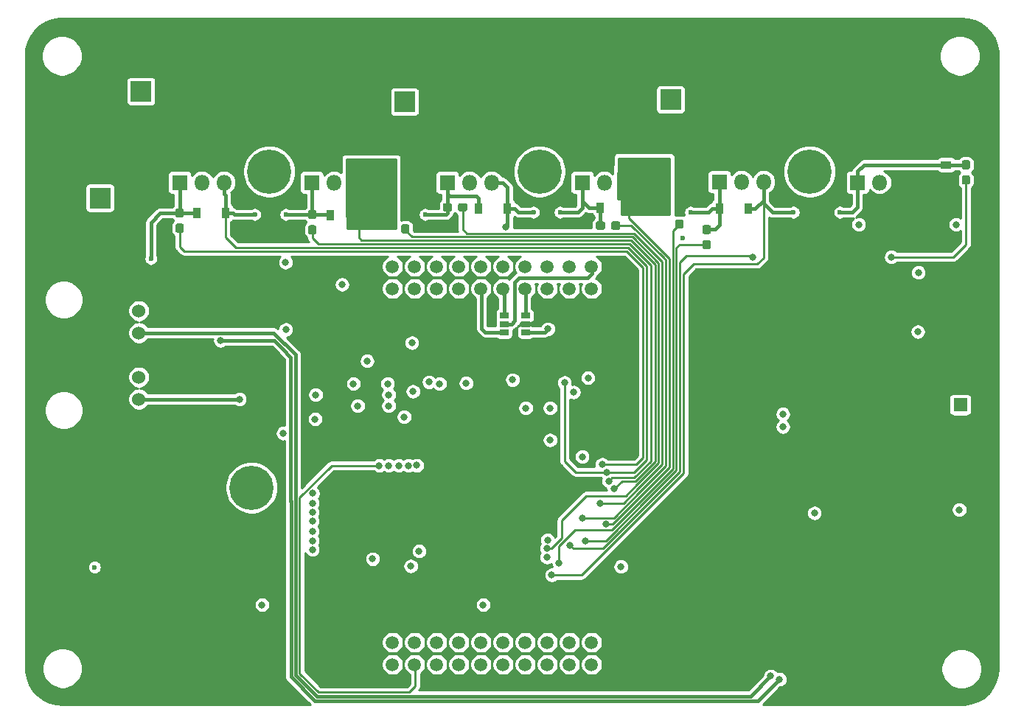
<source format=gbr>
G04 #@! TF.GenerationSoftware,KiCad,Pcbnew,(5.1.2)-1*
G04 #@! TF.CreationDate,2019-10-20T15:18:29-05:00*
G04 #@! TF.ProjectId,MotorController_Hardware,4d6f746f-7243-46f6-9e74-726f6c6c6572,rev?*
G04 #@! TF.SameCoordinates,Original*
G04 #@! TF.FileFunction,Copper,L4,Bot*
G04 #@! TF.FilePolarity,Positive*
%FSLAX46Y46*%
G04 Gerber Fmt 4.6, Leading zero omitted, Abs format (unit mm)*
G04 Created by KiCad (PCBNEW (5.1.2)-1) date 2019-10-20 15:18:29*
%MOMM*%
%LPD*%
G04 APERTURE LIST*
%ADD10C,2.400000*%
%ADD11R,2.400000X2.400000*%
%ADD12R,1.600000X1.600000*%
%ADD13C,1.600000*%
%ADD14C,0.100000*%
%ADD15C,0.950000*%
%ADD16C,1.524000*%
%ADD17C,5.080000*%
%ADD18R,0.900000X1.200000*%
%ADD19R,1.200000X0.900000*%
%ADD20O,1.800000X1.800000*%
%ADD21R,1.800000X1.800000*%
%ADD22C,1.425000*%
%ADD23R,1.000000X0.700000*%
%ADD24C,0.600000*%
%ADD25C,1.520000*%
%ADD26C,0.800000*%
%ADD27C,0.381000*%
%ADD28C,0.254000*%
G04 APERTURE END LIST*
D10*
X98044000Y-58690500D03*
D11*
X98044000Y-63690500D03*
D12*
X192151000Y-99695000D03*
D13*
X189651000Y-99695000D03*
D11*
X128333500Y-64897000D03*
D10*
X128333500Y-59897000D03*
X88345000Y-75946000D03*
D11*
X93345000Y-75946000D03*
D10*
X158877000Y-59643000D03*
D11*
X158877000Y-64643000D03*
D14*
G36*
X128707779Y-74710144D02*
G01*
X128730834Y-74713563D01*
X128753443Y-74719227D01*
X128775387Y-74727079D01*
X128796457Y-74737044D01*
X128816448Y-74749026D01*
X128835168Y-74762910D01*
X128852438Y-74778562D01*
X128868090Y-74795832D01*
X128881974Y-74814552D01*
X128893956Y-74834543D01*
X128903921Y-74855613D01*
X128911773Y-74877557D01*
X128917437Y-74900166D01*
X128920856Y-74923221D01*
X128922000Y-74946500D01*
X128922000Y-75421500D01*
X128920856Y-75444779D01*
X128917437Y-75467834D01*
X128911773Y-75490443D01*
X128903921Y-75512387D01*
X128893956Y-75533457D01*
X128881974Y-75553448D01*
X128868090Y-75572168D01*
X128852438Y-75589438D01*
X128835168Y-75605090D01*
X128816448Y-75618974D01*
X128796457Y-75630956D01*
X128775387Y-75640921D01*
X128753443Y-75648773D01*
X128730834Y-75654437D01*
X128707779Y-75657856D01*
X128684500Y-75659000D01*
X128109500Y-75659000D01*
X128086221Y-75657856D01*
X128063166Y-75654437D01*
X128040557Y-75648773D01*
X128018613Y-75640921D01*
X127997543Y-75630956D01*
X127977552Y-75618974D01*
X127958832Y-75605090D01*
X127941562Y-75589438D01*
X127925910Y-75572168D01*
X127912026Y-75553448D01*
X127900044Y-75533457D01*
X127890079Y-75512387D01*
X127882227Y-75490443D01*
X127876563Y-75467834D01*
X127873144Y-75444779D01*
X127872000Y-75421500D01*
X127872000Y-74946500D01*
X127873144Y-74923221D01*
X127876563Y-74900166D01*
X127882227Y-74877557D01*
X127890079Y-74855613D01*
X127900044Y-74834543D01*
X127912026Y-74814552D01*
X127925910Y-74795832D01*
X127941562Y-74778562D01*
X127958832Y-74762910D01*
X127977552Y-74749026D01*
X127997543Y-74737044D01*
X128018613Y-74727079D01*
X128040557Y-74719227D01*
X128063166Y-74713563D01*
X128086221Y-74710144D01*
X128109500Y-74709000D01*
X128684500Y-74709000D01*
X128707779Y-74710144D01*
X128707779Y-74710144D01*
G37*
D15*
X128397000Y-75184000D03*
D14*
G36*
X126957779Y-74710144D02*
G01*
X126980834Y-74713563D01*
X127003443Y-74719227D01*
X127025387Y-74727079D01*
X127046457Y-74737044D01*
X127066448Y-74749026D01*
X127085168Y-74762910D01*
X127102438Y-74778562D01*
X127118090Y-74795832D01*
X127131974Y-74814552D01*
X127143956Y-74834543D01*
X127153921Y-74855613D01*
X127161773Y-74877557D01*
X127167437Y-74900166D01*
X127170856Y-74923221D01*
X127172000Y-74946500D01*
X127172000Y-75421500D01*
X127170856Y-75444779D01*
X127167437Y-75467834D01*
X127161773Y-75490443D01*
X127153921Y-75512387D01*
X127143956Y-75533457D01*
X127131974Y-75553448D01*
X127118090Y-75572168D01*
X127102438Y-75589438D01*
X127085168Y-75605090D01*
X127066448Y-75618974D01*
X127046457Y-75630956D01*
X127025387Y-75640921D01*
X127003443Y-75648773D01*
X126980834Y-75654437D01*
X126957779Y-75657856D01*
X126934500Y-75659000D01*
X126359500Y-75659000D01*
X126336221Y-75657856D01*
X126313166Y-75654437D01*
X126290557Y-75648773D01*
X126268613Y-75640921D01*
X126247543Y-75630956D01*
X126227552Y-75618974D01*
X126208832Y-75605090D01*
X126191562Y-75589438D01*
X126175910Y-75572168D01*
X126162026Y-75553448D01*
X126150044Y-75533457D01*
X126140079Y-75512387D01*
X126132227Y-75490443D01*
X126126563Y-75467834D01*
X126123144Y-75444779D01*
X126122000Y-75421500D01*
X126122000Y-74946500D01*
X126123144Y-74923221D01*
X126126563Y-74900166D01*
X126132227Y-74877557D01*
X126140079Y-74855613D01*
X126150044Y-74834543D01*
X126162026Y-74814552D01*
X126175910Y-74795832D01*
X126191562Y-74778562D01*
X126208832Y-74762910D01*
X126227552Y-74749026D01*
X126247543Y-74737044D01*
X126268613Y-74727079D01*
X126290557Y-74719227D01*
X126313166Y-74713563D01*
X126336221Y-74710144D01*
X126359500Y-74709000D01*
X126934500Y-74709000D01*
X126957779Y-74710144D01*
X126957779Y-74710144D01*
G37*
D15*
X126647000Y-75184000D03*
D14*
G36*
X160203779Y-74837144D02*
G01*
X160226834Y-74840563D01*
X160249443Y-74846227D01*
X160271387Y-74854079D01*
X160292457Y-74864044D01*
X160312448Y-74876026D01*
X160331168Y-74889910D01*
X160348438Y-74905562D01*
X160364090Y-74922832D01*
X160377974Y-74941552D01*
X160389956Y-74961543D01*
X160399921Y-74982613D01*
X160407773Y-75004557D01*
X160413437Y-75027166D01*
X160416856Y-75050221D01*
X160418000Y-75073500D01*
X160418000Y-75548500D01*
X160416856Y-75571779D01*
X160413437Y-75594834D01*
X160407773Y-75617443D01*
X160399921Y-75639387D01*
X160389956Y-75660457D01*
X160377974Y-75680448D01*
X160364090Y-75699168D01*
X160348438Y-75716438D01*
X160331168Y-75732090D01*
X160312448Y-75745974D01*
X160292457Y-75757956D01*
X160271387Y-75767921D01*
X160249443Y-75775773D01*
X160226834Y-75781437D01*
X160203779Y-75784856D01*
X160180500Y-75786000D01*
X159605500Y-75786000D01*
X159582221Y-75784856D01*
X159559166Y-75781437D01*
X159536557Y-75775773D01*
X159514613Y-75767921D01*
X159493543Y-75757956D01*
X159473552Y-75745974D01*
X159454832Y-75732090D01*
X159437562Y-75716438D01*
X159421910Y-75699168D01*
X159408026Y-75680448D01*
X159396044Y-75660457D01*
X159386079Y-75639387D01*
X159378227Y-75617443D01*
X159372563Y-75594834D01*
X159369144Y-75571779D01*
X159368000Y-75548500D01*
X159368000Y-75073500D01*
X159369144Y-75050221D01*
X159372563Y-75027166D01*
X159378227Y-75004557D01*
X159386079Y-74982613D01*
X159396044Y-74961543D01*
X159408026Y-74941552D01*
X159421910Y-74922832D01*
X159437562Y-74905562D01*
X159454832Y-74889910D01*
X159473552Y-74876026D01*
X159493543Y-74864044D01*
X159514613Y-74854079D01*
X159536557Y-74846227D01*
X159559166Y-74840563D01*
X159582221Y-74837144D01*
X159605500Y-74836000D01*
X160180500Y-74836000D01*
X160203779Y-74837144D01*
X160203779Y-74837144D01*
G37*
D15*
X159893000Y-75311000D03*
D14*
G36*
X158453779Y-74837144D02*
G01*
X158476834Y-74840563D01*
X158499443Y-74846227D01*
X158521387Y-74854079D01*
X158542457Y-74864044D01*
X158562448Y-74876026D01*
X158581168Y-74889910D01*
X158598438Y-74905562D01*
X158614090Y-74922832D01*
X158627974Y-74941552D01*
X158639956Y-74961543D01*
X158649921Y-74982613D01*
X158657773Y-75004557D01*
X158663437Y-75027166D01*
X158666856Y-75050221D01*
X158668000Y-75073500D01*
X158668000Y-75548500D01*
X158666856Y-75571779D01*
X158663437Y-75594834D01*
X158657773Y-75617443D01*
X158649921Y-75639387D01*
X158639956Y-75660457D01*
X158627974Y-75680448D01*
X158614090Y-75699168D01*
X158598438Y-75716438D01*
X158581168Y-75732090D01*
X158562448Y-75745974D01*
X158542457Y-75757956D01*
X158521387Y-75767921D01*
X158499443Y-75775773D01*
X158476834Y-75781437D01*
X158453779Y-75784856D01*
X158430500Y-75786000D01*
X157855500Y-75786000D01*
X157832221Y-75784856D01*
X157809166Y-75781437D01*
X157786557Y-75775773D01*
X157764613Y-75767921D01*
X157743543Y-75757956D01*
X157723552Y-75745974D01*
X157704832Y-75732090D01*
X157687562Y-75716438D01*
X157671910Y-75699168D01*
X157658026Y-75680448D01*
X157646044Y-75660457D01*
X157636079Y-75639387D01*
X157628227Y-75617443D01*
X157622563Y-75594834D01*
X157619144Y-75571779D01*
X157618000Y-75548500D01*
X157618000Y-75073500D01*
X157619144Y-75050221D01*
X157622563Y-75027166D01*
X157628227Y-75004557D01*
X157636079Y-74982613D01*
X157646044Y-74961543D01*
X157658026Y-74941552D01*
X157671910Y-74922832D01*
X157687562Y-74905562D01*
X157704832Y-74889910D01*
X157723552Y-74876026D01*
X157743543Y-74864044D01*
X157764613Y-74854079D01*
X157786557Y-74846227D01*
X157809166Y-74840563D01*
X157832221Y-74837144D01*
X157855500Y-74836000D01*
X158430500Y-74836000D01*
X158453779Y-74837144D01*
X158453779Y-74837144D01*
G37*
D15*
X158143000Y-75311000D03*
D16*
X97790000Y-99060000D03*
X97790000Y-96520000D03*
X97790000Y-93980000D03*
X97790000Y-91440000D03*
X97790000Y-88900000D03*
D17*
X102870000Y-109220000D03*
X110744000Y-109220000D03*
X112776000Y-72923400D03*
X143814800Y-72898000D03*
X174828200Y-72923400D03*
D18*
X107757500Y-77660500D03*
X104457500Y-77660500D03*
X123061000Y-77914500D03*
X119761000Y-77914500D03*
X140143500Y-77152500D03*
X136843500Y-77152500D03*
X150813500Y-77089000D03*
X154113500Y-77089000D03*
X164465000Y-77152500D03*
X167765000Y-77152500D03*
D19*
X190500000Y-75437000D03*
X190500000Y-72137000D03*
D20*
X107569000Y-74168000D03*
X105029000Y-74168000D03*
D21*
X102489000Y-74168000D03*
X117665500Y-74168000D03*
D20*
X120205500Y-74168000D03*
X122745500Y-74168000D03*
D21*
X133223000Y-74168000D03*
D20*
X135763000Y-74168000D03*
X138303000Y-74168000D03*
X153797000Y-74168000D03*
X151257000Y-74168000D03*
D21*
X148717000Y-74168000D03*
X164465000Y-74104500D03*
D20*
X167005000Y-74104500D03*
X169545000Y-74104500D03*
X185420000Y-74168000D03*
X182880000Y-74168000D03*
D21*
X180340000Y-74168000D03*
D14*
G36*
X102749779Y-78900644D02*
G01*
X102772834Y-78904063D01*
X102795443Y-78909727D01*
X102817387Y-78917579D01*
X102838457Y-78927544D01*
X102858448Y-78939526D01*
X102877168Y-78953410D01*
X102894438Y-78969062D01*
X102910090Y-78986332D01*
X102923974Y-79005052D01*
X102935956Y-79025043D01*
X102945921Y-79046113D01*
X102953773Y-79068057D01*
X102959437Y-79090666D01*
X102962856Y-79113721D01*
X102964000Y-79137000D01*
X102964000Y-79712000D01*
X102962856Y-79735279D01*
X102959437Y-79758334D01*
X102953773Y-79780943D01*
X102945921Y-79802887D01*
X102935956Y-79823957D01*
X102923974Y-79843948D01*
X102910090Y-79862668D01*
X102894438Y-79879938D01*
X102877168Y-79895590D01*
X102858448Y-79909474D01*
X102838457Y-79921456D01*
X102817387Y-79931421D01*
X102795443Y-79939273D01*
X102772834Y-79944937D01*
X102749779Y-79948356D01*
X102726500Y-79949500D01*
X102251500Y-79949500D01*
X102228221Y-79948356D01*
X102205166Y-79944937D01*
X102182557Y-79939273D01*
X102160613Y-79931421D01*
X102139543Y-79921456D01*
X102119552Y-79909474D01*
X102100832Y-79895590D01*
X102083562Y-79879938D01*
X102067910Y-79862668D01*
X102054026Y-79843948D01*
X102042044Y-79823957D01*
X102032079Y-79802887D01*
X102024227Y-79780943D01*
X102018563Y-79758334D01*
X102015144Y-79735279D01*
X102014000Y-79712000D01*
X102014000Y-79137000D01*
X102015144Y-79113721D01*
X102018563Y-79090666D01*
X102024227Y-79068057D01*
X102032079Y-79046113D01*
X102042044Y-79025043D01*
X102054026Y-79005052D01*
X102067910Y-78986332D01*
X102083562Y-78969062D01*
X102100832Y-78953410D01*
X102119552Y-78939526D01*
X102139543Y-78927544D01*
X102160613Y-78917579D01*
X102182557Y-78909727D01*
X102205166Y-78904063D01*
X102228221Y-78900644D01*
X102251500Y-78899500D01*
X102726500Y-78899500D01*
X102749779Y-78900644D01*
X102749779Y-78900644D01*
G37*
D15*
X102489000Y-79424500D03*
D14*
G36*
X102749779Y-77150644D02*
G01*
X102772834Y-77154063D01*
X102795443Y-77159727D01*
X102817387Y-77167579D01*
X102838457Y-77177544D01*
X102858448Y-77189526D01*
X102877168Y-77203410D01*
X102894438Y-77219062D01*
X102910090Y-77236332D01*
X102923974Y-77255052D01*
X102935956Y-77275043D01*
X102945921Y-77296113D01*
X102953773Y-77318057D01*
X102959437Y-77340666D01*
X102962856Y-77363721D01*
X102964000Y-77387000D01*
X102964000Y-77962000D01*
X102962856Y-77985279D01*
X102959437Y-78008334D01*
X102953773Y-78030943D01*
X102945921Y-78052887D01*
X102935956Y-78073957D01*
X102923974Y-78093948D01*
X102910090Y-78112668D01*
X102894438Y-78129938D01*
X102877168Y-78145590D01*
X102858448Y-78159474D01*
X102838457Y-78171456D01*
X102817387Y-78181421D01*
X102795443Y-78189273D01*
X102772834Y-78194937D01*
X102749779Y-78198356D01*
X102726500Y-78199500D01*
X102251500Y-78199500D01*
X102228221Y-78198356D01*
X102205166Y-78194937D01*
X102182557Y-78189273D01*
X102160613Y-78181421D01*
X102139543Y-78171456D01*
X102119552Y-78159474D01*
X102100832Y-78145590D01*
X102083562Y-78129938D01*
X102067910Y-78112668D01*
X102054026Y-78093948D01*
X102042044Y-78073957D01*
X102032079Y-78052887D01*
X102024227Y-78030943D01*
X102018563Y-78008334D01*
X102015144Y-77985279D01*
X102014000Y-77962000D01*
X102014000Y-77387000D01*
X102015144Y-77363721D01*
X102018563Y-77340666D01*
X102024227Y-77318057D01*
X102032079Y-77296113D01*
X102042044Y-77275043D01*
X102054026Y-77255052D01*
X102067910Y-77236332D01*
X102083562Y-77219062D01*
X102100832Y-77203410D01*
X102119552Y-77189526D01*
X102139543Y-77177544D01*
X102160613Y-77167579D01*
X102182557Y-77159727D01*
X102205166Y-77154063D01*
X102228221Y-77150644D01*
X102251500Y-77149500D01*
X102726500Y-77149500D01*
X102749779Y-77150644D01*
X102749779Y-77150644D01*
G37*
D15*
X102489000Y-77674500D03*
D14*
G36*
X117989779Y-79077144D02*
G01*
X118012834Y-79080563D01*
X118035443Y-79086227D01*
X118057387Y-79094079D01*
X118078457Y-79104044D01*
X118098448Y-79116026D01*
X118117168Y-79129910D01*
X118134438Y-79145562D01*
X118150090Y-79162832D01*
X118163974Y-79181552D01*
X118175956Y-79201543D01*
X118185921Y-79222613D01*
X118193773Y-79244557D01*
X118199437Y-79267166D01*
X118202856Y-79290221D01*
X118204000Y-79313500D01*
X118204000Y-79888500D01*
X118202856Y-79911779D01*
X118199437Y-79934834D01*
X118193773Y-79957443D01*
X118185921Y-79979387D01*
X118175956Y-80000457D01*
X118163974Y-80020448D01*
X118150090Y-80039168D01*
X118134438Y-80056438D01*
X118117168Y-80072090D01*
X118098448Y-80085974D01*
X118078457Y-80097956D01*
X118057387Y-80107921D01*
X118035443Y-80115773D01*
X118012834Y-80121437D01*
X117989779Y-80124856D01*
X117966500Y-80126000D01*
X117491500Y-80126000D01*
X117468221Y-80124856D01*
X117445166Y-80121437D01*
X117422557Y-80115773D01*
X117400613Y-80107921D01*
X117379543Y-80097956D01*
X117359552Y-80085974D01*
X117340832Y-80072090D01*
X117323562Y-80056438D01*
X117307910Y-80039168D01*
X117294026Y-80020448D01*
X117282044Y-80000457D01*
X117272079Y-79979387D01*
X117264227Y-79957443D01*
X117258563Y-79934834D01*
X117255144Y-79911779D01*
X117254000Y-79888500D01*
X117254000Y-79313500D01*
X117255144Y-79290221D01*
X117258563Y-79267166D01*
X117264227Y-79244557D01*
X117272079Y-79222613D01*
X117282044Y-79201543D01*
X117294026Y-79181552D01*
X117307910Y-79162832D01*
X117323562Y-79145562D01*
X117340832Y-79129910D01*
X117359552Y-79116026D01*
X117379543Y-79104044D01*
X117400613Y-79094079D01*
X117422557Y-79086227D01*
X117445166Y-79080563D01*
X117468221Y-79077144D01*
X117491500Y-79076000D01*
X117966500Y-79076000D01*
X117989779Y-79077144D01*
X117989779Y-79077144D01*
G37*
D15*
X117729000Y-79601000D03*
D14*
G36*
X117989779Y-77327144D02*
G01*
X118012834Y-77330563D01*
X118035443Y-77336227D01*
X118057387Y-77344079D01*
X118078457Y-77354044D01*
X118098448Y-77366026D01*
X118117168Y-77379910D01*
X118134438Y-77395562D01*
X118150090Y-77412832D01*
X118163974Y-77431552D01*
X118175956Y-77451543D01*
X118185921Y-77472613D01*
X118193773Y-77494557D01*
X118199437Y-77517166D01*
X118202856Y-77540221D01*
X118204000Y-77563500D01*
X118204000Y-78138500D01*
X118202856Y-78161779D01*
X118199437Y-78184834D01*
X118193773Y-78207443D01*
X118185921Y-78229387D01*
X118175956Y-78250457D01*
X118163974Y-78270448D01*
X118150090Y-78289168D01*
X118134438Y-78306438D01*
X118117168Y-78322090D01*
X118098448Y-78335974D01*
X118078457Y-78347956D01*
X118057387Y-78357921D01*
X118035443Y-78365773D01*
X118012834Y-78371437D01*
X117989779Y-78374856D01*
X117966500Y-78376000D01*
X117491500Y-78376000D01*
X117468221Y-78374856D01*
X117445166Y-78371437D01*
X117422557Y-78365773D01*
X117400613Y-78357921D01*
X117379543Y-78347956D01*
X117359552Y-78335974D01*
X117340832Y-78322090D01*
X117323562Y-78306438D01*
X117307910Y-78289168D01*
X117294026Y-78270448D01*
X117282044Y-78250457D01*
X117272079Y-78229387D01*
X117264227Y-78207443D01*
X117258563Y-78184834D01*
X117255144Y-78161779D01*
X117254000Y-78138500D01*
X117254000Y-77563500D01*
X117255144Y-77540221D01*
X117258563Y-77517166D01*
X117264227Y-77494557D01*
X117272079Y-77472613D01*
X117282044Y-77451543D01*
X117294026Y-77431552D01*
X117307910Y-77412832D01*
X117323562Y-77395562D01*
X117340832Y-77379910D01*
X117359552Y-77366026D01*
X117379543Y-77354044D01*
X117400613Y-77344079D01*
X117422557Y-77336227D01*
X117445166Y-77330563D01*
X117468221Y-77327144D01*
X117491500Y-77326000D01*
X117966500Y-77326000D01*
X117989779Y-77327144D01*
X117989779Y-77327144D01*
G37*
D15*
X117729000Y-77851000D03*
D14*
G36*
X133547779Y-76551644D02*
G01*
X133570834Y-76555063D01*
X133593443Y-76560727D01*
X133615387Y-76568579D01*
X133636457Y-76578544D01*
X133656448Y-76590526D01*
X133675168Y-76604410D01*
X133692438Y-76620062D01*
X133708090Y-76637332D01*
X133721974Y-76656052D01*
X133733956Y-76676043D01*
X133743921Y-76697113D01*
X133751773Y-76719057D01*
X133757437Y-76741666D01*
X133760856Y-76764721D01*
X133762000Y-76788000D01*
X133762000Y-77263000D01*
X133760856Y-77286279D01*
X133757437Y-77309334D01*
X133751773Y-77331943D01*
X133743921Y-77353887D01*
X133733956Y-77374957D01*
X133721974Y-77394948D01*
X133708090Y-77413668D01*
X133692438Y-77430938D01*
X133675168Y-77446590D01*
X133656448Y-77460474D01*
X133636457Y-77472456D01*
X133615387Y-77482421D01*
X133593443Y-77490273D01*
X133570834Y-77495937D01*
X133547779Y-77499356D01*
X133524500Y-77500500D01*
X132949500Y-77500500D01*
X132926221Y-77499356D01*
X132903166Y-77495937D01*
X132880557Y-77490273D01*
X132858613Y-77482421D01*
X132837543Y-77472456D01*
X132817552Y-77460474D01*
X132798832Y-77446590D01*
X132781562Y-77430938D01*
X132765910Y-77413668D01*
X132752026Y-77394948D01*
X132740044Y-77374957D01*
X132730079Y-77353887D01*
X132722227Y-77331943D01*
X132716563Y-77309334D01*
X132713144Y-77286279D01*
X132712000Y-77263000D01*
X132712000Y-76788000D01*
X132713144Y-76764721D01*
X132716563Y-76741666D01*
X132722227Y-76719057D01*
X132730079Y-76697113D01*
X132740044Y-76676043D01*
X132752026Y-76656052D01*
X132765910Y-76637332D01*
X132781562Y-76620062D01*
X132798832Y-76604410D01*
X132817552Y-76590526D01*
X132837543Y-76578544D01*
X132858613Y-76568579D01*
X132880557Y-76560727D01*
X132903166Y-76555063D01*
X132926221Y-76551644D01*
X132949500Y-76550500D01*
X133524500Y-76550500D01*
X133547779Y-76551644D01*
X133547779Y-76551644D01*
G37*
D15*
X133237000Y-77025500D03*
D14*
G36*
X135297779Y-76551644D02*
G01*
X135320834Y-76555063D01*
X135343443Y-76560727D01*
X135365387Y-76568579D01*
X135386457Y-76578544D01*
X135406448Y-76590526D01*
X135425168Y-76604410D01*
X135442438Y-76620062D01*
X135458090Y-76637332D01*
X135471974Y-76656052D01*
X135483956Y-76676043D01*
X135493921Y-76697113D01*
X135501773Y-76719057D01*
X135507437Y-76741666D01*
X135510856Y-76764721D01*
X135512000Y-76788000D01*
X135512000Y-77263000D01*
X135510856Y-77286279D01*
X135507437Y-77309334D01*
X135501773Y-77331943D01*
X135493921Y-77353887D01*
X135483956Y-77374957D01*
X135471974Y-77394948D01*
X135458090Y-77413668D01*
X135442438Y-77430938D01*
X135425168Y-77446590D01*
X135406448Y-77460474D01*
X135386457Y-77472456D01*
X135365387Y-77482421D01*
X135343443Y-77490273D01*
X135320834Y-77495937D01*
X135297779Y-77499356D01*
X135274500Y-77500500D01*
X134699500Y-77500500D01*
X134676221Y-77499356D01*
X134653166Y-77495937D01*
X134630557Y-77490273D01*
X134608613Y-77482421D01*
X134587543Y-77472456D01*
X134567552Y-77460474D01*
X134548832Y-77446590D01*
X134531562Y-77430938D01*
X134515910Y-77413668D01*
X134502026Y-77394948D01*
X134490044Y-77374957D01*
X134480079Y-77353887D01*
X134472227Y-77331943D01*
X134466563Y-77309334D01*
X134463144Y-77286279D01*
X134462000Y-77263000D01*
X134462000Y-76788000D01*
X134463144Y-76764721D01*
X134466563Y-76741666D01*
X134472227Y-76719057D01*
X134480079Y-76697113D01*
X134490044Y-76676043D01*
X134502026Y-76656052D01*
X134515910Y-76637332D01*
X134531562Y-76620062D01*
X134548832Y-76604410D01*
X134567552Y-76590526D01*
X134587543Y-76578544D01*
X134608613Y-76568579D01*
X134630557Y-76560727D01*
X134653166Y-76555063D01*
X134676221Y-76551644D01*
X134699500Y-76550500D01*
X135274500Y-76550500D01*
X135297779Y-76551644D01*
X135297779Y-76551644D01*
G37*
D15*
X134987000Y-77025500D03*
D14*
G36*
X151123279Y-78647144D02*
G01*
X151146334Y-78650563D01*
X151168943Y-78656227D01*
X151190887Y-78664079D01*
X151211957Y-78674044D01*
X151231948Y-78686026D01*
X151250668Y-78699910D01*
X151267938Y-78715562D01*
X151283590Y-78732832D01*
X151297474Y-78751552D01*
X151309456Y-78771543D01*
X151319421Y-78792613D01*
X151327273Y-78814557D01*
X151332937Y-78837166D01*
X151336356Y-78860221D01*
X151337500Y-78883500D01*
X151337500Y-79358500D01*
X151336356Y-79381779D01*
X151332937Y-79404834D01*
X151327273Y-79427443D01*
X151319421Y-79449387D01*
X151309456Y-79470457D01*
X151297474Y-79490448D01*
X151283590Y-79509168D01*
X151267938Y-79526438D01*
X151250668Y-79542090D01*
X151231948Y-79555974D01*
X151211957Y-79567956D01*
X151190887Y-79577921D01*
X151168943Y-79585773D01*
X151146334Y-79591437D01*
X151123279Y-79594856D01*
X151100000Y-79596000D01*
X150525000Y-79596000D01*
X150501721Y-79594856D01*
X150478666Y-79591437D01*
X150456057Y-79585773D01*
X150434113Y-79577921D01*
X150413043Y-79567956D01*
X150393052Y-79555974D01*
X150374332Y-79542090D01*
X150357062Y-79526438D01*
X150341410Y-79509168D01*
X150327526Y-79490448D01*
X150315544Y-79470457D01*
X150305579Y-79449387D01*
X150297727Y-79427443D01*
X150292063Y-79404834D01*
X150288644Y-79381779D01*
X150287500Y-79358500D01*
X150287500Y-78883500D01*
X150288644Y-78860221D01*
X150292063Y-78837166D01*
X150297727Y-78814557D01*
X150305579Y-78792613D01*
X150315544Y-78771543D01*
X150327526Y-78751552D01*
X150341410Y-78732832D01*
X150357062Y-78715562D01*
X150374332Y-78699910D01*
X150393052Y-78686026D01*
X150413043Y-78674044D01*
X150434113Y-78664079D01*
X150456057Y-78656227D01*
X150478666Y-78650563D01*
X150501721Y-78647144D01*
X150525000Y-78646000D01*
X151100000Y-78646000D01*
X151123279Y-78647144D01*
X151123279Y-78647144D01*
G37*
D15*
X150812500Y-79121000D03*
D14*
G36*
X152873279Y-78647144D02*
G01*
X152896334Y-78650563D01*
X152918943Y-78656227D01*
X152940887Y-78664079D01*
X152961957Y-78674044D01*
X152981948Y-78686026D01*
X153000668Y-78699910D01*
X153017938Y-78715562D01*
X153033590Y-78732832D01*
X153047474Y-78751552D01*
X153059456Y-78771543D01*
X153069421Y-78792613D01*
X153077273Y-78814557D01*
X153082937Y-78837166D01*
X153086356Y-78860221D01*
X153087500Y-78883500D01*
X153087500Y-79358500D01*
X153086356Y-79381779D01*
X153082937Y-79404834D01*
X153077273Y-79427443D01*
X153069421Y-79449387D01*
X153059456Y-79470457D01*
X153047474Y-79490448D01*
X153033590Y-79509168D01*
X153017938Y-79526438D01*
X153000668Y-79542090D01*
X152981948Y-79555974D01*
X152961957Y-79567956D01*
X152940887Y-79577921D01*
X152918943Y-79585773D01*
X152896334Y-79591437D01*
X152873279Y-79594856D01*
X152850000Y-79596000D01*
X152275000Y-79596000D01*
X152251721Y-79594856D01*
X152228666Y-79591437D01*
X152206057Y-79585773D01*
X152184113Y-79577921D01*
X152163043Y-79567956D01*
X152143052Y-79555974D01*
X152124332Y-79542090D01*
X152107062Y-79526438D01*
X152091410Y-79509168D01*
X152077526Y-79490448D01*
X152065544Y-79470457D01*
X152055579Y-79449387D01*
X152047727Y-79427443D01*
X152042063Y-79404834D01*
X152038644Y-79381779D01*
X152037500Y-79358500D01*
X152037500Y-78883500D01*
X152038644Y-78860221D01*
X152042063Y-78837166D01*
X152047727Y-78814557D01*
X152055579Y-78792613D01*
X152065544Y-78771543D01*
X152077526Y-78751552D01*
X152091410Y-78732832D01*
X152107062Y-78715562D01*
X152124332Y-78699910D01*
X152143052Y-78686026D01*
X152163043Y-78674044D01*
X152184113Y-78664079D01*
X152206057Y-78656227D01*
X152228666Y-78650563D01*
X152251721Y-78647144D01*
X152275000Y-78646000D01*
X152850000Y-78646000D01*
X152873279Y-78647144D01*
X152873279Y-78647144D01*
G37*
D15*
X152562500Y-79121000D03*
D14*
G36*
X163265279Y-79055644D02*
G01*
X163288334Y-79059063D01*
X163310943Y-79064727D01*
X163332887Y-79072579D01*
X163353957Y-79082544D01*
X163373948Y-79094526D01*
X163392668Y-79108410D01*
X163409938Y-79124062D01*
X163425590Y-79141332D01*
X163439474Y-79160052D01*
X163451456Y-79180043D01*
X163461421Y-79201113D01*
X163469273Y-79223057D01*
X163474937Y-79245666D01*
X163478356Y-79268721D01*
X163479500Y-79292000D01*
X163479500Y-79867000D01*
X163478356Y-79890279D01*
X163474937Y-79913334D01*
X163469273Y-79935943D01*
X163461421Y-79957887D01*
X163451456Y-79978957D01*
X163439474Y-79998948D01*
X163425590Y-80017668D01*
X163409938Y-80034938D01*
X163392668Y-80050590D01*
X163373948Y-80064474D01*
X163353957Y-80076456D01*
X163332887Y-80086421D01*
X163310943Y-80094273D01*
X163288334Y-80099937D01*
X163265279Y-80103356D01*
X163242000Y-80104500D01*
X162767000Y-80104500D01*
X162743721Y-80103356D01*
X162720666Y-80099937D01*
X162698057Y-80094273D01*
X162676113Y-80086421D01*
X162655043Y-80076456D01*
X162635052Y-80064474D01*
X162616332Y-80050590D01*
X162599062Y-80034938D01*
X162583410Y-80017668D01*
X162569526Y-79998948D01*
X162557544Y-79978957D01*
X162547579Y-79957887D01*
X162539727Y-79935943D01*
X162534063Y-79913334D01*
X162530644Y-79890279D01*
X162529500Y-79867000D01*
X162529500Y-79292000D01*
X162530644Y-79268721D01*
X162534063Y-79245666D01*
X162539727Y-79223057D01*
X162547579Y-79201113D01*
X162557544Y-79180043D01*
X162569526Y-79160052D01*
X162583410Y-79141332D01*
X162599062Y-79124062D01*
X162616332Y-79108410D01*
X162635052Y-79094526D01*
X162655043Y-79082544D01*
X162676113Y-79072579D01*
X162698057Y-79064727D01*
X162720666Y-79059063D01*
X162743721Y-79055644D01*
X162767000Y-79054500D01*
X163242000Y-79054500D01*
X163265279Y-79055644D01*
X163265279Y-79055644D01*
G37*
D15*
X163004500Y-79579500D03*
D14*
G36*
X163265279Y-80805644D02*
G01*
X163288334Y-80809063D01*
X163310943Y-80814727D01*
X163332887Y-80822579D01*
X163353957Y-80832544D01*
X163373948Y-80844526D01*
X163392668Y-80858410D01*
X163409938Y-80874062D01*
X163425590Y-80891332D01*
X163439474Y-80910052D01*
X163451456Y-80930043D01*
X163461421Y-80951113D01*
X163469273Y-80973057D01*
X163474937Y-80995666D01*
X163478356Y-81018721D01*
X163479500Y-81042000D01*
X163479500Y-81617000D01*
X163478356Y-81640279D01*
X163474937Y-81663334D01*
X163469273Y-81685943D01*
X163461421Y-81707887D01*
X163451456Y-81728957D01*
X163439474Y-81748948D01*
X163425590Y-81767668D01*
X163409938Y-81784938D01*
X163392668Y-81800590D01*
X163373948Y-81814474D01*
X163353957Y-81826456D01*
X163332887Y-81836421D01*
X163310943Y-81844273D01*
X163288334Y-81849937D01*
X163265279Y-81853356D01*
X163242000Y-81854500D01*
X162767000Y-81854500D01*
X162743721Y-81853356D01*
X162720666Y-81849937D01*
X162698057Y-81844273D01*
X162676113Y-81836421D01*
X162655043Y-81826456D01*
X162635052Y-81814474D01*
X162616332Y-81800590D01*
X162599062Y-81784938D01*
X162583410Y-81767668D01*
X162569526Y-81748948D01*
X162557544Y-81728957D01*
X162547579Y-81707887D01*
X162539727Y-81685943D01*
X162534063Y-81663334D01*
X162530644Y-81640279D01*
X162529500Y-81617000D01*
X162529500Y-81042000D01*
X162530644Y-81018721D01*
X162534063Y-80995666D01*
X162539727Y-80973057D01*
X162547579Y-80951113D01*
X162557544Y-80930043D01*
X162569526Y-80910052D01*
X162583410Y-80891332D01*
X162599062Y-80874062D01*
X162616332Y-80858410D01*
X162635052Y-80844526D01*
X162655043Y-80832544D01*
X162676113Y-80822579D01*
X162698057Y-80814727D01*
X162720666Y-80809063D01*
X162743721Y-80805644D01*
X162767000Y-80804500D01*
X163242000Y-80804500D01*
X163265279Y-80805644D01*
X163265279Y-80805644D01*
G37*
D15*
X163004500Y-81329500D03*
D14*
G36*
X193046779Y-73362144D02*
G01*
X193069834Y-73365563D01*
X193092443Y-73371227D01*
X193114387Y-73379079D01*
X193135457Y-73389044D01*
X193155448Y-73401026D01*
X193174168Y-73414910D01*
X193191438Y-73430562D01*
X193207090Y-73447832D01*
X193220974Y-73466552D01*
X193232956Y-73486543D01*
X193242921Y-73507613D01*
X193250773Y-73529557D01*
X193256437Y-73552166D01*
X193259856Y-73575221D01*
X193261000Y-73598500D01*
X193261000Y-74173500D01*
X193259856Y-74196779D01*
X193256437Y-74219834D01*
X193250773Y-74242443D01*
X193242921Y-74264387D01*
X193232956Y-74285457D01*
X193220974Y-74305448D01*
X193207090Y-74324168D01*
X193191438Y-74341438D01*
X193174168Y-74357090D01*
X193155448Y-74370974D01*
X193135457Y-74382956D01*
X193114387Y-74392921D01*
X193092443Y-74400773D01*
X193069834Y-74406437D01*
X193046779Y-74409856D01*
X193023500Y-74411000D01*
X192548500Y-74411000D01*
X192525221Y-74409856D01*
X192502166Y-74406437D01*
X192479557Y-74400773D01*
X192457613Y-74392921D01*
X192436543Y-74382956D01*
X192416552Y-74370974D01*
X192397832Y-74357090D01*
X192380562Y-74341438D01*
X192364910Y-74324168D01*
X192351026Y-74305448D01*
X192339044Y-74285457D01*
X192329079Y-74264387D01*
X192321227Y-74242443D01*
X192315563Y-74219834D01*
X192312144Y-74196779D01*
X192311000Y-74173500D01*
X192311000Y-73598500D01*
X192312144Y-73575221D01*
X192315563Y-73552166D01*
X192321227Y-73529557D01*
X192329079Y-73507613D01*
X192339044Y-73486543D01*
X192351026Y-73466552D01*
X192364910Y-73447832D01*
X192380562Y-73430562D01*
X192397832Y-73414910D01*
X192416552Y-73401026D01*
X192436543Y-73389044D01*
X192457613Y-73379079D01*
X192479557Y-73371227D01*
X192502166Y-73365563D01*
X192525221Y-73362144D01*
X192548500Y-73361000D01*
X193023500Y-73361000D01*
X193046779Y-73362144D01*
X193046779Y-73362144D01*
G37*
D15*
X192786000Y-73886000D03*
D14*
G36*
X193046779Y-71612144D02*
G01*
X193069834Y-71615563D01*
X193092443Y-71621227D01*
X193114387Y-71629079D01*
X193135457Y-71639044D01*
X193155448Y-71651026D01*
X193174168Y-71664910D01*
X193191438Y-71680562D01*
X193207090Y-71697832D01*
X193220974Y-71716552D01*
X193232956Y-71736543D01*
X193242921Y-71757613D01*
X193250773Y-71779557D01*
X193256437Y-71802166D01*
X193259856Y-71825221D01*
X193261000Y-71848500D01*
X193261000Y-72423500D01*
X193259856Y-72446779D01*
X193256437Y-72469834D01*
X193250773Y-72492443D01*
X193242921Y-72514387D01*
X193232956Y-72535457D01*
X193220974Y-72555448D01*
X193207090Y-72574168D01*
X193191438Y-72591438D01*
X193174168Y-72607090D01*
X193155448Y-72620974D01*
X193135457Y-72632956D01*
X193114387Y-72642921D01*
X193092443Y-72650773D01*
X193069834Y-72656437D01*
X193046779Y-72659856D01*
X193023500Y-72661000D01*
X192548500Y-72661000D01*
X192525221Y-72659856D01*
X192502166Y-72656437D01*
X192479557Y-72650773D01*
X192457613Y-72642921D01*
X192436543Y-72632956D01*
X192416552Y-72620974D01*
X192397832Y-72607090D01*
X192380562Y-72591438D01*
X192364910Y-72574168D01*
X192351026Y-72555448D01*
X192339044Y-72535457D01*
X192329079Y-72514387D01*
X192321227Y-72492443D01*
X192315563Y-72469834D01*
X192312144Y-72446779D01*
X192311000Y-72423500D01*
X192311000Y-71848500D01*
X192312144Y-71825221D01*
X192315563Y-71802166D01*
X192321227Y-71779557D01*
X192329079Y-71757613D01*
X192339044Y-71736543D01*
X192351026Y-71716552D01*
X192364910Y-71697832D01*
X192380562Y-71680562D01*
X192397832Y-71664910D01*
X192416552Y-71651026D01*
X192436543Y-71639044D01*
X192457613Y-71629079D01*
X192479557Y-71621227D01*
X192502166Y-71615563D01*
X192525221Y-71612144D01*
X192548500Y-71611000D01*
X193023500Y-71611000D01*
X193046779Y-71612144D01*
X193046779Y-71612144D01*
G37*
D15*
X192786000Y-72136000D03*
D14*
G36*
X126988504Y-71897204D02*
G01*
X127012773Y-71900804D01*
X127036571Y-71906765D01*
X127059671Y-71915030D01*
X127081849Y-71925520D01*
X127102893Y-71938133D01*
X127122598Y-71952747D01*
X127140777Y-71969223D01*
X127157253Y-71987402D01*
X127171867Y-72007107D01*
X127184480Y-72028151D01*
X127194970Y-72050329D01*
X127203235Y-72073429D01*
X127209196Y-72097227D01*
X127212796Y-72121496D01*
X127214000Y-72146000D01*
X127214000Y-73396000D01*
X127212796Y-73420504D01*
X127209196Y-73444773D01*
X127203235Y-73468571D01*
X127194970Y-73491671D01*
X127184480Y-73513849D01*
X127171867Y-73534893D01*
X127157253Y-73554598D01*
X127140777Y-73572777D01*
X127122598Y-73589253D01*
X127102893Y-73603867D01*
X127081849Y-73616480D01*
X127059671Y-73626970D01*
X127036571Y-73635235D01*
X127012773Y-73641196D01*
X126988504Y-73644796D01*
X126964000Y-73646000D01*
X126039000Y-73646000D01*
X126014496Y-73644796D01*
X125990227Y-73641196D01*
X125966429Y-73635235D01*
X125943329Y-73626970D01*
X125921151Y-73616480D01*
X125900107Y-73603867D01*
X125880402Y-73589253D01*
X125862223Y-73572777D01*
X125845747Y-73554598D01*
X125831133Y-73534893D01*
X125818520Y-73513849D01*
X125808030Y-73491671D01*
X125799765Y-73468571D01*
X125793804Y-73444773D01*
X125790204Y-73420504D01*
X125789000Y-73396000D01*
X125789000Y-72146000D01*
X125790204Y-72121496D01*
X125793804Y-72097227D01*
X125799765Y-72073429D01*
X125808030Y-72050329D01*
X125818520Y-72028151D01*
X125831133Y-72007107D01*
X125845747Y-71987402D01*
X125862223Y-71969223D01*
X125880402Y-71952747D01*
X125900107Y-71938133D01*
X125921151Y-71925520D01*
X125943329Y-71915030D01*
X125966429Y-71906765D01*
X125990227Y-71900804D01*
X126014496Y-71897204D01*
X126039000Y-71896000D01*
X126964000Y-71896000D01*
X126988504Y-71897204D01*
X126988504Y-71897204D01*
G37*
D22*
X126501500Y-72771000D03*
D14*
G36*
X129963504Y-71897204D02*
G01*
X129987773Y-71900804D01*
X130011571Y-71906765D01*
X130034671Y-71915030D01*
X130056849Y-71925520D01*
X130077893Y-71938133D01*
X130097598Y-71952747D01*
X130115777Y-71969223D01*
X130132253Y-71987402D01*
X130146867Y-72007107D01*
X130159480Y-72028151D01*
X130169970Y-72050329D01*
X130178235Y-72073429D01*
X130184196Y-72097227D01*
X130187796Y-72121496D01*
X130189000Y-72146000D01*
X130189000Y-73396000D01*
X130187796Y-73420504D01*
X130184196Y-73444773D01*
X130178235Y-73468571D01*
X130169970Y-73491671D01*
X130159480Y-73513849D01*
X130146867Y-73534893D01*
X130132253Y-73554598D01*
X130115777Y-73572777D01*
X130097598Y-73589253D01*
X130077893Y-73603867D01*
X130056849Y-73616480D01*
X130034671Y-73626970D01*
X130011571Y-73635235D01*
X129987773Y-73641196D01*
X129963504Y-73644796D01*
X129939000Y-73646000D01*
X129014000Y-73646000D01*
X128989496Y-73644796D01*
X128965227Y-73641196D01*
X128941429Y-73635235D01*
X128918329Y-73626970D01*
X128896151Y-73616480D01*
X128875107Y-73603867D01*
X128855402Y-73589253D01*
X128837223Y-73572777D01*
X128820747Y-73554598D01*
X128806133Y-73534893D01*
X128793520Y-73513849D01*
X128783030Y-73491671D01*
X128774765Y-73468571D01*
X128768804Y-73444773D01*
X128765204Y-73420504D01*
X128764000Y-73396000D01*
X128764000Y-72146000D01*
X128765204Y-72121496D01*
X128768804Y-72097227D01*
X128774765Y-72073429D01*
X128783030Y-72050329D01*
X128793520Y-72028151D01*
X128806133Y-72007107D01*
X128820747Y-71987402D01*
X128837223Y-71969223D01*
X128855402Y-71952747D01*
X128875107Y-71938133D01*
X128896151Y-71925520D01*
X128918329Y-71915030D01*
X128941429Y-71906765D01*
X128965227Y-71900804D01*
X128989496Y-71897204D01*
X129014000Y-71896000D01*
X129939000Y-71896000D01*
X129963504Y-71897204D01*
X129963504Y-71897204D01*
G37*
D22*
X129476500Y-72771000D03*
D14*
G36*
X161069004Y-71897204D02*
G01*
X161093273Y-71900804D01*
X161117071Y-71906765D01*
X161140171Y-71915030D01*
X161162349Y-71925520D01*
X161183393Y-71938133D01*
X161203098Y-71952747D01*
X161221277Y-71969223D01*
X161237753Y-71987402D01*
X161252367Y-72007107D01*
X161264980Y-72028151D01*
X161275470Y-72050329D01*
X161283735Y-72073429D01*
X161289696Y-72097227D01*
X161293296Y-72121496D01*
X161294500Y-72146000D01*
X161294500Y-73396000D01*
X161293296Y-73420504D01*
X161289696Y-73444773D01*
X161283735Y-73468571D01*
X161275470Y-73491671D01*
X161264980Y-73513849D01*
X161252367Y-73534893D01*
X161237753Y-73554598D01*
X161221277Y-73572777D01*
X161203098Y-73589253D01*
X161183393Y-73603867D01*
X161162349Y-73616480D01*
X161140171Y-73626970D01*
X161117071Y-73635235D01*
X161093273Y-73641196D01*
X161069004Y-73644796D01*
X161044500Y-73646000D01*
X160119500Y-73646000D01*
X160094996Y-73644796D01*
X160070727Y-73641196D01*
X160046929Y-73635235D01*
X160023829Y-73626970D01*
X160001651Y-73616480D01*
X159980607Y-73603867D01*
X159960902Y-73589253D01*
X159942723Y-73572777D01*
X159926247Y-73554598D01*
X159911633Y-73534893D01*
X159899020Y-73513849D01*
X159888530Y-73491671D01*
X159880265Y-73468571D01*
X159874304Y-73444773D01*
X159870704Y-73420504D01*
X159869500Y-73396000D01*
X159869500Y-72146000D01*
X159870704Y-72121496D01*
X159874304Y-72097227D01*
X159880265Y-72073429D01*
X159888530Y-72050329D01*
X159899020Y-72028151D01*
X159911633Y-72007107D01*
X159926247Y-71987402D01*
X159942723Y-71969223D01*
X159960902Y-71952747D01*
X159980607Y-71938133D01*
X160001651Y-71925520D01*
X160023829Y-71915030D01*
X160046929Y-71906765D01*
X160070727Y-71900804D01*
X160094996Y-71897204D01*
X160119500Y-71896000D01*
X161044500Y-71896000D01*
X161069004Y-71897204D01*
X161069004Y-71897204D01*
G37*
D22*
X160582000Y-72771000D03*
D14*
G36*
X158094004Y-71897204D02*
G01*
X158118273Y-71900804D01*
X158142071Y-71906765D01*
X158165171Y-71915030D01*
X158187349Y-71925520D01*
X158208393Y-71938133D01*
X158228098Y-71952747D01*
X158246277Y-71969223D01*
X158262753Y-71987402D01*
X158277367Y-72007107D01*
X158289980Y-72028151D01*
X158300470Y-72050329D01*
X158308735Y-72073429D01*
X158314696Y-72097227D01*
X158318296Y-72121496D01*
X158319500Y-72146000D01*
X158319500Y-73396000D01*
X158318296Y-73420504D01*
X158314696Y-73444773D01*
X158308735Y-73468571D01*
X158300470Y-73491671D01*
X158289980Y-73513849D01*
X158277367Y-73534893D01*
X158262753Y-73554598D01*
X158246277Y-73572777D01*
X158228098Y-73589253D01*
X158208393Y-73603867D01*
X158187349Y-73616480D01*
X158165171Y-73626970D01*
X158142071Y-73635235D01*
X158118273Y-73641196D01*
X158094004Y-73644796D01*
X158069500Y-73646000D01*
X157144500Y-73646000D01*
X157119996Y-73644796D01*
X157095727Y-73641196D01*
X157071929Y-73635235D01*
X157048829Y-73626970D01*
X157026651Y-73616480D01*
X157005607Y-73603867D01*
X156985902Y-73589253D01*
X156967723Y-73572777D01*
X156951247Y-73554598D01*
X156936633Y-73534893D01*
X156924020Y-73513849D01*
X156913530Y-73491671D01*
X156905265Y-73468571D01*
X156899304Y-73444773D01*
X156895704Y-73420504D01*
X156894500Y-73396000D01*
X156894500Y-72146000D01*
X156895704Y-72121496D01*
X156899304Y-72097227D01*
X156905265Y-72073429D01*
X156913530Y-72050329D01*
X156924020Y-72028151D01*
X156936633Y-72007107D01*
X156951247Y-71987402D01*
X156967723Y-71969223D01*
X156985902Y-71952747D01*
X157005607Y-71938133D01*
X157026651Y-71925520D01*
X157048829Y-71915030D01*
X157071929Y-71906765D01*
X157095727Y-71900804D01*
X157119996Y-71897204D01*
X157144500Y-71896000D01*
X158069500Y-71896000D01*
X158094004Y-71897204D01*
X158094004Y-71897204D01*
G37*
D22*
X157607000Y-72771000D03*
D23*
X142240000Y-89474000D03*
X142240000Y-91374000D03*
X139740000Y-89474000D03*
X139740000Y-91374000D03*
X142240000Y-90424000D03*
X139740000Y-90424000D03*
D24*
X160274000Y-80518000D03*
X99187000Y-82931000D03*
X130683000Y-77851000D03*
X161163000Y-77597000D03*
X114681000Y-77851000D03*
X146177000Y-77597000D03*
X178308000Y-77597000D03*
X92710000Y-118364000D03*
X111125000Y-77851000D03*
X143129000Y-77597000D03*
X172974000Y-77597000D03*
D14*
G36*
X160153779Y-76656644D02*
G01*
X160176834Y-76660063D01*
X160199443Y-76665727D01*
X160221387Y-76673579D01*
X160242457Y-76683544D01*
X160262448Y-76695526D01*
X160281168Y-76709410D01*
X160298438Y-76725062D01*
X160314090Y-76742332D01*
X160327974Y-76761052D01*
X160339956Y-76781043D01*
X160349921Y-76802113D01*
X160357773Y-76824057D01*
X160363437Y-76846666D01*
X160366856Y-76869721D01*
X160368000Y-76893000D01*
X160368000Y-77468000D01*
X160366856Y-77491279D01*
X160363437Y-77514334D01*
X160357773Y-77536943D01*
X160349921Y-77558887D01*
X160339956Y-77579957D01*
X160327974Y-77599948D01*
X160314090Y-77618668D01*
X160298438Y-77635938D01*
X160281168Y-77651590D01*
X160262448Y-77665474D01*
X160242457Y-77677456D01*
X160221387Y-77687421D01*
X160199443Y-77695273D01*
X160176834Y-77700937D01*
X160153779Y-77704356D01*
X160130500Y-77705500D01*
X159655500Y-77705500D01*
X159632221Y-77704356D01*
X159609166Y-77700937D01*
X159586557Y-77695273D01*
X159564613Y-77687421D01*
X159543543Y-77677456D01*
X159523552Y-77665474D01*
X159504832Y-77651590D01*
X159487562Y-77635938D01*
X159471910Y-77618668D01*
X159458026Y-77599948D01*
X159446044Y-77579957D01*
X159436079Y-77558887D01*
X159428227Y-77536943D01*
X159422563Y-77514334D01*
X159419144Y-77491279D01*
X159418000Y-77468000D01*
X159418000Y-76893000D01*
X159419144Y-76869721D01*
X159422563Y-76846666D01*
X159428227Y-76824057D01*
X159436079Y-76802113D01*
X159446044Y-76781043D01*
X159458026Y-76761052D01*
X159471910Y-76742332D01*
X159487562Y-76725062D01*
X159504832Y-76709410D01*
X159523552Y-76695526D01*
X159543543Y-76683544D01*
X159564613Y-76673579D01*
X159586557Y-76665727D01*
X159609166Y-76660063D01*
X159632221Y-76656644D01*
X159655500Y-76655500D01*
X160130500Y-76655500D01*
X160153779Y-76656644D01*
X160153779Y-76656644D01*
G37*
D15*
X159893000Y-77180500D03*
D14*
G36*
X160153779Y-78406644D02*
G01*
X160176834Y-78410063D01*
X160199443Y-78415727D01*
X160221387Y-78423579D01*
X160242457Y-78433544D01*
X160262448Y-78445526D01*
X160281168Y-78459410D01*
X160298438Y-78475062D01*
X160314090Y-78492332D01*
X160327974Y-78511052D01*
X160339956Y-78531043D01*
X160349921Y-78552113D01*
X160357773Y-78574057D01*
X160363437Y-78596666D01*
X160366856Y-78619721D01*
X160368000Y-78643000D01*
X160368000Y-79218000D01*
X160366856Y-79241279D01*
X160363437Y-79264334D01*
X160357773Y-79286943D01*
X160349921Y-79308887D01*
X160339956Y-79329957D01*
X160327974Y-79349948D01*
X160314090Y-79368668D01*
X160298438Y-79385938D01*
X160281168Y-79401590D01*
X160262448Y-79415474D01*
X160242457Y-79427456D01*
X160221387Y-79437421D01*
X160199443Y-79445273D01*
X160176834Y-79450937D01*
X160153779Y-79454356D01*
X160130500Y-79455500D01*
X159655500Y-79455500D01*
X159632221Y-79454356D01*
X159609166Y-79450937D01*
X159586557Y-79445273D01*
X159564613Y-79437421D01*
X159543543Y-79427456D01*
X159523552Y-79415474D01*
X159504832Y-79401590D01*
X159487562Y-79385938D01*
X159471910Y-79368668D01*
X159458026Y-79349948D01*
X159446044Y-79329957D01*
X159436079Y-79308887D01*
X159428227Y-79286943D01*
X159422563Y-79264334D01*
X159419144Y-79241279D01*
X159418000Y-79218000D01*
X159418000Y-78643000D01*
X159419144Y-78619721D01*
X159422563Y-78596666D01*
X159428227Y-78574057D01*
X159436079Y-78552113D01*
X159446044Y-78531043D01*
X159458026Y-78511052D01*
X159471910Y-78492332D01*
X159487562Y-78475062D01*
X159504832Y-78459410D01*
X159523552Y-78445526D01*
X159543543Y-78433544D01*
X159564613Y-78423579D01*
X159586557Y-78415727D01*
X159609166Y-78410063D01*
X159632221Y-78406644D01*
X159655500Y-78405500D01*
X160130500Y-78405500D01*
X160153779Y-78406644D01*
X160153779Y-78406644D01*
G37*
D15*
X159893000Y-78930500D03*
D25*
X144716500Y-129540000D03*
X147256500Y-129540000D03*
X149796500Y-129540000D03*
X126936500Y-127000000D03*
X129476500Y-127000000D03*
X132016500Y-127000000D03*
X134556500Y-127000000D03*
X137096500Y-127000000D03*
X139636500Y-127000000D03*
X142176500Y-127000000D03*
X144716500Y-127000000D03*
X147256500Y-127000000D03*
X149796500Y-127000000D03*
X126936500Y-83820000D03*
X132016500Y-83820000D03*
X137096500Y-83820000D03*
X139636500Y-83820000D03*
X142176500Y-83820000D03*
X144716500Y-83820000D03*
X147256500Y-83820000D03*
X126936500Y-86360000D03*
X132016500Y-86360000D03*
X142176500Y-86360000D03*
X144716500Y-86360000D03*
X147256500Y-86360000D03*
X149796500Y-86360000D03*
X137096500Y-86360000D03*
X134556500Y-86360000D03*
X129476500Y-83820000D03*
X142176500Y-129540000D03*
X139636500Y-129540000D03*
X129476500Y-86360000D03*
X134556500Y-83820000D03*
X132016500Y-129540000D03*
X134556500Y-129540000D03*
X139636500Y-86360000D03*
X137096500Y-129540000D03*
X129476500Y-129540000D03*
X126936500Y-129540000D03*
X149796500Y-83820000D03*
D14*
G36*
X128657779Y-77228144D02*
G01*
X128680834Y-77231563D01*
X128703443Y-77237227D01*
X128725387Y-77245079D01*
X128746457Y-77255044D01*
X128766448Y-77267026D01*
X128785168Y-77280910D01*
X128802438Y-77296562D01*
X128818090Y-77313832D01*
X128831974Y-77332552D01*
X128843956Y-77352543D01*
X128853921Y-77373613D01*
X128861773Y-77395557D01*
X128867437Y-77418166D01*
X128870856Y-77441221D01*
X128872000Y-77464500D01*
X128872000Y-78039500D01*
X128870856Y-78062779D01*
X128867437Y-78085834D01*
X128861773Y-78108443D01*
X128853921Y-78130387D01*
X128843956Y-78151457D01*
X128831974Y-78171448D01*
X128818090Y-78190168D01*
X128802438Y-78207438D01*
X128785168Y-78223090D01*
X128766448Y-78236974D01*
X128746457Y-78248956D01*
X128725387Y-78258921D01*
X128703443Y-78266773D01*
X128680834Y-78272437D01*
X128657779Y-78275856D01*
X128634500Y-78277000D01*
X128159500Y-78277000D01*
X128136221Y-78275856D01*
X128113166Y-78272437D01*
X128090557Y-78266773D01*
X128068613Y-78258921D01*
X128047543Y-78248956D01*
X128027552Y-78236974D01*
X128008832Y-78223090D01*
X127991562Y-78207438D01*
X127975910Y-78190168D01*
X127962026Y-78171448D01*
X127950044Y-78151457D01*
X127940079Y-78130387D01*
X127932227Y-78108443D01*
X127926563Y-78085834D01*
X127923144Y-78062779D01*
X127922000Y-78039500D01*
X127922000Y-77464500D01*
X127923144Y-77441221D01*
X127926563Y-77418166D01*
X127932227Y-77395557D01*
X127940079Y-77373613D01*
X127950044Y-77352543D01*
X127962026Y-77332552D01*
X127975910Y-77313832D01*
X127991562Y-77296562D01*
X128008832Y-77280910D01*
X128027552Y-77267026D01*
X128047543Y-77255044D01*
X128068613Y-77245079D01*
X128090557Y-77237227D01*
X128113166Y-77231563D01*
X128136221Y-77228144D01*
X128159500Y-77227000D01*
X128634500Y-77227000D01*
X128657779Y-77228144D01*
X128657779Y-77228144D01*
G37*
D15*
X128397000Y-77752000D03*
D14*
G36*
X128657779Y-78978144D02*
G01*
X128680834Y-78981563D01*
X128703443Y-78987227D01*
X128725387Y-78995079D01*
X128746457Y-79005044D01*
X128766448Y-79017026D01*
X128785168Y-79030910D01*
X128802438Y-79046562D01*
X128818090Y-79063832D01*
X128831974Y-79082552D01*
X128843956Y-79102543D01*
X128853921Y-79123613D01*
X128861773Y-79145557D01*
X128867437Y-79168166D01*
X128870856Y-79191221D01*
X128872000Y-79214500D01*
X128872000Y-79789500D01*
X128870856Y-79812779D01*
X128867437Y-79835834D01*
X128861773Y-79858443D01*
X128853921Y-79880387D01*
X128843956Y-79901457D01*
X128831974Y-79921448D01*
X128818090Y-79940168D01*
X128802438Y-79957438D01*
X128785168Y-79973090D01*
X128766448Y-79986974D01*
X128746457Y-79998956D01*
X128725387Y-80008921D01*
X128703443Y-80016773D01*
X128680834Y-80022437D01*
X128657779Y-80025856D01*
X128634500Y-80027000D01*
X128159500Y-80027000D01*
X128136221Y-80025856D01*
X128113166Y-80022437D01*
X128090557Y-80016773D01*
X128068613Y-80008921D01*
X128047543Y-79998956D01*
X128027552Y-79986974D01*
X128008832Y-79973090D01*
X127991562Y-79957438D01*
X127975910Y-79940168D01*
X127962026Y-79921448D01*
X127950044Y-79901457D01*
X127940079Y-79880387D01*
X127932227Y-79858443D01*
X127926563Y-79835834D01*
X127923144Y-79812779D01*
X127922000Y-79789500D01*
X127922000Y-79214500D01*
X127923144Y-79191221D01*
X127926563Y-79168166D01*
X127932227Y-79145557D01*
X127940079Y-79123613D01*
X127950044Y-79102543D01*
X127962026Y-79082552D01*
X127975910Y-79063832D01*
X127991562Y-79046562D01*
X128008832Y-79030910D01*
X128027552Y-79017026D01*
X128047543Y-79005044D01*
X128068613Y-78995079D01*
X128090557Y-78987227D01*
X128113166Y-78981563D01*
X128136221Y-78978144D01*
X128159500Y-78977000D01*
X128634500Y-78977000D01*
X128657779Y-78978144D01*
X128657779Y-78978144D01*
G37*
D15*
X128397000Y-79502000D03*
D26*
X124015500Y-94678500D03*
X129286000Y-98171000D03*
X126365000Y-97282000D03*
X122447100Y-97282000D03*
X129984500Y-116522500D03*
X132334000Y-97282000D03*
X129032000Y-118237000D03*
X131127500Y-97091500D03*
X135890000Y-104394000D03*
X138430000Y-106045000D03*
X137160000Y-106045000D03*
X135890000Y-106045000D03*
X137160000Y-104394000D03*
X138430000Y-104394000D03*
X106680000Y-63627000D03*
X137287000Y-63500000D03*
X166624000Y-63500000D03*
X135890000Y-116713000D03*
X135890000Y-115062000D03*
X137160000Y-115062000D03*
X137160000Y-116713000D03*
X138430000Y-116713000D03*
X138430000Y-115062000D03*
X100647500Y-122809000D03*
X184404000Y-87249000D03*
X180848000Y-87249000D03*
X180848000Y-89916000D03*
X184404000Y-89916000D03*
X184467500Y-93154500D03*
X180784500Y-93218000D03*
X186309000Y-97536000D03*
X186309000Y-99631500D03*
X186309000Y-101790500D03*
X145161000Y-120840500D03*
X145161000Y-122555000D03*
X148526500Y-120840500D03*
X148526500Y-122491500D03*
X151892000Y-122491500D03*
X151892000Y-120840500D03*
X116459000Y-89789000D03*
X116459000Y-87185500D03*
X119316500Y-87122000D03*
X116395500Y-84391500D03*
X119316500Y-84328000D03*
X111696500Y-84391500D03*
X111696500Y-87185500D03*
X111696500Y-89662000D03*
X125920500Y-89281000D03*
X125920500Y-91440000D03*
X125920500Y-93662500D03*
X173482000Y-89916000D03*
X173545500Y-86995000D03*
X85725000Y-83629500D03*
X87630000Y-83629500D03*
X89725500Y-83566000D03*
X86042500Y-65976500D03*
X87947500Y-65976500D03*
X89916000Y-65976500D03*
X180784500Y-95948500D03*
X179070000Y-95948500D03*
X177038000Y-95885000D03*
X174815500Y-95821500D03*
X187515500Y-110363000D03*
X187515500Y-107696000D03*
X185229500Y-110363000D03*
X182880000Y-110363000D03*
X151130000Y-96647000D03*
X152844500Y-96647000D03*
X151066500Y-98361500D03*
X137477500Y-98298000D03*
X137477500Y-99568000D03*
X137477500Y-100965000D03*
X134112000Y-91059000D03*
X134112000Y-93853000D03*
X131318000Y-92583000D03*
X148717000Y-105664000D03*
X124650500Y-117411500D03*
X114382600Y-102977900D03*
X114649250Y-83343750D03*
X114681000Y-91059000D03*
X175387000Y-112141000D03*
X192024000Y-111760000D03*
X191643000Y-78994000D03*
X180467000Y-78994000D03*
X171386500Y-131254500D03*
X107188000Y-92329000D03*
X170370500Y-130873500D03*
X171767500Y-102235000D03*
X171767500Y-100774500D03*
X137350500Y-122682000D03*
X111950500Y-122682000D03*
X142240000Y-100076000D03*
X145034000Y-100076000D03*
X147732750Y-98266250D03*
X149383750Y-96615250D03*
X145034000Y-103759000D03*
X129159000Y-92583000D03*
X121130000Y-85880000D03*
X146685000Y-97155000D03*
X151500514Y-107442000D03*
X153162000Y-118300500D03*
X140716000Y-96837500D03*
X139954000Y-79311500D03*
X135382000Y-97218500D03*
X145224500Y-119253000D03*
X144780000Y-90995500D03*
X152400000Y-109347000D03*
X144729010Y-115239990D03*
X144653000Y-117221000D03*
X151447500Y-113411000D03*
X109347000Y-99060000D03*
X128270000Y-101092000D03*
X187261500Y-91313000D03*
X118046500Y-101346000D03*
X122936000Y-99822000D03*
X126492000Y-99822000D03*
X187325000Y-84518500D03*
X126492000Y-98552000D03*
X118110000Y-98552000D03*
X125412500Y-106680000D03*
X117768159Y-109894159D03*
X151003000Y-106553000D03*
X151765000Y-108458000D03*
X150749000Y-110998000D03*
X148717000Y-112693400D03*
X149098000Y-115316000D03*
X147320000Y-115824000D03*
X168275000Y-82721400D03*
X184213500Y-82740500D03*
X129734610Y-106675793D03*
X128778000Y-106680000D03*
X127635000Y-106680000D03*
X126492000Y-106680000D03*
X117729000Y-110998000D03*
X117729000Y-112077500D03*
X117729000Y-113093500D03*
X117729000Y-114236500D03*
X117729000Y-115316000D03*
X117729000Y-116332000D03*
X144653000Y-116205000D03*
X146050000Y-117875100D03*
D27*
X159893000Y-77180500D02*
X159893000Y-75311000D01*
X159893000Y-73460000D02*
X160582000Y-72771000D01*
X159893000Y-75311000D02*
X159893000Y-73460000D01*
X128333500Y-75247500D02*
X128397000Y-75184000D01*
X128333500Y-77851000D02*
X128333500Y-75247500D01*
X128397000Y-73850500D02*
X129476500Y-72771000D01*
X128397000Y-75184000D02*
X128397000Y-73850500D01*
X149860000Y-84582000D02*
X149860000Y-83820000D01*
X140621000Y-90424000D02*
X140970000Y-90075000D01*
X139740000Y-90424000D02*
X140621000Y-90424000D01*
X140970000Y-90075000D02*
X140970000Y-85598000D01*
X140970000Y-85598000D02*
X141478000Y-85090000D01*
X141478000Y-85090000D02*
X149352000Y-85090000D01*
X149352000Y-85090000D02*
X149860000Y-84582000D01*
X171386500Y-131254500D02*
X170986501Y-131654499D01*
X168922680Y-133718320D02*
X168280035Y-133718320D01*
X170986501Y-131654499D02*
X168922680Y-133718320D01*
X118011912Y-133718320D02*
X115265180Y-130971588D01*
X168280035Y-133718320D02*
X118011912Y-133718320D01*
X115265180Y-130971588D02*
X115265180Y-110820180D01*
X115252500Y-110807500D02*
X115252500Y-94234000D01*
X115265180Y-110820180D02*
X115252500Y-110807500D01*
X115252500Y-94234000D02*
X114300000Y-93281500D01*
X114300000Y-93281500D02*
X113411000Y-92392500D01*
X113411000Y-92392500D02*
X113347500Y-92329000D01*
X113347500Y-92329000D02*
X107188000Y-92329000D01*
X113284000Y-91440000D02*
X97790000Y-91440000D01*
X115798590Y-93954590D02*
X113284000Y-91440000D01*
X115798590Y-130750643D02*
X115798590Y-93954590D01*
X118232857Y-133184910D02*
X115798590Y-130750643D01*
X170370500Y-130873500D02*
X168059090Y-133184910D01*
X168059090Y-133184910D02*
X118232857Y-133184910D01*
X107569000Y-75440792D02*
X107569000Y-74168000D01*
X107757500Y-75629292D02*
X107569000Y-75440792D01*
X107757500Y-77660500D02*
X107757500Y-75629292D01*
D28*
X146685000Y-106172000D02*
X146685000Y-97155000D01*
X147955000Y-107442000D02*
X146685000Y-106172000D01*
X151500514Y-107442000D02*
X147955000Y-107442000D01*
X107757500Y-80452500D02*
X107757500Y-77660500D01*
X154686000Y-107442000D02*
X156108410Y-106019590D01*
X151500514Y-107442000D02*
X154686000Y-107442000D01*
X156108410Y-106019590D02*
X156108409Y-83778659D01*
X156108409Y-83778659D02*
X153965341Y-81635591D01*
X153965341Y-81635591D02*
X108940591Y-81635591D01*
X108940591Y-81635591D02*
X107757500Y-80452500D01*
D27*
X108588500Y-77660500D02*
X108779000Y-77851000D01*
X107757500Y-77660500D02*
X108588500Y-77660500D01*
X108779000Y-77851000D02*
X110617000Y-77851000D01*
X110617000Y-77851000D02*
X111125000Y-77851000D01*
X140143500Y-76171500D02*
X140143500Y-77152500D01*
X140143500Y-74735708D02*
X140143500Y-76171500D01*
X139575792Y-74168000D02*
X140143500Y-74735708D01*
X138303000Y-74168000D02*
X139575792Y-74168000D01*
X140143500Y-79122000D02*
X139954000Y-79311500D01*
X140143500Y-77152500D02*
X140143500Y-79122000D01*
X140974500Y-77152500D02*
X141419000Y-77597000D01*
X140143500Y-77152500D02*
X140974500Y-77152500D01*
X141419000Y-77597000D02*
X143129000Y-77597000D01*
X168596000Y-77152500D02*
X167765000Y-77152500D01*
X169545000Y-76203500D02*
X168596000Y-77152500D01*
X169545000Y-75946000D02*
X169545000Y-76203500D01*
X169545000Y-74104500D02*
X169545000Y-75946000D01*
X169545000Y-76454000D02*
X169545000Y-76581000D01*
D28*
X169545000Y-76454000D02*
X169545000Y-75946000D01*
D27*
X170561000Y-77597000D02*
X172974000Y-77597000D01*
X169545000Y-76581000D02*
X170561000Y-77597000D01*
D28*
X145224500Y-119253000D02*
X146939000Y-119253000D01*
X168846500Y-83502500D02*
X169545000Y-82804000D01*
X169545000Y-82804000D02*
X169545000Y-76454000D01*
X148682746Y-119253000D02*
X156220066Y-111715681D01*
X156220066Y-111715681D02*
X160350275Y-107585465D01*
X160350275Y-107585465D02*
X160350275Y-84696225D01*
X160350275Y-84696225D02*
X161544000Y-83502500D01*
X146939000Y-119253000D02*
X148682746Y-119253000D01*
X161544000Y-83502500D02*
X168846500Y-83502500D01*
D27*
X144206000Y-91374000D02*
X142240000Y-91374000D01*
X144206000Y-91374000D02*
X144401500Y-91374000D01*
X144401500Y-91374000D02*
X144780000Y-90995500D01*
D28*
X123367771Y-80822771D02*
X123061000Y-80516000D01*
X154302021Y-80822771D02*
X123367771Y-80822771D01*
X123061000Y-80516000D02*
X123061000Y-77914500D01*
X153282589Y-108464411D02*
X152400000Y-109347000D01*
X154873340Y-108464410D02*
X153282589Y-108464411D01*
X157099000Y-106238750D02*
X154873340Y-108464410D01*
X154337942Y-80822771D02*
X157099000Y-83583829D01*
X157099000Y-83583829D02*
X157099000Y-106238750D01*
D27*
X157734000Y-72898000D02*
X157607000Y-72771000D01*
D28*
X158173671Y-82359500D02*
X154113500Y-78299329D01*
X158181748Y-82359500D02*
X158173671Y-82359500D01*
X152219250Y-113411000D02*
X155540203Y-110090047D01*
X154113500Y-78299329D02*
X154113500Y-77089000D01*
X155540203Y-110090047D02*
X155546704Y-110090046D01*
X155546704Y-110090046D02*
X158724637Y-106912107D01*
X151447500Y-113411000D02*
X152219250Y-113411000D01*
X158724637Y-106912107D02*
X158724636Y-82902388D01*
X158724636Y-82902388D02*
X158181748Y-82359500D01*
D27*
X142240000Y-89474000D02*
X142240000Y-86360000D01*
X139740000Y-86400000D02*
X139700000Y-86360000D01*
X139740000Y-89474000D02*
X139740000Y-86400000D01*
X139740000Y-91374000D02*
X137602000Y-91374000D01*
X137160000Y-90932000D02*
X137160000Y-86360000D01*
X137602000Y-91374000D02*
X137160000Y-90932000D01*
X108781315Y-99060000D02*
X97790000Y-99060000D01*
X109347000Y-99060000D02*
X108781315Y-99060000D01*
X102489000Y-74168000D02*
X102489000Y-77674500D01*
X104443500Y-77674500D02*
X104457500Y-77660500D01*
X102489000Y-77674500D02*
X104443500Y-77674500D01*
X102489000Y-77674500D02*
X100252500Y-77674500D01*
X100252500Y-77674500D02*
X99187000Y-78740000D01*
X99187000Y-78740000D02*
X99187000Y-82931000D01*
X117665500Y-77787500D02*
X117729000Y-77851000D01*
X117665500Y-74168000D02*
X117665500Y-77787500D01*
X117729000Y-77851000D02*
X118304000Y-77851000D01*
X119697500Y-77851000D02*
X119761000Y-77914500D01*
X117729000Y-77851000D02*
X119697500Y-77851000D01*
X117729000Y-77851000D02*
X117154000Y-77851000D01*
X117154000Y-77851000D02*
X114681000Y-77851000D01*
X133223000Y-77011500D02*
X133237000Y-77025500D01*
X133223000Y-74168000D02*
X133223000Y-77011500D01*
X133223000Y-75449000D02*
X133466000Y-75692000D01*
X133223000Y-74168000D02*
X133223000Y-75449000D01*
X133466000Y-75692000D02*
X136525000Y-75692000D01*
X136843500Y-76010500D02*
X136843500Y-77152500D01*
X136525000Y-75692000D02*
X136843500Y-76010500D01*
X133237000Y-77025500D02*
X133237000Y-77710000D01*
X133096000Y-77851000D02*
X130683000Y-77851000D01*
X133237000Y-77710000D02*
X133096000Y-77851000D01*
X148717000Y-74168000D02*
X148717000Y-76327000D01*
X149479000Y-77089000D02*
X150813500Y-77089000D01*
X148717000Y-76327000D02*
X149479000Y-77089000D01*
X148717000Y-76327000D02*
X148717000Y-77089000D01*
X148717000Y-77089000D02*
X148209000Y-77597000D01*
X148209000Y-77597000D02*
X146177000Y-77597000D01*
X150812500Y-77090000D02*
X150813500Y-77089000D01*
X150812500Y-79121000D02*
X150812500Y-77090000D01*
X164465000Y-74104500D02*
X164465000Y-77152500D01*
X164465000Y-77152500D02*
X164465000Y-79057500D01*
X164465000Y-79057500D02*
X163943000Y-79579500D01*
X163943000Y-79579500D02*
X163004500Y-79579500D01*
X163634000Y-77152500D02*
X163189500Y-77597000D01*
X164465000Y-77152500D02*
X163634000Y-77152500D01*
X163189500Y-77597000D02*
X161163000Y-77597000D01*
X180213000Y-74295000D02*
X180340000Y-74168000D01*
X192786000Y-72136000D02*
X190501000Y-72136000D01*
X180340000Y-72887000D02*
X181091000Y-72136000D01*
X180340000Y-74168000D02*
X180340000Y-72887000D01*
X181092000Y-72137000D02*
X190500000Y-72137000D01*
X181091000Y-72136000D02*
X181092000Y-72137000D01*
X179705000Y-77597000D02*
X178308000Y-77597000D01*
X180340000Y-74168000D02*
X180340000Y-76962000D01*
X180340000Y-76962000D02*
X179705000Y-77597000D01*
D28*
X129540000Y-132016500D02*
X129540000Y-129540000D01*
X119951500Y-106680000D02*
X116268500Y-110363000D01*
X116268500Y-110363000D02*
X116268500Y-130556000D01*
X116268500Y-130556000D02*
X118427500Y-132715000D01*
X118427500Y-132715000D02*
X128841500Y-132715000D01*
X125412500Y-106680000D02*
X119951500Y-106680000D01*
X128841500Y-132715000D02*
X129540000Y-132016500D01*
X102489000Y-81534000D02*
X102489000Y-80264000D01*
X102997000Y-82042000D02*
X102489000Y-81534000D01*
X153797000Y-82042000D02*
X102997000Y-82042000D01*
X102489000Y-80264000D02*
X102489000Y-79424500D01*
X151003000Y-106553000D02*
X154940000Y-106553000D01*
X102489000Y-80518000D02*
X102489000Y-80264000D01*
X154940000Y-106553000D02*
X155702000Y-105791000D01*
X155702000Y-105791000D02*
X155702000Y-83947000D01*
X155702000Y-83947000D02*
X153797000Y-82042000D01*
X117729000Y-80518000D02*
X117729000Y-79601000D01*
X118440181Y-81229181D02*
X117729000Y-80518000D01*
X152164999Y-108058001D02*
X154704999Y-108058001D01*
X151765000Y-108458000D02*
X152164999Y-108058001D01*
X154704999Y-108058001D02*
X156591000Y-106172000D01*
X156591000Y-106172000D02*
X156591000Y-83686500D01*
X156591000Y-83686500D02*
X154133681Y-81229181D01*
X154133681Y-81229181D02*
X118440181Y-81229181D01*
X134987000Y-79551500D02*
X134987000Y-77025500D01*
X157911818Y-83247147D02*
X154674622Y-80009951D01*
X153482750Y-110998000D02*
X155203521Y-109277229D01*
X150749000Y-110998000D02*
X153482750Y-110998000D01*
X155203521Y-109277229D02*
X155210022Y-109277228D01*
X135445451Y-80009951D02*
X134987000Y-79551500D01*
X154674622Y-80009951D02*
X135445451Y-80009951D01*
X155210022Y-109277228D02*
X157911819Y-106575429D01*
X157911819Y-106575429D02*
X157911818Y-94818182D01*
X157911818Y-94818182D02*
X157911818Y-83247147D01*
X152362100Y-112693400D02*
X155371863Y-109683637D01*
X148717000Y-112693400D02*
X152362100Y-112693400D01*
X155371863Y-109683637D02*
X155378363Y-109683637D01*
X155378363Y-109683637D02*
X158318228Y-106743768D01*
X158318228Y-106743768D02*
X158318227Y-83070727D01*
X158318227Y-83070727D02*
X158310148Y-83070727D01*
X158015710Y-82776289D02*
X158015710Y-82776290D01*
X154360421Y-79121000D02*
X158015710Y-82776289D01*
X152562500Y-79121000D02*
X154360421Y-79121000D01*
X158310148Y-83070727D02*
X158015710Y-82776290D01*
X158015710Y-82776290D02*
X157607000Y-82367579D01*
X160224500Y-81329500D02*
X163004500Y-81329500D01*
X151463750Y-115316000D02*
X152282940Y-114496810D01*
X151384000Y-115316000D02*
X151463750Y-115316000D01*
X149098000Y-115316000D02*
X151384000Y-115316000D01*
X155876886Y-110902864D02*
X155883379Y-110902864D01*
X152282940Y-114496810D02*
X155876886Y-110902864D01*
X155883384Y-110902864D02*
X159537455Y-107248785D01*
X155876886Y-110902864D02*
X155883384Y-110902864D01*
X159537455Y-107248785D02*
X159537455Y-81699045D01*
X159907000Y-81329500D02*
X160224500Y-81329500D01*
X159537455Y-81699045D02*
X159907000Y-81329500D01*
X192786000Y-81280000D02*
X192786000Y-73886000D01*
X147320000Y-115824000D02*
X147719999Y-116223999D01*
X168103600Y-82550000D02*
X168275000Y-82721400D01*
X191325500Y-82740500D02*
X191579500Y-82486500D01*
X184213500Y-82740500D02*
X191325500Y-82740500D01*
X191516000Y-82550000D02*
X191579500Y-82486500D01*
X191579500Y-82486500D02*
X192786000Y-81280000D01*
X151130501Y-116223999D02*
X151632091Y-115722409D01*
X147719999Y-116223999D02*
X151130501Y-116223999D01*
X156051725Y-111309272D02*
X159943865Y-107417125D01*
X151632091Y-115722409D02*
X151638587Y-115722409D01*
X151638587Y-115722409D02*
X156051725Y-111309272D01*
X160715250Y-82550000D02*
X161163000Y-82550000D01*
X159943865Y-83321385D02*
X160715250Y-82550000D01*
X159943865Y-107417125D02*
X159943865Y-83321385D01*
X161163000Y-82550000D02*
X168103600Y-82550000D01*
X154470361Y-80416361D02*
X129148861Y-80416361D01*
X154506283Y-80416362D02*
X154470361Y-80416361D01*
X157505410Y-106407090D02*
X157505409Y-83415488D01*
X155041681Y-108870819D02*
X157505410Y-106407090D01*
X129148861Y-80416361D02*
X128333500Y-79601000D01*
X157505409Y-83415488D02*
X154506283Y-80416362D01*
X155035181Y-108870819D02*
X155041681Y-108870819D01*
X145218685Y-116205000D02*
X146367500Y-115056185D01*
X144653000Y-116205000D02*
X145218685Y-116205000D01*
X146367500Y-112966500D02*
X149161500Y-110172500D01*
X149161500Y-110172500D02*
X153733500Y-110172500D01*
X146367500Y-115056185D02*
X146367500Y-112966500D01*
X153733500Y-110172500D02*
X155035181Y-108870819D01*
X146050000Y-117875100D02*
X146050000Y-115948435D01*
X146853837Y-115144599D02*
X146270968Y-115727468D01*
X146050000Y-115948435D02*
X146270968Y-115727468D01*
X159131045Y-79692455D02*
X159893000Y-78930500D01*
X159131045Y-105028999D02*
X159131045Y-79692455D01*
X147908034Y-114090401D02*
X152114599Y-114090401D01*
X146270968Y-115727468D02*
X147908034Y-114090401D01*
X152114599Y-114090401D02*
X155708546Y-110496454D01*
X155708546Y-110496454D02*
X155715045Y-110496454D01*
X155715045Y-110496454D02*
X159131046Y-107080446D01*
X159131046Y-107080446D02*
X159131045Y-105028999D01*
G36*
X193050778Y-55393463D02*
G01*
X193797677Y-55604111D01*
X194493682Y-55947343D01*
X195115478Y-56411660D01*
X195642250Y-56981519D01*
X196056352Y-57637830D01*
X196343918Y-58358620D01*
X196496811Y-59127265D01*
X196519331Y-59701449D01*
X196520999Y-129999450D01*
X196425763Y-130803198D01*
X196195542Y-131544292D01*
X195834121Y-132231025D01*
X195353605Y-132840395D01*
X194770086Y-133351994D01*
X194103104Y-133748689D01*
X193375001Y-134017193D01*
X192595005Y-134151117D01*
X192266570Y-134164000D01*
X169464827Y-134164000D01*
X171466328Y-132162500D01*
X171475930Y-132162500D01*
X171651354Y-132127606D01*
X171816599Y-132059159D01*
X171965316Y-131959789D01*
X172091789Y-131833316D01*
X172191159Y-131684599D01*
X172259606Y-131519354D01*
X172294500Y-131343930D01*
X172294500Y-131165070D01*
X172259606Y-130989646D01*
X172191159Y-130824401D01*
X172091789Y-130675684D01*
X171965316Y-130549211D01*
X171816599Y-130449841D01*
X171651354Y-130381394D01*
X171475930Y-130346500D01*
X171297070Y-130346500D01*
X171132310Y-130379273D01*
X171075789Y-130294684D01*
X170949316Y-130168211D01*
X170800599Y-130068841D01*
X170635354Y-130000394D01*
X170459930Y-129965500D01*
X170281070Y-129965500D01*
X170105646Y-130000394D01*
X169940401Y-130068841D01*
X169791684Y-130168211D01*
X169665211Y-130294684D01*
X169565841Y-130443401D01*
X169497394Y-130608646D01*
X169462500Y-130784070D01*
X169462500Y-130793672D01*
X167769763Y-132486410D01*
X129968368Y-132486410D01*
X129991185Y-132467685D01*
X130070537Y-132370994D01*
X130129502Y-132260680D01*
X130165812Y-132140982D01*
X130175000Y-132047692D01*
X130175000Y-132047682D01*
X130178071Y-132016501D01*
X130175000Y-131985320D01*
X130175000Y-130598288D01*
X130284803Y-130524920D01*
X130461420Y-130348303D01*
X130600187Y-130140623D01*
X130695771Y-129909862D01*
X130744500Y-129664887D01*
X130744500Y-129415113D01*
X130748500Y-129415113D01*
X130748500Y-129664887D01*
X130797229Y-129909862D01*
X130892813Y-130140623D01*
X131031580Y-130348303D01*
X131208197Y-130524920D01*
X131415877Y-130663687D01*
X131646638Y-130759271D01*
X131891613Y-130808000D01*
X132141387Y-130808000D01*
X132386362Y-130759271D01*
X132617123Y-130663687D01*
X132824803Y-130524920D01*
X133001420Y-130348303D01*
X133140187Y-130140623D01*
X133235771Y-129909862D01*
X133284500Y-129664887D01*
X133284500Y-129415113D01*
X133288500Y-129415113D01*
X133288500Y-129664887D01*
X133337229Y-129909862D01*
X133432813Y-130140623D01*
X133571580Y-130348303D01*
X133748197Y-130524920D01*
X133955877Y-130663687D01*
X134186638Y-130759271D01*
X134431613Y-130808000D01*
X134681387Y-130808000D01*
X134926362Y-130759271D01*
X135157123Y-130663687D01*
X135364803Y-130524920D01*
X135541420Y-130348303D01*
X135680187Y-130140623D01*
X135775771Y-129909862D01*
X135824500Y-129664887D01*
X135824500Y-129415113D01*
X135828500Y-129415113D01*
X135828500Y-129664887D01*
X135877229Y-129909862D01*
X135972813Y-130140623D01*
X136111580Y-130348303D01*
X136288197Y-130524920D01*
X136495877Y-130663687D01*
X136726638Y-130759271D01*
X136971613Y-130808000D01*
X137221387Y-130808000D01*
X137466362Y-130759271D01*
X137697123Y-130663687D01*
X137904803Y-130524920D01*
X138081420Y-130348303D01*
X138220187Y-130140623D01*
X138315771Y-129909862D01*
X138364500Y-129664887D01*
X138364500Y-129415113D01*
X138368500Y-129415113D01*
X138368500Y-129664887D01*
X138417229Y-129909862D01*
X138512813Y-130140623D01*
X138651580Y-130348303D01*
X138828197Y-130524920D01*
X139035877Y-130663687D01*
X139266638Y-130759271D01*
X139511613Y-130808000D01*
X139761387Y-130808000D01*
X140006362Y-130759271D01*
X140237123Y-130663687D01*
X140444803Y-130524920D01*
X140621420Y-130348303D01*
X140760187Y-130140623D01*
X140855771Y-129909862D01*
X140904500Y-129664887D01*
X140904500Y-129415113D01*
X140908500Y-129415113D01*
X140908500Y-129664887D01*
X140957229Y-129909862D01*
X141052813Y-130140623D01*
X141191580Y-130348303D01*
X141368197Y-130524920D01*
X141575877Y-130663687D01*
X141806638Y-130759271D01*
X142051613Y-130808000D01*
X142301387Y-130808000D01*
X142546362Y-130759271D01*
X142777123Y-130663687D01*
X142984803Y-130524920D01*
X143161420Y-130348303D01*
X143300187Y-130140623D01*
X143395771Y-129909862D01*
X143444500Y-129664887D01*
X143444500Y-129415113D01*
X143448500Y-129415113D01*
X143448500Y-129664887D01*
X143497229Y-129909862D01*
X143592813Y-130140623D01*
X143731580Y-130348303D01*
X143908197Y-130524920D01*
X144115877Y-130663687D01*
X144346638Y-130759271D01*
X144591613Y-130808000D01*
X144841387Y-130808000D01*
X145086362Y-130759271D01*
X145317123Y-130663687D01*
X145524803Y-130524920D01*
X145701420Y-130348303D01*
X145840187Y-130140623D01*
X145935771Y-129909862D01*
X145984500Y-129664887D01*
X145984500Y-129415113D01*
X145988500Y-129415113D01*
X145988500Y-129664887D01*
X146037229Y-129909862D01*
X146132813Y-130140623D01*
X146271580Y-130348303D01*
X146448197Y-130524920D01*
X146655877Y-130663687D01*
X146886638Y-130759271D01*
X147131613Y-130808000D01*
X147381387Y-130808000D01*
X147626362Y-130759271D01*
X147857123Y-130663687D01*
X148064803Y-130524920D01*
X148241420Y-130348303D01*
X148380187Y-130140623D01*
X148475771Y-129909862D01*
X148524500Y-129664887D01*
X148524500Y-129415113D01*
X148528500Y-129415113D01*
X148528500Y-129664887D01*
X148577229Y-129909862D01*
X148672813Y-130140623D01*
X148811580Y-130348303D01*
X148988197Y-130524920D01*
X149195877Y-130663687D01*
X149426638Y-130759271D01*
X149671613Y-130808000D01*
X149921387Y-130808000D01*
X150166362Y-130759271D01*
X150397123Y-130663687D01*
X150604803Y-130524920D01*
X150781420Y-130348303D01*
X150920187Y-130140623D01*
X151015771Y-129909862D01*
X151034323Y-129816594D01*
X189928500Y-129816594D01*
X189928500Y-130279406D01*
X190018790Y-130733324D01*
X190195900Y-131160905D01*
X190453024Y-131545719D01*
X190780281Y-131872976D01*
X191165095Y-132130100D01*
X191592676Y-132307210D01*
X192046594Y-132397500D01*
X192509406Y-132397500D01*
X192963324Y-132307210D01*
X193390905Y-132130100D01*
X193775719Y-131872976D01*
X194102976Y-131545719D01*
X194360100Y-131160905D01*
X194537210Y-130733324D01*
X194627500Y-130279406D01*
X194627500Y-129816594D01*
X194537210Y-129362676D01*
X194360100Y-128935095D01*
X194102976Y-128550281D01*
X193775719Y-128223024D01*
X193390905Y-127965900D01*
X192963324Y-127788790D01*
X192509406Y-127698500D01*
X192046594Y-127698500D01*
X191592676Y-127788790D01*
X191165095Y-127965900D01*
X190780281Y-128223024D01*
X190453024Y-128550281D01*
X190195900Y-128935095D01*
X190018790Y-129362676D01*
X189928500Y-129816594D01*
X151034323Y-129816594D01*
X151064500Y-129664887D01*
X151064500Y-129415113D01*
X151015771Y-129170138D01*
X150920187Y-128939377D01*
X150781420Y-128731697D01*
X150604803Y-128555080D01*
X150397123Y-128416313D01*
X150166362Y-128320729D01*
X149921387Y-128272000D01*
X149671613Y-128272000D01*
X149426638Y-128320729D01*
X149195877Y-128416313D01*
X148988197Y-128555080D01*
X148811580Y-128731697D01*
X148672813Y-128939377D01*
X148577229Y-129170138D01*
X148528500Y-129415113D01*
X148524500Y-129415113D01*
X148475771Y-129170138D01*
X148380187Y-128939377D01*
X148241420Y-128731697D01*
X148064803Y-128555080D01*
X147857123Y-128416313D01*
X147626362Y-128320729D01*
X147381387Y-128272000D01*
X147131613Y-128272000D01*
X146886638Y-128320729D01*
X146655877Y-128416313D01*
X146448197Y-128555080D01*
X146271580Y-128731697D01*
X146132813Y-128939377D01*
X146037229Y-129170138D01*
X145988500Y-129415113D01*
X145984500Y-129415113D01*
X145935771Y-129170138D01*
X145840187Y-128939377D01*
X145701420Y-128731697D01*
X145524803Y-128555080D01*
X145317123Y-128416313D01*
X145086362Y-128320729D01*
X144841387Y-128272000D01*
X144591613Y-128272000D01*
X144346638Y-128320729D01*
X144115877Y-128416313D01*
X143908197Y-128555080D01*
X143731580Y-128731697D01*
X143592813Y-128939377D01*
X143497229Y-129170138D01*
X143448500Y-129415113D01*
X143444500Y-129415113D01*
X143395771Y-129170138D01*
X143300187Y-128939377D01*
X143161420Y-128731697D01*
X142984803Y-128555080D01*
X142777123Y-128416313D01*
X142546362Y-128320729D01*
X142301387Y-128272000D01*
X142051613Y-128272000D01*
X141806638Y-128320729D01*
X141575877Y-128416313D01*
X141368197Y-128555080D01*
X141191580Y-128731697D01*
X141052813Y-128939377D01*
X140957229Y-129170138D01*
X140908500Y-129415113D01*
X140904500Y-129415113D01*
X140855771Y-129170138D01*
X140760187Y-128939377D01*
X140621420Y-128731697D01*
X140444803Y-128555080D01*
X140237123Y-128416313D01*
X140006362Y-128320729D01*
X139761387Y-128272000D01*
X139511613Y-128272000D01*
X139266638Y-128320729D01*
X139035877Y-128416313D01*
X138828197Y-128555080D01*
X138651580Y-128731697D01*
X138512813Y-128939377D01*
X138417229Y-129170138D01*
X138368500Y-129415113D01*
X138364500Y-129415113D01*
X138315771Y-129170138D01*
X138220187Y-128939377D01*
X138081420Y-128731697D01*
X137904803Y-128555080D01*
X137697123Y-128416313D01*
X137466362Y-128320729D01*
X137221387Y-128272000D01*
X136971613Y-128272000D01*
X136726638Y-128320729D01*
X136495877Y-128416313D01*
X136288197Y-128555080D01*
X136111580Y-128731697D01*
X135972813Y-128939377D01*
X135877229Y-129170138D01*
X135828500Y-129415113D01*
X135824500Y-129415113D01*
X135775771Y-129170138D01*
X135680187Y-128939377D01*
X135541420Y-128731697D01*
X135364803Y-128555080D01*
X135157123Y-128416313D01*
X134926362Y-128320729D01*
X134681387Y-128272000D01*
X134431613Y-128272000D01*
X134186638Y-128320729D01*
X133955877Y-128416313D01*
X133748197Y-128555080D01*
X133571580Y-128731697D01*
X133432813Y-128939377D01*
X133337229Y-129170138D01*
X133288500Y-129415113D01*
X133284500Y-129415113D01*
X133235771Y-129170138D01*
X133140187Y-128939377D01*
X133001420Y-128731697D01*
X132824803Y-128555080D01*
X132617123Y-128416313D01*
X132386362Y-128320729D01*
X132141387Y-128272000D01*
X131891613Y-128272000D01*
X131646638Y-128320729D01*
X131415877Y-128416313D01*
X131208197Y-128555080D01*
X131031580Y-128731697D01*
X130892813Y-128939377D01*
X130797229Y-129170138D01*
X130748500Y-129415113D01*
X130744500Y-129415113D01*
X130695771Y-129170138D01*
X130600187Y-128939377D01*
X130461420Y-128731697D01*
X130284803Y-128555080D01*
X130077123Y-128416313D01*
X129846362Y-128320729D01*
X129601387Y-128272000D01*
X129351613Y-128272000D01*
X129106638Y-128320729D01*
X128875877Y-128416313D01*
X128668197Y-128555080D01*
X128491580Y-128731697D01*
X128352813Y-128939377D01*
X128257229Y-129170138D01*
X128208500Y-129415113D01*
X128208500Y-129664887D01*
X128257229Y-129909862D01*
X128352813Y-130140623D01*
X128491580Y-130348303D01*
X128668197Y-130524920D01*
X128875877Y-130663687D01*
X128905001Y-130675750D01*
X128905000Y-131753475D01*
X128578476Y-132080000D01*
X118690525Y-132080000D01*
X116903500Y-130292976D01*
X116903500Y-129415113D01*
X125668500Y-129415113D01*
X125668500Y-129664887D01*
X125717229Y-129909862D01*
X125812813Y-130140623D01*
X125951580Y-130348303D01*
X126128197Y-130524920D01*
X126335877Y-130663687D01*
X126566638Y-130759271D01*
X126811613Y-130808000D01*
X127061387Y-130808000D01*
X127306362Y-130759271D01*
X127537123Y-130663687D01*
X127744803Y-130524920D01*
X127921420Y-130348303D01*
X128060187Y-130140623D01*
X128155771Y-129909862D01*
X128204500Y-129664887D01*
X128204500Y-129415113D01*
X128155771Y-129170138D01*
X128060187Y-128939377D01*
X127921420Y-128731697D01*
X127744803Y-128555080D01*
X127537123Y-128416313D01*
X127306362Y-128320729D01*
X127061387Y-128272000D01*
X126811613Y-128272000D01*
X126566638Y-128320729D01*
X126335877Y-128416313D01*
X126128197Y-128555080D01*
X125951580Y-128731697D01*
X125812813Y-128939377D01*
X125717229Y-129170138D01*
X125668500Y-129415113D01*
X116903500Y-129415113D01*
X116903500Y-126875113D01*
X125668500Y-126875113D01*
X125668500Y-127124887D01*
X125717229Y-127369862D01*
X125812813Y-127600623D01*
X125951580Y-127808303D01*
X126128197Y-127984920D01*
X126335877Y-128123687D01*
X126566638Y-128219271D01*
X126811613Y-128268000D01*
X127061387Y-128268000D01*
X127306362Y-128219271D01*
X127537123Y-128123687D01*
X127744803Y-127984920D01*
X127921420Y-127808303D01*
X128060187Y-127600623D01*
X128155771Y-127369862D01*
X128204500Y-127124887D01*
X128204500Y-126875113D01*
X128208500Y-126875113D01*
X128208500Y-127124887D01*
X128257229Y-127369862D01*
X128352813Y-127600623D01*
X128491580Y-127808303D01*
X128668197Y-127984920D01*
X128875877Y-128123687D01*
X129106638Y-128219271D01*
X129351613Y-128268000D01*
X129601387Y-128268000D01*
X129846362Y-128219271D01*
X130077123Y-128123687D01*
X130284803Y-127984920D01*
X130461420Y-127808303D01*
X130600187Y-127600623D01*
X130695771Y-127369862D01*
X130744500Y-127124887D01*
X130744500Y-126875113D01*
X130748500Y-126875113D01*
X130748500Y-127124887D01*
X130797229Y-127369862D01*
X130892813Y-127600623D01*
X131031580Y-127808303D01*
X131208197Y-127984920D01*
X131415877Y-128123687D01*
X131646638Y-128219271D01*
X131891613Y-128268000D01*
X132141387Y-128268000D01*
X132386362Y-128219271D01*
X132617123Y-128123687D01*
X132824803Y-127984920D01*
X133001420Y-127808303D01*
X133140187Y-127600623D01*
X133235771Y-127369862D01*
X133284500Y-127124887D01*
X133284500Y-126875113D01*
X133288500Y-126875113D01*
X133288500Y-127124887D01*
X133337229Y-127369862D01*
X133432813Y-127600623D01*
X133571580Y-127808303D01*
X133748197Y-127984920D01*
X133955877Y-128123687D01*
X134186638Y-128219271D01*
X134431613Y-128268000D01*
X134681387Y-128268000D01*
X134926362Y-128219271D01*
X135157123Y-128123687D01*
X135364803Y-127984920D01*
X135541420Y-127808303D01*
X135680187Y-127600623D01*
X135775771Y-127369862D01*
X135824500Y-127124887D01*
X135824500Y-126875113D01*
X135828500Y-126875113D01*
X135828500Y-127124887D01*
X135877229Y-127369862D01*
X135972813Y-127600623D01*
X136111580Y-127808303D01*
X136288197Y-127984920D01*
X136495877Y-128123687D01*
X136726638Y-128219271D01*
X136971613Y-128268000D01*
X137221387Y-128268000D01*
X137466362Y-128219271D01*
X137697123Y-128123687D01*
X137904803Y-127984920D01*
X138081420Y-127808303D01*
X138220187Y-127600623D01*
X138315771Y-127369862D01*
X138364500Y-127124887D01*
X138364500Y-126875113D01*
X138368500Y-126875113D01*
X138368500Y-127124887D01*
X138417229Y-127369862D01*
X138512813Y-127600623D01*
X138651580Y-127808303D01*
X138828197Y-127984920D01*
X139035877Y-128123687D01*
X139266638Y-128219271D01*
X139511613Y-128268000D01*
X139761387Y-128268000D01*
X140006362Y-128219271D01*
X140237123Y-128123687D01*
X140444803Y-127984920D01*
X140621420Y-127808303D01*
X140760187Y-127600623D01*
X140855771Y-127369862D01*
X140904500Y-127124887D01*
X140904500Y-126875113D01*
X140908500Y-126875113D01*
X140908500Y-127124887D01*
X140957229Y-127369862D01*
X141052813Y-127600623D01*
X141191580Y-127808303D01*
X141368197Y-127984920D01*
X141575877Y-128123687D01*
X141806638Y-128219271D01*
X142051613Y-128268000D01*
X142301387Y-128268000D01*
X142546362Y-128219271D01*
X142777123Y-128123687D01*
X142984803Y-127984920D01*
X143161420Y-127808303D01*
X143300187Y-127600623D01*
X143395771Y-127369862D01*
X143444500Y-127124887D01*
X143444500Y-126875113D01*
X143448500Y-126875113D01*
X143448500Y-127124887D01*
X143497229Y-127369862D01*
X143592813Y-127600623D01*
X143731580Y-127808303D01*
X143908197Y-127984920D01*
X144115877Y-128123687D01*
X144346638Y-128219271D01*
X144591613Y-128268000D01*
X144841387Y-128268000D01*
X145086362Y-128219271D01*
X145317123Y-128123687D01*
X145524803Y-127984920D01*
X145701420Y-127808303D01*
X145840187Y-127600623D01*
X145935771Y-127369862D01*
X145984500Y-127124887D01*
X145984500Y-126875113D01*
X145988500Y-126875113D01*
X145988500Y-127124887D01*
X146037229Y-127369862D01*
X146132813Y-127600623D01*
X146271580Y-127808303D01*
X146448197Y-127984920D01*
X146655877Y-128123687D01*
X146886638Y-128219271D01*
X147131613Y-128268000D01*
X147381387Y-128268000D01*
X147626362Y-128219271D01*
X147857123Y-128123687D01*
X148064803Y-127984920D01*
X148241420Y-127808303D01*
X148380187Y-127600623D01*
X148475771Y-127369862D01*
X148524500Y-127124887D01*
X148524500Y-126875113D01*
X148528500Y-126875113D01*
X148528500Y-127124887D01*
X148577229Y-127369862D01*
X148672813Y-127600623D01*
X148811580Y-127808303D01*
X148988197Y-127984920D01*
X149195877Y-128123687D01*
X149426638Y-128219271D01*
X149671613Y-128268000D01*
X149921387Y-128268000D01*
X150166362Y-128219271D01*
X150397123Y-128123687D01*
X150604803Y-127984920D01*
X150781420Y-127808303D01*
X150920187Y-127600623D01*
X151015771Y-127369862D01*
X151064500Y-127124887D01*
X151064500Y-126875113D01*
X151015771Y-126630138D01*
X150920187Y-126399377D01*
X150781420Y-126191697D01*
X150604803Y-126015080D01*
X150397123Y-125876313D01*
X150166362Y-125780729D01*
X149921387Y-125732000D01*
X149671613Y-125732000D01*
X149426638Y-125780729D01*
X149195877Y-125876313D01*
X148988197Y-126015080D01*
X148811580Y-126191697D01*
X148672813Y-126399377D01*
X148577229Y-126630138D01*
X148528500Y-126875113D01*
X148524500Y-126875113D01*
X148475771Y-126630138D01*
X148380187Y-126399377D01*
X148241420Y-126191697D01*
X148064803Y-126015080D01*
X147857123Y-125876313D01*
X147626362Y-125780729D01*
X147381387Y-125732000D01*
X147131613Y-125732000D01*
X146886638Y-125780729D01*
X146655877Y-125876313D01*
X146448197Y-126015080D01*
X146271580Y-126191697D01*
X146132813Y-126399377D01*
X146037229Y-126630138D01*
X145988500Y-126875113D01*
X145984500Y-126875113D01*
X145935771Y-126630138D01*
X145840187Y-126399377D01*
X145701420Y-126191697D01*
X145524803Y-126015080D01*
X145317123Y-125876313D01*
X145086362Y-125780729D01*
X144841387Y-125732000D01*
X144591613Y-125732000D01*
X144346638Y-125780729D01*
X144115877Y-125876313D01*
X143908197Y-126015080D01*
X143731580Y-126191697D01*
X143592813Y-126399377D01*
X143497229Y-126630138D01*
X143448500Y-126875113D01*
X143444500Y-126875113D01*
X143395771Y-126630138D01*
X143300187Y-126399377D01*
X143161420Y-126191697D01*
X142984803Y-126015080D01*
X142777123Y-125876313D01*
X142546362Y-125780729D01*
X142301387Y-125732000D01*
X142051613Y-125732000D01*
X141806638Y-125780729D01*
X141575877Y-125876313D01*
X141368197Y-126015080D01*
X141191580Y-126191697D01*
X141052813Y-126399377D01*
X140957229Y-126630138D01*
X140908500Y-126875113D01*
X140904500Y-126875113D01*
X140855771Y-126630138D01*
X140760187Y-126399377D01*
X140621420Y-126191697D01*
X140444803Y-126015080D01*
X140237123Y-125876313D01*
X140006362Y-125780729D01*
X139761387Y-125732000D01*
X139511613Y-125732000D01*
X139266638Y-125780729D01*
X139035877Y-125876313D01*
X138828197Y-126015080D01*
X138651580Y-126191697D01*
X138512813Y-126399377D01*
X138417229Y-126630138D01*
X138368500Y-126875113D01*
X138364500Y-126875113D01*
X138315771Y-126630138D01*
X138220187Y-126399377D01*
X138081420Y-126191697D01*
X137904803Y-126015080D01*
X137697123Y-125876313D01*
X137466362Y-125780729D01*
X137221387Y-125732000D01*
X136971613Y-125732000D01*
X136726638Y-125780729D01*
X136495877Y-125876313D01*
X136288197Y-126015080D01*
X136111580Y-126191697D01*
X135972813Y-126399377D01*
X135877229Y-126630138D01*
X135828500Y-126875113D01*
X135824500Y-126875113D01*
X135775771Y-126630138D01*
X135680187Y-126399377D01*
X135541420Y-126191697D01*
X135364803Y-126015080D01*
X135157123Y-125876313D01*
X134926362Y-125780729D01*
X134681387Y-125732000D01*
X134431613Y-125732000D01*
X134186638Y-125780729D01*
X133955877Y-125876313D01*
X133748197Y-126015080D01*
X133571580Y-126191697D01*
X133432813Y-126399377D01*
X133337229Y-126630138D01*
X133288500Y-126875113D01*
X133284500Y-126875113D01*
X133235771Y-126630138D01*
X133140187Y-126399377D01*
X133001420Y-126191697D01*
X132824803Y-126015080D01*
X132617123Y-125876313D01*
X132386362Y-125780729D01*
X132141387Y-125732000D01*
X131891613Y-125732000D01*
X131646638Y-125780729D01*
X131415877Y-125876313D01*
X131208197Y-126015080D01*
X131031580Y-126191697D01*
X130892813Y-126399377D01*
X130797229Y-126630138D01*
X130748500Y-126875113D01*
X130744500Y-126875113D01*
X130695771Y-126630138D01*
X130600187Y-126399377D01*
X130461420Y-126191697D01*
X130284803Y-126015080D01*
X130077123Y-125876313D01*
X129846362Y-125780729D01*
X129601387Y-125732000D01*
X129351613Y-125732000D01*
X129106638Y-125780729D01*
X128875877Y-125876313D01*
X128668197Y-126015080D01*
X128491580Y-126191697D01*
X128352813Y-126399377D01*
X128257229Y-126630138D01*
X128208500Y-126875113D01*
X128204500Y-126875113D01*
X128155771Y-126630138D01*
X128060187Y-126399377D01*
X127921420Y-126191697D01*
X127744803Y-126015080D01*
X127537123Y-125876313D01*
X127306362Y-125780729D01*
X127061387Y-125732000D01*
X126811613Y-125732000D01*
X126566638Y-125780729D01*
X126335877Y-125876313D01*
X126128197Y-126015080D01*
X125951580Y-126191697D01*
X125812813Y-126399377D01*
X125717229Y-126630138D01*
X125668500Y-126875113D01*
X116903500Y-126875113D01*
X116903500Y-122592570D01*
X136442500Y-122592570D01*
X136442500Y-122771430D01*
X136477394Y-122946854D01*
X136545841Y-123112099D01*
X136645211Y-123260816D01*
X136771684Y-123387289D01*
X136920401Y-123486659D01*
X137085646Y-123555106D01*
X137261070Y-123590000D01*
X137439930Y-123590000D01*
X137615354Y-123555106D01*
X137780599Y-123486659D01*
X137929316Y-123387289D01*
X138055789Y-123260816D01*
X138155159Y-123112099D01*
X138223606Y-122946854D01*
X138258500Y-122771430D01*
X138258500Y-122592570D01*
X138223606Y-122417146D01*
X138155159Y-122251901D01*
X138055789Y-122103184D01*
X137929316Y-121976711D01*
X137780599Y-121877341D01*
X137615354Y-121808894D01*
X137439930Y-121774000D01*
X137261070Y-121774000D01*
X137085646Y-121808894D01*
X136920401Y-121877341D01*
X136771684Y-121976711D01*
X136645211Y-122103184D01*
X136545841Y-122251901D01*
X136477394Y-122417146D01*
X136442500Y-122592570D01*
X116903500Y-122592570D01*
X116903500Y-117322070D01*
X123742500Y-117322070D01*
X123742500Y-117500930D01*
X123777394Y-117676354D01*
X123845841Y-117841599D01*
X123945211Y-117990316D01*
X124071684Y-118116789D01*
X124220401Y-118216159D01*
X124385646Y-118284606D01*
X124561070Y-118319500D01*
X124739930Y-118319500D01*
X124915354Y-118284606D01*
X125080599Y-118216159D01*
X125183249Y-118147570D01*
X128124000Y-118147570D01*
X128124000Y-118326430D01*
X128158894Y-118501854D01*
X128227341Y-118667099D01*
X128326711Y-118815816D01*
X128453184Y-118942289D01*
X128601901Y-119041659D01*
X128767146Y-119110106D01*
X128942570Y-119145000D01*
X129121430Y-119145000D01*
X129296854Y-119110106D01*
X129462099Y-119041659D01*
X129610816Y-118942289D01*
X129737289Y-118815816D01*
X129836659Y-118667099D01*
X129905106Y-118501854D01*
X129940000Y-118326430D01*
X129940000Y-118147570D01*
X129905106Y-117972146D01*
X129836659Y-117806901D01*
X129737289Y-117658184D01*
X129610816Y-117531711D01*
X129462099Y-117432341D01*
X129296854Y-117363894D01*
X129121430Y-117329000D01*
X128942570Y-117329000D01*
X128767146Y-117363894D01*
X128601901Y-117432341D01*
X128453184Y-117531711D01*
X128326711Y-117658184D01*
X128227341Y-117806901D01*
X128158894Y-117972146D01*
X128124000Y-118147570D01*
X125183249Y-118147570D01*
X125229316Y-118116789D01*
X125355789Y-117990316D01*
X125455159Y-117841599D01*
X125523606Y-117676354D01*
X125558500Y-117500930D01*
X125558500Y-117322070D01*
X125523606Y-117146646D01*
X125455159Y-116981401D01*
X125355789Y-116832684D01*
X125229316Y-116706211D01*
X125080599Y-116606841D01*
X124915354Y-116538394D01*
X124739930Y-116503500D01*
X124561070Y-116503500D01*
X124385646Y-116538394D01*
X124220401Y-116606841D01*
X124071684Y-116706211D01*
X123945211Y-116832684D01*
X123845841Y-116981401D01*
X123777394Y-117146646D01*
X123742500Y-117322070D01*
X116903500Y-117322070D01*
X116903500Y-116711785D01*
X116924341Y-116762099D01*
X117023711Y-116910816D01*
X117150184Y-117037289D01*
X117298901Y-117136659D01*
X117464146Y-117205106D01*
X117639570Y-117240000D01*
X117818430Y-117240000D01*
X117993854Y-117205106D01*
X118159099Y-117136659D01*
X118307816Y-117037289D01*
X118434289Y-116910816D01*
X118533659Y-116762099D01*
X118602106Y-116596854D01*
X118634684Y-116433070D01*
X129076500Y-116433070D01*
X129076500Y-116611930D01*
X129111394Y-116787354D01*
X129179841Y-116952599D01*
X129279211Y-117101316D01*
X129405684Y-117227789D01*
X129554401Y-117327159D01*
X129719646Y-117395606D01*
X129895070Y-117430500D01*
X130073930Y-117430500D01*
X130249354Y-117395606D01*
X130414599Y-117327159D01*
X130563316Y-117227789D01*
X130689789Y-117101316D01*
X130789159Y-116952599D01*
X130857606Y-116787354D01*
X130892500Y-116611930D01*
X130892500Y-116433070D01*
X130857606Y-116257646D01*
X130789159Y-116092401D01*
X130689789Y-115943684D01*
X130563316Y-115817211D01*
X130414599Y-115717841D01*
X130249354Y-115649394D01*
X130073930Y-115614500D01*
X129895070Y-115614500D01*
X129719646Y-115649394D01*
X129554401Y-115717841D01*
X129405684Y-115817211D01*
X129279211Y-115943684D01*
X129179841Y-116092401D01*
X129111394Y-116257646D01*
X129076500Y-116433070D01*
X118634684Y-116433070D01*
X118637000Y-116421430D01*
X118637000Y-116242570D01*
X118602106Y-116067146D01*
X118533659Y-115901901D01*
X118481607Y-115824000D01*
X118533659Y-115746099D01*
X118602106Y-115580854D01*
X118637000Y-115405430D01*
X118637000Y-115226570D01*
X118602106Y-115051146D01*
X118533659Y-114885901D01*
X118460392Y-114776250D01*
X118533659Y-114666599D01*
X118602106Y-114501354D01*
X118637000Y-114325930D01*
X118637000Y-114147070D01*
X118602106Y-113971646D01*
X118533659Y-113806401D01*
X118439177Y-113665000D01*
X118533659Y-113523599D01*
X118602106Y-113358354D01*
X118637000Y-113182930D01*
X118637000Y-113004070D01*
X118602106Y-112828646D01*
X118533659Y-112663401D01*
X118481607Y-112585500D01*
X118533659Y-112507599D01*
X118602106Y-112342354D01*
X118637000Y-112166930D01*
X118637000Y-111988070D01*
X118602106Y-111812646D01*
X118533659Y-111647401D01*
X118460392Y-111537750D01*
X118533659Y-111428099D01*
X118602106Y-111262854D01*
X118637000Y-111087430D01*
X118637000Y-110908570D01*
X118602106Y-110733146D01*
X118533659Y-110567901D01*
X118471520Y-110474903D01*
X118473448Y-110472975D01*
X118572818Y-110324258D01*
X118641265Y-110159013D01*
X118676159Y-109983589D01*
X118676159Y-109804729D01*
X118641265Y-109629305D01*
X118572818Y-109464060D01*
X118473448Y-109315343D01*
X118346975Y-109188870D01*
X118343186Y-109186339D01*
X120214526Y-107315000D01*
X124763395Y-107315000D01*
X124833684Y-107385289D01*
X124982401Y-107484659D01*
X125147646Y-107553106D01*
X125323070Y-107588000D01*
X125501930Y-107588000D01*
X125677354Y-107553106D01*
X125842599Y-107484659D01*
X125952250Y-107411392D01*
X126061901Y-107484659D01*
X126227146Y-107553106D01*
X126402570Y-107588000D01*
X126581430Y-107588000D01*
X126756854Y-107553106D01*
X126922099Y-107484659D01*
X127063500Y-107390177D01*
X127204901Y-107484659D01*
X127370146Y-107553106D01*
X127545570Y-107588000D01*
X127724430Y-107588000D01*
X127899854Y-107553106D01*
X128065099Y-107484659D01*
X128206500Y-107390177D01*
X128347901Y-107484659D01*
X128513146Y-107553106D01*
X128688570Y-107588000D01*
X128867430Y-107588000D01*
X129042854Y-107553106D01*
X129208099Y-107484659D01*
X129259453Y-107450345D01*
X129304511Y-107480452D01*
X129469756Y-107548899D01*
X129645180Y-107583793D01*
X129824040Y-107583793D01*
X129999464Y-107548899D01*
X130164709Y-107480452D01*
X130313426Y-107381082D01*
X130439899Y-107254609D01*
X130539269Y-107105892D01*
X130607716Y-106940647D01*
X130642610Y-106765223D01*
X130642610Y-106586363D01*
X130607716Y-106410939D01*
X130539269Y-106245694D01*
X130439899Y-106096977D01*
X130313426Y-105970504D01*
X130164709Y-105871134D01*
X129999464Y-105802687D01*
X129824040Y-105767793D01*
X129645180Y-105767793D01*
X129469756Y-105802687D01*
X129304511Y-105871134D01*
X129253157Y-105905448D01*
X129208099Y-105875341D01*
X129042854Y-105806894D01*
X128867430Y-105772000D01*
X128688570Y-105772000D01*
X128513146Y-105806894D01*
X128347901Y-105875341D01*
X128206500Y-105969823D01*
X128065099Y-105875341D01*
X127899854Y-105806894D01*
X127724430Y-105772000D01*
X127545570Y-105772000D01*
X127370146Y-105806894D01*
X127204901Y-105875341D01*
X127063500Y-105969823D01*
X126922099Y-105875341D01*
X126756854Y-105806894D01*
X126581430Y-105772000D01*
X126402570Y-105772000D01*
X126227146Y-105806894D01*
X126061901Y-105875341D01*
X125952250Y-105948608D01*
X125842599Y-105875341D01*
X125677354Y-105806894D01*
X125501930Y-105772000D01*
X125323070Y-105772000D01*
X125147646Y-105806894D01*
X124982401Y-105875341D01*
X124833684Y-105974711D01*
X124763395Y-106045000D01*
X119982689Y-106045000D01*
X119951500Y-106041928D01*
X119920311Y-106045000D01*
X119920308Y-106045000D01*
X119827018Y-106054188D01*
X119707320Y-106090498D01*
X119597006Y-106149462D01*
X119524543Y-106208931D01*
X119524539Y-106208935D01*
X119500315Y-106228815D01*
X119480435Y-106253039D01*
X116497090Y-109236386D01*
X116497090Y-103669570D01*
X144126000Y-103669570D01*
X144126000Y-103848430D01*
X144160894Y-104023854D01*
X144229341Y-104189099D01*
X144328711Y-104337816D01*
X144455184Y-104464289D01*
X144603901Y-104563659D01*
X144769146Y-104632106D01*
X144944570Y-104667000D01*
X145123430Y-104667000D01*
X145298854Y-104632106D01*
X145464099Y-104563659D01*
X145612816Y-104464289D01*
X145739289Y-104337816D01*
X145838659Y-104189099D01*
X145907106Y-104023854D01*
X145942000Y-103848430D01*
X145942000Y-103669570D01*
X145907106Y-103494146D01*
X145838659Y-103328901D01*
X145739289Y-103180184D01*
X145612816Y-103053711D01*
X145464099Y-102954341D01*
X145298854Y-102885894D01*
X145123430Y-102851000D01*
X144944570Y-102851000D01*
X144769146Y-102885894D01*
X144603901Y-102954341D01*
X144455184Y-103053711D01*
X144328711Y-103180184D01*
X144229341Y-103328901D01*
X144160894Y-103494146D01*
X144126000Y-103669570D01*
X116497090Y-103669570D01*
X116497090Y-101256570D01*
X117138500Y-101256570D01*
X117138500Y-101435430D01*
X117173394Y-101610854D01*
X117241841Y-101776099D01*
X117341211Y-101924816D01*
X117467684Y-102051289D01*
X117616401Y-102150659D01*
X117781646Y-102219106D01*
X117957070Y-102254000D01*
X118135930Y-102254000D01*
X118311354Y-102219106D01*
X118476599Y-102150659D01*
X118625316Y-102051289D01*
X118751789Y-101924816D01*
X118851159Y-101776099D01*
X118919606Y-101610854D01*
X118954500Y-101435430D01*
X118954500Y-101256570D01*
X118919606Y-101081146D01*
X118887059Y-101002570D01*
X127362000Y-101002570D01*
X127362000Y-101181430D01*
X127396894Y-101356854D01*
X127465341Y-101522099D01*
X127564711Y-101670816D01*
X127691184Y-101797289D01*
X127839901Y-101896659D01*
X128005146Y-101965106D01*
X128180570Y-102000000D01*
X128359430Y-102000000D01*
X128534854Y-101965106D01*
X128700099Y-101896659D01*
X128848816Y-101797289D01*
X128975289Y-101670816D01*
X129074659Y-101522099D01*
X129143106Y-101356854D01*
X129178000Y-101181430D01*
X129178000Y-101002570D01*
X129143106Y-100827146D01*
X129074659Y-100661901D01*
X128975289Y-100513184D01*
X128848816Y-100386711D01*
X128700099Y-100287341D01*
X128534854Y-100218894D01*
X128359430Y-100184000D01*
X128180570Y-100184000D01*
X128005146Y-100218894D01*
X127839901Y-100287341D01*
X127691184Y-100386711D01*
X127564711Y-100513184D01*
X127465341Y-100661901D01*
X127396894Y-100827146D01*
X127362000Y-101002570D01*
X118887059Y-101002570D01*
X118851159Y-100915901D01*
X118751789Y-100767184D01*
X118625316Y-100640711D01*
X118476599Y-100541341D01*
X118311354Y-100472894D01*
X118135930Y-100438000D01*
X117957070Y-100438000D01*
X117781646Y-100472894D01*
X117616401Y-100541341D01*
X117467684Y-100640711D01*
X117341211Y-100767184D01*
X117241841Y-100915901D01*
X117173394Y-101081146D01*
X117138500Y-101256570D01*
X116497090Y-101256570D01*
X116497090Y-99732570D01*
X122028000Y-99732570D01*
X122028000Y-99911430D01*
X122062894Y-100086854D01*
X122131341Y-100252099D01*
X122230711Y-100400816D01*
X122357184Y-100527289D01*
X122505901Y-100626659D01*
X122671146Y-100695106D01*
X122846570Y-100730000D01*
X123025430Y-100730000D01*
X123200854Y-100695106D01*
X123366099Y-100626659D01*
X123514816Y-100527289D01*
X123641289Y-100400816D01*
X123740659Y-100252099D01*
X123809106Y-100086854D01*
X123844000Y-99911430D01*
X123844000Y-99732570D01*
X123809106Y-99557146D01*
X123740659Y-99391901D01*
X123641289Y-99243184D01*
X123514816Y-99116711D01*
X123366099Y-99017341D01*
X123200854Y-98948894D01*
X123025430Y-98914000D01*
X122846570Y-98914000D01*
X122671146Y-98948894D01*
X122505901Y-99017341D01*
X122357184Y-99116711D01*
X122230711Y-99243184D01*
X122131341Y-99391901D01*
X122062894Y-99557146D01*
X122028000Y-99732570D01*
X116497090Y-99732570D01*
X116497090Y-98462570D01*
X117202000Y-98462570D01*
X117202000Y-98641430D01*
X117236894Y-98816854D01*
X117305341Y-98982099D01*
X117404711Y-99130816D01*
X117531184Y-99257289D01*
X117679901Y-99356659D01*
X117845146Y-99425106D01*
X118020570Y-99460000D01*
X118199430Y-99460000D01*
X118374854Y-99425106D01*
X118540099Y-99356659D01*
X118688816Y-99257289D01*
X118815289Y-99130816D01*
X118914659Y-98982099D01*
X118983106Y-98816854D01*
X119018000Y-98641430D01*
X119018000Y-98462570D01*
X118983106Y-98287146D01*
X118914659Y-98121901D01*
X118815289Y-97973184D01*
X118688816Y-97846711D01*
X118540099Y-97747341D01*
X118374854Y-97678894D01*
X118199430Y-97644000D01*
X118020570Y-97644000D01*
X117845146Y-97678894D01*
X117679901Y-97747341D01*
X117531184Y-97846711D01*
X117404711Y-97973184D01*
X117305341Y-98121901D01*
X117236894Y-98287146D01*
X117202000Y-98462570D01*
X116497090Y-98462570D01*
X116497090Y-97192570D01*
X121539100Y-97192570D01*
X121539100Y-97371430D01*
X121573994Y-97546854D01*
X121642441Y-97712099D01*
X121741811Y-97860816D01*
X121868284Y-97987289D01*
X122017001Y-98086659D01*
X122182246Y-98155106D01*
X122357670Y-98190000D01*
X122536530Y-98190000D01*
X122711954Y-98155106D01*
X122877199Y-98086659D01*
X123025916Y-97987289D01*
X123152389Y-97860816D01*
X123251759Y-97712099D01*
X123320206Y-97546854D01*
X123355100Y-97371430D01*
X123355100Y-97192570D01*
X125457000Y-97192570D01*
X125457000Y-97371430D01*
X125491894Y-97546854D01*
X125560341Y-97712099D01*
X125659711Y-97860816D01*
X125780850Y-97981955D01*
X125687341Y-98121901D01*
X125618894Y-98287146D01*
X125584000Y-98462570D01*
X125584000Y-98641430D01*
X125618894Y-98816854D01*
X125687341Y-98982099D01*
X125786711Y-99130816D01*
X125842895Y-99187000D01*
X125786711Y-99243184D01*
X125687341Y-99391901D01*
X125618894Y-99557146D01*
X125584000Y-99732570D01*
X125584000Y-99911430D01*
X125618894Y-100086854D01*
X125687341Y-100252099D01*
X125786711Y-100400816D01*
X125913184Y-100527289D01*
X126061901Y-100626659D01*
X126227146Y-100695106D01*
X126402570Y-100730000D01*
X126581430Y-100730000D01*
X126756854Y-100695106D01*
X126922099Y-100626659D01*
X127070816Y-100527289D01*
X127197289Y-100400816D01*
X127296659Y-100252099D01*
X127365106Y-100086854D01*
X127385053Y-99986570D01*
X141332000Y-99986570D01*
X141332000Y-100165430D01*
X141366894Y-100340854D01*
X141435341Y-100506099D01*
X141534711Y-100654816D01*
X141661184Y-100781289D01*
X141809901Y-100880659D01*
X141975146Y-100949106D01*
X142150570Y-100984000D01*
X142329430Y-100984000D01*
X142504854Y-100949106D01*
X142670099Y-100880659D01*
X142818816Y-100781289D01*
X142945289Y-100654816D01*
X143044659Y-100506099D01*
X143113106Y-100340854D01*
X143148000Y-100165430D01*
X143148000Y-99986570D01*
X144126000Y-99986570D01*
X144126000Y-100165430D01*
X144160894Y-100340854D01*
X144229341Y-100506099D01*
X144328711Y-100654816D01*
X144455184Y-100781289D01*
X144603901Y-100880659D01*
X144769146Y-100949106D01*
X144944570Y-100984000D01*
X145123430Y-100984000D01*
X145298854Y-100949106D01*
X145464099Y-100880659D01*
X145612816Y-100781289D01*
X145739289Y-100654816D01*
X145838659Y-100506099D01*
X145907106Y-100340854D01*
X145942000Y-100165430D01*
X145942000Y-99986570D01*
X145907106Y-99811146D01*
X145838659Y-99645901D01*
X145739289Y-99497184D01*
X145612816Y-99370711D01*
X145464099Y-99271341D01*
X145298854Y-99202894D01*
X145123430Y-99168000D01*
X144944570Y-99168000D01*
X144769146Y-99202894D01*
X144603901Y-99271341D01*
X144455184Y-99370711D01*
X144328711Y-99497184D01*
X144229341Y-99645901D01*
X144160894Y-99811146D01*
X144126000Y-99986570D01*
X143148000Y-99986570D01*
X143113106Y-99811146D01*
X143044659Y-99645901D01*
X142945289Y-99497184D01*
X142818816Y-99370711D01*
X142670099Y-99271341D01*
X142504854Y-99202894D01*
X142329430Y-99168000D01*
X142150570Y-99168000D01*
X141975146Y-99202894D01*
X141809901Y-99271341D01*
X141661184Y-99370711D01*
X141534711Y-99497184D01*
X141435341Y-99645901D01*
X141366894Y-99811146D01*
X141332000Y-99986570D01*
X127385053Y-99986570D01*
X127400000Y-99911430D01*
X127400000Y-99732570D01*
X127365106Y-99557146D01*
X127296659Y-99391901D01*
X127197289Y-99243184D01*
X127141105Y-99187000D01*
X127197289Y-99130816D01*
X127296659Y-98982099D01*
X127365106Y-98816854D01*
X127400000Y-98641430D01*
X127400000Y-98462570D01*
X127365106Y-98287146D01*
X127296659Y-98121901D01*
X127269711Y-98081570D01*
X128378000Y-98081570D01*
X128378000Y-98260430D01*
X128412894Y-98435854D01*
X128481341Y-98601099D01*
X128580711Y-98749816D01*
X128707184Y-98876289D01*
X128855901Y-98975659D01*
X129021146Y-99044106D01*
X129196570Y-99079000D01*
X129375430Y-99079000D01*
X129550854Y-99044106D01*
X129716099Y-98975659D01*
X129864816Y-98876289D01*
X129991289Y-98749816D01*
X130090659Y-98601099D01*
X130159106Y-98435854D01*
X130194000Y-98260430D01*
X130194000Y-98081570D01*
X130159106Y-97906146D01*
X130090659Y-97740901D01*
X129991289Y-97592184D01*
X129864816Y-97465711D01*
X129716099Y-97366341D01*
X129550854Y-97297894D01*
X129375430Y-97263000D01*
X129196570Y-97263000D01*
X129021146Y-97297894D01*
X128855901Y-97366341D01*
X128707184Y-97465711D01*
X128580711Y-97592184D01*
X128481341Y-97740901D01*
X128412894Y-97906146D01*
X128378000Y-98081570D01*
X127269711Y-98081570D01*
X127197289Y-97973184D01*
X127076150Y-97852045D01*
X127169659Y-97712099D01*
X127238106Y-97546854D01*
X127273000Y-97371430D01*
X127273000Y-97192570D01*
X127238106Y-97017146D01*
X127231862Y-97002070D01*
X130219500Y-97002070D01*
X130219500Y-97180930D01*
X130254394Y-97356354D01*
X130322841Y-97521599D01*
X130422211Y-97670316D01*
X130548684Y-97796789D01*
X130697401Y-97896159D01*
X130862646Y-97964606D01*
X131038070Y-97999500D01*
X131216930Y-97999500D01*
X131392354Y-97964606D01*
X131557599Y-97896159D01*
X131623088Y-97852400D01*
X131628711Y-97860816D01*
X131755184Y-97987289D01*
X131903901Y-98086659D01*
X132069146Y-98155106D01*
X132244570Y-98190000D01*
X132423430Y-98190000D01*
X132598854Y-98155106D01*
X132764099Y-98086659D01*
X132912816Y-97987289D01*
X133039289Y-97860816D01*
X133138659Y-97712099D01*
X133207106Y-97546854D01*
X133242000Y-97371430D01*
X133242000Y-97192570D01*
X133229370Y-97129070D01*
X134474000Y-97129070D01*
X134474000Y-97307930D01*
X134508894Y-97483354D01*
X134577341Y-97648599D01*
X134676711Y-97797316D01*
X134803184Y-97923789D01*
X134951901Y-98023159D01*
X135117146Y-98091606D01*
X135292570Y-98126500D01*
X135471430Y-98126500D01*
X135646854Y-98091606D01*
X135812099Y-98023159D01*
X135960816Y-97923789D01*
X136087289Y-97797316D01*
X136186659Y-97648599D01*
X136255106Y-97483354D01*
X136290000Y-97307930D01*
X136290000Y-97129070D01*
X136255106Y-96953646D01*
X136186659Y-96788401D01*
X136159711Y-96748070D01*
X139808000Y-96748070D01*
X139808000Y-96926930D01*
X139842894Y-97102354D01*
X139911341Y-97267599D01*
X140010711Y-97416316D01*
X140137184Y-97542789D01*
X140285901Y-97642159D01*
X140451146Y-97710606D01*
X140626570Y-97745500D01*
X140805430Y-97745500D01*
X140980854Y-97710606D01*
X141146099Y-97642159D01*
X141294816Y-97542789D01*
X141421289Y-97416316D01*
X141520659Y-97267599D01*
X141589106Y-97102354D01*
X141624000Y-96926930D01*
X141624000Y-96748070D01*
X141589106Y-96572646D01*
X141520659Y-96407401D01*
X141421289Y-96258684D01*
X141294816Y-96132211D01*
X141146099Y-96032841D01*
X140980854Y-95964394D01*
X140805430Y-95929500D01*
X140626570Y-95929500D01*
X140451146Y-95964394D01*
X140285901Y-96032841D01*
X140137184Y-96132211D01*
X140010711Y-96258684D01*
X139911341Y-96407401D01*
X139842894Y-96572646D01*
X139808000Y-96748070D01*
X136159711Y-96748070D01*
X136087289Y-96639684D01*
X135960816Y-96513211D01*
X135812099Y-96413841D01*
X135646854Y-96345394D01*
X135471430Y-96310500D01*
X135292570Y-96310500D01*
X135117146Y-96345394D01*
X134951901Y-96413841D01*
X134803184Y-96513211D01*
X134676711Y-96639684D01*
X134577341Y-96788401D01*
X134508894Y-96953646D01*
X134474000Y-97129070D01*
X133229370Y-97129070D01*
X133207106Y-97017146D01*
X133138659Y-96851901D01*
X133039289Y-96703184D01*
X132912816Y-96576711D01*
X132764099Y-96477341D01*
X132598854Y-96408894D01*
X132423430Y-96374000D01*
X132244570Y-96374000D01*
X132069146Y-96408894D01*
X131903901Y-96477341D01*
X131838412Y-96521100D01*
X131832789Y-96512684D01*
X131706316Y-96386211D01*
X131557599Y-96286841D01*
X131392354Y-96218394D01*
X131216930Y-96183500D01*
X131038070Y-96183500D01*
X130862646Y-96218394D01*
X130697401Y-96286841D01*
X130548684Y-96386211D01*
X130422211Y-96512684D01*
X130322841Y-96661401D01*
X130254394Y-96826646D01*
X130219500Y-97002070D01*
X127231862Y-97002070D01*
X127169659Y-96851901D01*
X127070289Y-96703184D01*
X126943816Y-96576711D01*
X126795099Y-96477341D01*
X126629854Y-96408894D01*
X126454430Y-96374000D01*
X126275570Y-96374000D01*
X126100146Y-96408894D01*
X125934901Y-96477341D01*
X125786184Y-96576711D01*
X125659711Y-96703184D01*
X125560341Y-96851901D01*
X125491894Y-97017146D01*
X125457000Y-97192570D01*
X123355100Y-97192570D01*
X123320206Y-97017146D01*
X123251759Y-96851901D01*
X123152389Y-96703184D01*
X123025916Y-96576711D01*
X122877199Y-96477341D01*
X122711954Y-96408894D01*
X122536530Y-96374000D01*
X122357670Y-96374000D01*
X122182246Y-96408894D01*
X122017001Y-96477341D01*
X121868284Y-96576711D01*
X121741811Y-96703184D01*
X121642441Y-96851901D01*
X121573994Y-97017146D01*
X121539100Y-97192570D01*
X116497090Y-97192570D01*
X116497090Y-94589070D01*
X123107500Y-94589070D01*
X123107500Y-94767930D01*
X123142394Y-94943354D01*
X123210841Y-95108599D01*
X123310211Y-95257316D01*
X123436684Y-95383789D01*
X123585401Y-95483159D01*
X123750646Y-95551606D01*
X123926070Y-95586500D01*
X124104930Y-95586500D01*
X124280354Y-95551606D01*
X124445599Y-95483159D01*
X124594316Y-95383789D01*
X124720789Y-95257316D01*
X124820159Y-95108599D01*
X124888606Y-94943354D01*
X124923500Y-94767930D01*
X124923500Y-94589070D01*
X124888606Y-94413646D01*
X124820159Y-94248401D01*
X124720789Y-94099684D01*
X124594316Y-93973211D01*
X124445599Y-93873841D01*
X124280354Y-93805394D01*
X124104930Y-93770500D01*
X123926070Y-93770500D01*
X123750646Y-93805394D01*
X123585401Y-93873841D01*
X123436684Y-93973211D01*
X123310211Y-94099684D01*
X123210841Y-94248401D01*
X123142394Y-94413646D01*
X123107500Y-94589070D01*
X116497090Y-94589070D01*
X116497090Y-93988887D01*
X116500468Y-93954589D01*
X116497090Y-93920291D01*
X116497090Y-93920281D01*
X116486983Y-93817660D01*
X116447042Y-93685993D01*
X116393353Y-93585548D01*
X116382181Y-93564646D01*
X116316764Y-93484935D01*
X116316756Y-93484927D01*
X116294893Y-93458287D01*
X116268253Y-93436424D01*
X115325398Y-92493570D01*
X128251000Y-92493570D01*
X128251000Y-92672430D01*
X128285894Y-92847854D01*
X128354341Y-93013099D01*
X128453711Y-93161816D01*
X128580184Y-93288289D01*
X128728901Y-93387659D01*
X128894146Y-93456106D01*
X129069570Y-93491000D01*
X129248430Y-93491000D01*
X129423854Y-93456106D01*
X129589099Y-93387659D01*
X129737816Y-93288289D01*
X129864289Y-93161816D01*
X129963659Y-93013099D01*
X130032106Y-92847854D01*
X130067000Y-92672430D01*
X130067000Y-92493570D01*
X130032106Y-92318146D01*
X129963659Y-92152901D01*
X129864289Y-92004184D01*
X129737816Y-91877711D01*
X129589099Y-91778341D01*
X129423854Y-91709894D01*
X129248430Y-91675000D01*
X129069570Y-91675000D01*
X128894146Y-91709894D01*
X128728901Y-91778341D01*
X128580184Y-91877711D01*
X128453711Y-92004184D01*
X128354341Y-92152901D01*
X128285894Y-92318146D01*
X128251000Y-92493570D01*
X115325398Y-92493570D01*
X114794116Y-91962289D01*
X114945854Y-91932106D01*
X115111099Y-91863659D01*
X115259816Y-91764289D01*
X115386289Y-91637816D01*
X115485659Y-91489099D01*
X115554106Y-91323854D01*
X115589000Y-91148430D01*
X115589000Y-90969570D01*
X115554106Y-90794146D01*
X115485659Y-90628901D01*
X115386289Y-90480184D01*
X115259816Y-90353711D01*
X115111099Y-90254341D01*
X114945854Y-90185894D01*
X114770430Y-90151000D01*
X114591570Y-90151000D01*
X114416146Y-90185894D01*
X114250901Y-90254341D01*
X114102184Y-90353711D01*
X113975711Y-90480184D01*
X113876341Y-90628901D01*
X113807894Y-90794146D01*
X113778449Y-90942176D01*
X113673943Y-90856409D01*
X113552597Y-90791548D01*
X113420930Y-90751607D01*
X113318309Y-90741500D01*
X113318298Y-90741500D01*
X113284000Y-90738122D01*
X113249702Y-90741500D01*
X98850693Y-90741500D01*
X98776473Y-90630422D01*
X98599578Y-90453527D01*
X98391571Y-90314541D01*
X98160445Y-90218805D01*
X97915084Y-90170000D01*
X98160445Y-90121195D01*
X98391571Y-90025459D01*
X98599578Y-89886473D01*
X98776473Y-89709578D01*
X98915459Y-89501571D01*
X99011195Y-89270445D01*
X99060000Y-89025084D01*
X99060000Y-88774916D01*
X99011195Y-88529555D01*
X98915459Y-88298429D01*
X98776473Y-88090422D01*
X98599578Y-87913527D01*
X98391571Y-87774541D01*
X98160445Y-87678805D01*
X97915084Y-87630000D01*
X97664916Y-87630000D01*
X97419555Y-87678805D01*
X97188429Y-87774541D01*
X96980422Y-87913527D01*
X96803527Y-88090422D01*
X96664541Y-88298429D01*
X96568805Y-88529555D01*
X96520000Y-88774916D01*
X96520000Y-89025084D01*
X96568805Y-89270445D01*
X96664541Y-89501571D01*
X96803527Y-89709578D01*
X96980422Y-89886473D01*
X97188429Y-90025459D01*
X97419555Y-90121195D01*
X97664916Y-90170000D01*
X97419555Y-90218805D01*
X97188429Y-90314541D01*
X96980422Y-90453527D01*
X96803527Y-90630422D01*
X96664541Y-90838429D01*
X96568805Y-91069555D01*
X96520000Y-91314916D01*
X96520000Y-91565084D01*
X96568805Y-91810445D01*
X96664541Y-92041571D01*
X96803527Y-92249578D01*
X96980422Y-92426473D01*
X97188429Y-92565459D01*
X97419555Y-92661195D01*
X97664916Y-92710000D01*
X97915084Y-92710000D01*
X98160445Y-92661195D01*
X98391571Y-92565459D01*
X98599578Y-92426473D01*
X98776473Y-92249578D01*
X98850693Y-92138500D01*
X106300104Y-92138500D01*
X106280000Y-92239570D01*
X106280000Y-92418430D01*
X106314894Y-92593854D01*
X106383341Y-92759099D01*
X106482711Y-92907816D01*
X106609184Y-93034289D01*
X106757901Y-93133659D01*
X106923146Y-93202106D01*
X107098570Y-93237000D01*
X107277430Y-93237000D01*
X107452854Y-93202106D01*
X107618099Y-93133659D01*
X107766816Y-93034289D01*
X107773605Y-93027500D01*
X113058173Y-93027500D01*
X113830346Y-93799674D01*
X113830351Y-93799678D01*
X114554001Y-94523329D01*
X114554001Y-102086205D01*
X114472030Y-102069900D01*
X114293170Y-102069900D01*
X114117746Y-102104794D01*
X113952501Y-102173241D01*
X113803784Y-102272611D01*
X113677311Y-102399084D01*
X113577941Y-102547801D01*
X113509494Y-102713046D01*
X113474600Y-102888470D01*
X113474600Y-103067330D01*
X113509494Y-103242754D01*
X113577941Y-103407999D01*
X113677311Y-103556716D01*
X113803784Y-103683189D01*
X113952501Y-103782559D01*
X114117746Y-103851006D01*
X114293170Y-103885900D01*
X114472030Y-103885900D01*
X114554000Y-103869595D01*
X114554000Y-110773202D01*
X114550622Y-110807500D01*
X114554000Y-110841798D01*
X114554000Y-110841808D01*
X114564107Y-110944429D01*
X114566681Y-110952914D01*
X114566680Y-130937290D01*
X114563302Y-130971588D01*
X114566680Y-131005886D01*
X114566680Y-131005896D01*
X114576787Y-131108517D01*
X114616728Y-131240184D01*
X114616729Y-131240186D01*
X114681589Y-131361531D01*
X114747006Y-131441241D01*
X114747009Y-131441244D01*
X114768877Y-131467890D01*
X114795524Y-131489759D01*
X117469764Y-134164000D01*
X89053726Y-134164000D01*
X88254221Y-134090536D01*
X87507327Y-133879890D01*
X86811319Y-133536656D01*
X86189523Y-133072339D01*
X85662752Y-132502481D01*
X85248649Y-131846169D01*
X84961083Y-131125380D01*
X84807437Y-130352952D01*
X84784000Y-129905734D01*
X84784000Y-129753094D01*
X86677500Y-129753094D01*
X86677500Y-130215906D01*
X86767790Y-130669824D01*
X86944900Y-131097405D01*
X87202024Y-131482219D01*
X87529281Y-131809476D01*
X87914095Y-132066600D01*
X88341676Y-132243710D01*
X88795594Y-132334000D01*
X89258406Y-132334000D01*
X89712324Y-132243710D01*
X90139905Y-132066600D01*
X90524719Y-131809476D01*
X90851976Y-131482219D01*
X91109100Y-131097405D01*
X91286210Y-130669824D01*
X91376500Y-130215906D01*
X91376500Y-129753094D01*
X91286210Y-129299176D01*
X91109100Y-128871595D01*
X90851976Y-128486781D01*
X90524719Y-128159524D01*
X90139905Y-127902400D01*
X89712324Y-127725290D01*
X89258406Y-127635000D01*
X88795594Y-127635000D01*
X88341676Y-127725290D01*
X87914095Y-127902400D01*
X87529281Y-128159524D01*
X87202024Y-128486781D01*
X86944900Y-128871595D01*
X86767790Y-129299176D01*
X86677500Y-129753094D01*
X84784000Y-129753094D01*
X84784000Y-122592570D01*
X111042500Y-122592570D01*
X111042500Y-122771430D01*
X111077394Y-122946854D01*
X111145841Y-123112099D01*
X111245211Y-123260816D01*
X111371684Y-123387289D01*
X111520401Y-123486659D01*
X111685646Y-123555106D01*
X111861070Y-123590000D01*
X112039930Y-123590000D01*
X112215354Y-123555106D01*
X112380599Y-123486659D01*
X112529316Y-123387289D01*
X112655789Y-123260816D01*
X112755159Y-123112099D01*
X112823606Y-122946854D01*
X112858500Y-122771430D01*
X112858500Y-122592570D01*
X112823606Y-122417146D01*
X112755159Y-122251901D01*
X112655789Y-122103184D01*
X112529316Y-121976711D01*
X112380599Y-121877341D01*
X112215354Y-121808894D01*
X112039930Y-121774000D01*
X111861070Y-121774000D01*
X111685646Y-121808894D01*
X111520401Y-121877341D01*
X111371684Y-121976711D01*
X111245211Y-122103184D01*
X111145841Y-122251901D01*
X111077394Y-122417146D01*
X111042500Y-122592570D01*
X84784000Y-122592570D01*
X84784000Y-118284419D01*
X91902000Y-118284419D01*
X91902000Y-118443581D01*
X91933051Y-118599685D01*
X91993959Y-118746732D01*
X92082385Y-118879070D01*
X92194930Y-118991615D01*
X92327268Y-119080041D01*
X92474315Y-119140949D01*
X92630419Y-119172000D01*
X92789581Y-119172000D01*
X92945685Y-119140949D01*
X93092732Y-119080041D01*
X93225070Y-118991615D01*
X93337615Y-118879070D01*
X93426041Y-118746732D01*
X93486949Y-118599685D01*
X93518000Y-118443581D01*
X93518000Y-118284419D01*
X93486949Y-118128315D01*
X93426041Y-117981268D01*
X93337615Y-117848930D01*
X93225070Y-117736385D01*
X93092732Y-117647959D01*
X92945685Y-117587051D01*
X92789581Y-117556000D01*
X92630419Y-117556000D01*
X92474315Y-117587051D01*
X92327268Y-117647959D01*
X92194930Y-117736385D01*
X92082385Y-117848930D01*
X91993959Y-117981268D01*
X91933051Y-118128315D01*
X91902000Y-118284419D01*
X84784000Y-118284419D01*
X84784000Y-108919798D01*
X107696000Y-108919798D01*
X107696000Y-109520202D01*
X107813133Y-110109069D01*
X108042897Y-110663769D01*
X108376464Y-111162987D01*
X108801013Y-111587536D01*
X109300231Y-111921103D01*
X109854931Y-112150867D01*
X110443798Y-112268000D01*
X111044202Y-112268000D01*
X111633069Y-112150867D01*
X112187769Y-111921103D01*
X112686987Y-111587536D01*
X113111536Y-111162987D01*
X113445103Y-110663769D01*
X113674867Y-110109069D01*
X113792000Y-109520202D01*
X113792000Y-108919798D01*
X113674867Y-108330931D01*
X113445103Y-107776231D01*
X113111536Y-107277013D01*
X112686987Y-106852464D01*
X112187769Y-106518897D01*
X111633069Y-106289133D01*
X111044202Y-106172000D01*
X110443798Y-106172000D01*
X109854931Y-106289133D01*
X109300231Y-106518897D01*
X108801013Y-106852464D01*
X108376464Y-107277013D01*
X108042897Y-107776231D01*
X107813133Y-108330931D01*
X107696000Y-108919798D01*
X84784000Y-108919798D01*
X84784000Y-100110069D01*
X86921000Y-100110069D01*
X86921000Y-100549931D01*
X87006812Y-100981342D01*
X87175141Y-101387722D01*
X87419515Y-101753455D01*
X87730545Y-102064485D01*
X88096278Y-102308859D01*
X88502658Y-102477188D01*
X88934069Y-102563000D01*
X89373931Y-102563000D01*
X89805342Y-102477188D01*
X90211722Y-102308859D01*
X90577455Y-102064485D01*
X90888485Y-101753455D01*
X91132859Y-101387722D01*
X91301188Y-100981342D01*
X91387000Y-100549931D01*
X91387000Y-100110069D01*
X91301188Y-99678658D01*
X91132859Y-99272278D01*
X90888485Y-98906545D01*
X90577455Y-98595515D01*
X90211722Y-98351141D01*
X89805342Y-98182812D01*
X89373931Y-98097000D01*
X88934069Y-98097000D01*
X88502658Y-98182812D01*
X88096278Y-98351141D01*
X87730545Y-98595515D01*
X87419515Y-98906545D01*
X87175141Y-99272278D01*
X87006812Y-99678658D01*
X86921000Y-100110069D01*
X84784000Y-100110069D01*
X84784000Y-96394916D01*
X96520000Y-96394916D01*
X96520000Y-96645084D01*
X96568805Y-96890445D01*
X96664541Y-97121571D01*
X96803527Y-97329578D01*
X96980422Y-97506473D01*
X97188429Y-97645459D01*
X97419555Y-97741195D01*
X97664916Y-97790000D01*
X97419555Y-97838805D01*
X97188429Y-97934541D01*
X96980422Y-98073527D01*
X96803527Y-98250422D01*
X96664541Y-98458429D01*
X96568805Y-98689555D01*
X96520000Y-98934916D01*
X96520000Y-99185084D01*
X96568805Y-99430445D01*
X96664541Y-99661571D01*
X96803527Y-99869578D01*
X96980422Y-100046473D01*
X97188429Y-100185459D01*
X97419555Y-100281195D01*
X97664916Y-100330000D01*
X97915084Y-100330000D01*
X98160445Y-100281195D01*
X98391571Y-100185459D01*
X98599578Y-100046473D01*
X98776473Y-99869578D01*
X98850693Y-99758500D01*
X108761395Y-99758500D01*
X108768184Y-99765289D01*
X108916901Y-99864659D01*
X109082146Y-99933106D01*
X109257570Y-99968000D01*
X109436430Y-99968000D01*
X109611854Y-99933106D01*
X109777099Y-99864659D01*
X109925816Y-99765289D01*
X110052289Y-99638816D01*
X110151659Y-99490099D01*
X110220106Y-99324854D01*
X110255000Y-99149430D01*
X110255000Y-98970570D01*
X110220106Y-98795146D01*
X110151659Y-98629901D01*
X110052289Y-98481184D01*
X109925816Y-98354711D01*
X109777099Y-98255341D01*
X109611854Y-98186894D01*
X109436430Y-98152000D01*
X109257570Y-98152000D01*
X109082146Y-98186894D01*
X108916901Y-98255341D01*
X108768184Y-98354711D01*
X108761395Y-98361500D01*
X98850693Y-98361500D01*
X98776473Y-98250422D01*
X98599578Y-98073527D01*
X98391571Y-97934541D01*
X98160445Y-97838805D01*
X97915084Y-97790000D01*
X98160445Y-97741195D01*
X98391571Y-97645459D01*
X98599578Y-97506473D01*
X98776473Y-97329578D01*
X98915459Y-97121571D01*
X99011195Y-96890445D01*
X99060000Y-96645084D01*
X99060000Y-96394916D01*
X99011195Y-96149555D01*
X98915459Y-95918429D01*
X98776473Y-95710422D01*
X98599578Y-95533527D01*
X98391571Y-95394541D01*
X98160445Y-95298805D01*
X97915084Y-95250000D01*
X97664916Y-95250000D01*
X97419555Y-95298805D01*
X97188429Y-95394541D01*
X96980422Y-95533527D01*
X96803527Y-95710422D01*
X96664541Y-95918429D01*
X96568805Y-96149555D01*
X96520000Y-96394916D01*
X84784000Y-96394916D01*
X84784000Y-87410069D01*
X86921000Y-87410069D01*
X86921000Y-87849931D01*
X87006812Y-88281342D01*
X87175141Y-88687722D01*
X87419515Y-89053455D01*
X87730545Y-89364485D01*
X88096278Y-89608859D01*
X88502658Y-89777188D01*
X88934069Y-89863000D01*
X89373931Y-89863000D01*
X89805342Y-89777188D01*
X90211722Y-89608859D01*
X90577455Y-89364485D01*
X90888485Y-89053455D01*
X91132859Y-88687722D01*
X91301188Y-88281342D01*
X91387000Y-87849931D01*
X91387000Y-87410069D01*
X91301188Y-86978658D01*
X91132859Y-86572278D01*
X90888485Y-86206545D01*
X90577455Y-85895515D01*
X90420394Y-85790570D01*
X120222000Y-85790570D01*
X120222000Y-85969430D01*
X120256894Y-86144854D01*
X120325341Y-86310099D01*
X120424711Y-86458816D01*
X120551184Y-86585289D01*
X120699901Y-86684659D01*
X120865146Y-86753106D01*
X121040570Y-86788000D01*
X121219430Y-86788000D01*
X121394854Y-86753106D01*
X121560099Y-86684659D01*
X121708816Y-86585289D01*
X121835289Y-86458816D01*
X121934659Y-86310099D01*
X121965719Y-86235113D01*
X125668500Y-86235113D01*
X125668500Y-86484887D01*
X125717229Y-86729862D01*
X125812813Y-86960623D01*
X125951580Y-87168303D01*
X126128197Y-87344920D01*
X126335877Y-87483687D01*
X126566638Y-87579271D01*
X126811613Y-87628000D01*
X127061387Y-87628000D01*
X127306362Y-87579271D01*
X127537123Y-87483687D01*
X127744803Y-87344920D01*
X127921420Y-87168303D01*
X128060187Y-86960623D01*
X128155771Y-86729862D01*
X128204500Y-86484887D01*
X128204500Y-86235113D01*
X128208500Y-86235113D01*
X128208500Y-86484887D01*
X128257229Y-86729862D01*
X128352813Y-86960623D01*
X128491580Y-87168303D01*
X128668197Y-87344920D01*
X128875877Y-87483687D01*
X129106638Y-87579271D01*
X129351613Y-87628000D01*
X129601387Y-87628000D01*
X129846362Y-87579271D01*
X130077123Y-87483687D01*
X130284803Y-87344920D01*
X130461420Y-87168303D01*
X130600187Y-86960623D01*
X130695771Y-86729862D01*
X130744500Y-86484887D01*
X130744500Y-86235113D01*
X130748500Y-86235113D01*
X130748500Y-86484887D01*
X130797229Y-86729862D01*
X130892813Y-86960623D01*
X131031580Y-87168303D01*
X131208197Y-87344920D01*
X131415877Y-87483687D01*
X131646638Y-87579271D01*
X131891613Y-87628000D01*
X132141387Y-87628000D01*
X132386362Y-87579271D01*
X132617123Y-87483687D01*
X132824803Y-87344920D01*
X133001420Y-87168303D01*
X133140187Y-86960623D01*
X133235771Y-86729862D01*
X133284500Y-86484887D01*
X133284500Y-86235113D01*
X133288500Y-86235113D01*
X133288500Y-86484887D01*
X133337229Y-86729862D01*
X133432813Y-86960623D01*
X133571580Y-87168303D01*
X133748197Y-87344920D01*
X133955877Y-87483687D01*
X134186638Y-87579271D01*
X134431613Y-87628000D01*
X134681387Y-87628000D01*
X134926362Y-87579271D01*
X135157123Y-87483687D01*
X135364803Y-87344920D01*
X135541420Y-87168303D01*
X135680187Y-86960623D01*
X135775771Y-86729862D01*
X135824500Y-86484887D01*
X135824500Y-86235113D01*
X135775771Y-85990138D01*
X135680187Y-85759377D01*
X135541420Y-85551697D01*
X135364803Y-85375080D01*
X135157123Y-85236313D01*
X134926362Y-85140729D01*
X134681387Y-85092000D01*
X134431613Y-85092000D01*
X134186638Y-85140729D01*
X133955877Y-85236313D01*
X133748197Y-85375080D01*
X133571580Y-85551697D01*
X133432813Y-85759377D01*
X133337229Y-85990138D01*
X133288500Y-86235113D01*
X133284500Y-86235113D01*
X133235771Y-85990138D01*
X133140187Y-85759377D01*
X133001420Y-85551697D01*
X132824803Y-85375080D01*
X132617123Y-85236313D01*
X132386362Y-85140729D01*
X132141387Y-85092000D01*
X131891613Y-85092000D01*
X131646638Y-85140729D01*
X131415877Y-85236313D01*
X131208197Y-85375080D01*
X131031580Y-85551697D01*
X130892813Y-85759377D01*
X130797229Y-85990138D01*
X130748500Y-86235113D01*
X130744500Y-86235113D01*
X130695771Y-85990138D01*
X130600187Y-85759377D01*
X130461420Y-85551697D01*
X130284803Y-85375080D01*
X130077123Y-85236313D01*
X129846362Y-85140729D01*
X129601387Y-85092000D01*
X129351613Y-85092000D01*
X129106638Y-85140729D01*
X128875877Y-85236313D01*
X128668197Y-85375080D01*
X128491580Y-85551697D01*
X128352813Y-85759377D01*
X128257229Y-85990138D01*
X128208500Y-86235113D01*
X128204500Y-86235113D01*
X128155771Y-85990138D01*
X128060187Y-85759377D01*
X127921420Y-85551697D01*
X127744803Y-85375080D01*
X127537123Y-85236313D01*
X127306362Y-85140729D01*
X127061387Y-85092000D01*
X126811613Y-85092000D01*
X126566638Y-85140729D01*
X126335877Y-85236313D01*
X126128197Y-85375080D01*
X125951580Y-85551697D01*
X125812813Y-85759377D01*
X125717229Y-85990138D01*
X125668500Y-86235113D01*
X121965719Y-86235113D01*
X122003106Y-86144854D01*
X122038000Y-85969430D01*
X122038000Y-85790570D01*
X122003106Y-85615146D01*
X121934659Y-85449901D01*
X121835289Y-85301184D01*
X121708816Y-85174711D01*
X121560099Y-85075341D01*
X121394854Y-85006894D01*
X121219430Y-84972000D01*
X121040570Y-84972000D01*
X120865146Y-85006894D01*
X120699901Y-85075341D01*
X120551184Y-85174711D01*
X120424711Y-85301184D01*
X120325341Y-85449901D01*
X120256894Y-85615146D01*
X120222000Y-85790570D01*
X90420394Y-85790570D01*
X90211722Y-85651141D01*
X89805342Y-85482812D01*
X89373931Y-85397000D01*
X88934069Y-85397000D01*
X88502658Y-85482812D01*
X88096278Y-85651141D01*
X87730545Y-85895515D01*
X87419515Y-86206545D01*
X87175141Y-86572278D01*
X87006812Y-86978658D01*
X86921000Y-87410069D01*
X84784000Y-87410069D01*
X84784000Y-82851419D01*
X98379000Y-82851419D01*
X98379000Y-83010581D01*
X98410051Y-83166685D01*
X98470959Y-83313732D01*
X98559385Y-83446070D01*
X98671930Y-83558615D01*
X98804268Y-83647041D01*
X98951315Y-83707949D01*
X99107419Y-83739000D01*
X99266581Y-83739000D01*
X99422685Y-83707949D01*
X99569732Y-83647041D01*
X99702070Y-83558615D01*
X99814615Y-83446070D01*
X99903041Y-83313732D01*
X99963949Y-83166685D01*
X99995000Y-83010581D01*
X99995000Y-82851419D01*
X99963949Y-82695315D01*
X99903041Y-82548268D01*
X99885500Y-82522016D01*
X99885500Y-79029327D01*
X100541828Y-78373000D01*
X101627168Y-78373000D01*
X101629596Y-78377543D01*
X101722615Y-78490885D01*
X101794036Y-78549500D01*
X101722615Y-78608115D01*
X101629596Y-78721457D01*
X101560478Y-78850769D01*
X101517915Y-78991081D01*
X101503543Y-79137000D01*
X101503543Y-79712000D01*
X101517915Y-79857919D01*
X101560478Y-79998231D01*
X101629596Y-80127543D01*
X101722615Y-80240885D01*
X101835957Y-80333904D01*
X101854000Y-80343548D01*
X101854000Y-80549191D01*
X101854001Y-80549199D01*
X101854000Y-81502818D01*
X101850929Y-81534000D01*
X101854000Y-81565181D01*
X101854000Y-81565191D01*
X101863188Y-81658481D01*
X101899498Y-81778179D01*
X101958463Y-81888493D01*
X102037815Y-81985185D01*
X102062050Y-82005074D01*
X102525934Y-82468960D01*
X102545815Y-82493185D01*
X102570039Y-82513065D01*
X102570042Y-82513068D01*
X102642505Y-82572537D01*
X102680931Y-82593076D01*
X102752820Y-82631502D01*
X102872518Y-82667812D01*
X102965808Y-82677000D01*
X102965818Y-82677000D01*
X102996999Y-82680071D01*
X103028180Y-82677000D01*
X114031895Y-82677000D01*
X113943961Y-82764934D01*
X113844591Y-82913651D01*
X113776144Y-83078896D01*
X113741250Y-83254320D01*
X113741250Y-83433180D01*
X113776144Y-83608604D01*
X113844591Y-83773849D01*
X113943961Y-83922566D01*
X114070434Y-84049039D01*
X114219151Y-84148409D01*
X114384396Y-84216856D01*
X114559820Y-84251750D01*
X114738680Y-84251750D01*
X114914104Y-84216856D01*
X115079349Y-84148409D01*
X115228066Y-84049039D01*
X115354539Y-83922566D01*
X115453909Y-83773849D01*
X115522356Y-83608604D01*
X115557250Y-83433180D01*
X115557250Y-83254320D01*
X115522356Y-83078896D01*
X115453909Y-82913651D01*
X115354539Y-82764934D01*
X115266605Y-82677000D01*
X126382503Y-82677000D01*
X126335877Y-82696313D01*
X126128197Y-82835080D01*
X125951580Y-83011697D01*
X125812813Y-83219377D01*
X125717229Y-83450138D01*
X125668500Y-83695113D01*
X125668500Y-83944887D01*
X125717229Y-84189862D01*
X125812813Y-84420623D01*
X125951580Y-84628303D01*
X126128197Y-84804920D01*
X126335877Y-84943687D01*
X126566638Y-85039271D01*
X126811613Y-85088000D01*
X127061387Y-85088000D01*
X127306362Y-85039271D01*
X127537123Y-84943687D01*
X127744803Y-84804920D01*
X127921420Y-84628303D01*
X128060187Y-84420623D01*
X128155771Y-84189862D01*
X128204500Y-83944887D01*
X128204500Y-83695113D01*
X128155771Y-83450138D01*
X128060187Y-83219377D01*
X127921420Y-83011697D01*
X127744803Y-82835080D01*
X127537123Y-82696313D01*
X127490497Y-82677000D01*
X128922503Y-82677000D01*
X128875877Y-82696313D01*
X128668197Y-82835080D01*
X128491580Y-83011697D01*
X128352813Y-83219377D01*
X128257229Y-83450138D01*
X128208500Y-83695113D01*
X128208500Y-83944887D01*
X128257229Y-84189862D01*
X128352813Y-84420623D01*
X128491580Y-84628303D01*
X128668197Y-84804920D01*
X128875877Y-84943687D01*
X129106638Y-85039271D01*
X129351613Y-85088000D01*
X129601387Y-85088000D01*
X129846362Y-85039271D01*
X130077123Y-84943687D01*
X130284803Y-84804920D01*
X130461420Y-84628303D01*
X130600187Y-84420623D01*
X130695771Y-84189862D01*
X130744500Y-83944887D01*
X130744500Y-83695113D01*
X130695771Y-83450138D01*
X130600187Y-83219377D01*
X130461420Y-83011697D01*
X130284803Y-82835080D01*
X130077123Y-82696313D01*
X130030497Y-82677000D01*
X131462503Y-82677000D01*
X131415877Y-82696313D01*
X131208197Y-82835080D01*
X131031580Y-83011697D01*
X130892813Y-83219377D01*
X130797229Y-83450138D01*
X130748500Y-83695113D01*
X130748500Y-83944887D01*
X130797229Y-84189862D01*
X130892813Y-84420623D01*
X131031580Y-84628303D01*
X131208197Y-84804920D01*
X131415877Y-84943687D01*
X131646638Y-85039271D01*
X131891613Y-85088000D01*
X132141387Y-85088000D01*
X132386362Y-85039271D01*
X132617123Y-84943687D01*
X132824803Y-84804920D01*
X133001420Y-84628303D01*
X133140187Y-84420623D01*
X133235771Y-84189862D01*
X133284500Y-83944887D01*
X133284500Y-83695113D01*
X133235771Y-83450138D01*
X133140187Y-83219377D01*
X133001420Y-83011697D01*
X132824803Y-82835080D01*
X132617123Y-82696313D01*
X132570497Y-82677000D01*
X134002503Y-82677000D01*
X133955877Y-82696313D01*
X133748197Y-82835080D01*
X133571580Y-83011697D01*
X133432813Y-83219377D01*
X133337229Y-83450138D01*
X133288500Y-83695113D01*
X133288500Y-83944887D01*
X133337229Y-84189862D01*
X133432813Y-84420623D01*
X133571580Y-84628303D01*
X133748197Y-84804920D01*
X133955877Y-84943687D01*
X134186638Y-85039271D01*
X134431613Y-85088000D01*
X134681387Y-85088000D01*
X134926362Y-85039271D01*
X135157123Y-84943687D01*
X135364803Y-84804920D01*
X135541420Y-84628303D01*
X135680187Y-84420623D01*
X135775771Y-84189862D01*
X135824500Y-83944887D01*
X135824500Y-83695113D01*
X135775771Y-83450138D01*
X135680187Y-83219377D01*
X135541420Y-83011697D01*
X135364803Y-82835080D01*
X135157123Y-82696313D01*
X135110497Y-82677000D01*
X136542503Y-82677000D01*
X136495877Y-82696313D01*
X136288197Y-82835080D01*
X136111580Y-83011697D01*
X135972813Y-83219377D01*
X135877229Y-83450138D01*
X135828500Y-83695113D01*
X135828500Y-83944887D01*
X135877229Y-84189862D01*
X135972813Y-84420623D01*
X136111580Y-84628303D01*
X136288197Y-84804920D01*
X136495877Y-84943687D01*
X136726638Y-85039271D01*
X136971613Y-85088000D01*
X137221387Y-85088000D01*
X137466362Y-85039271D01*
X137697123Y-84943687D01*
X137904803Y-84804920D01*
X138081420Y-84628303D01*
X138220187Y-84420623D01*
X138315771Y-84189862D01*
X138364500Y-83944887D01*
X138364500Y-83695113D01*
X138315771Y-83450138D01*
X138220187Y-83219377D01*
X138081420Y-83011697D01*
X137904803Y-82835080D01*
X137697123Y-82696313D01*
X137650497Y-82677000D01*
X139082503Y-82677000D01*
X139035877Y-82696313D01*
X138828197Y-82835080D01*
X138651580Y-83011697D01*
X138512813Y-83219377D01*
X138417229Y-83450138D01*
X138368500Y-83695113D01*
X138368500Y-83944887D01*
X138417229Y-84189862D01*
X138512813Y-84420623D01*
X138651580Y-84628303D01*
X138828197Y-84804920D01*
X139035877Y-84943687D01*
X139266638Y-85039271D01*
X139511613Y-85088000D01*
X139761387Y-85088000D01*
X140006362Y-85039271D01*
X140237123Y-84943687D01*
X140444803Y-84804920D01*
X140621420Y-84628303D01*
X140760187Y-84420623D01*
X140855771Y-84189862D01*
X140904500Y-83944887D01*
X140904500Y-83695113D01*
X140855771Y-83450138D01*
X140760187Y-83219377D01*
X140621420Y-83011697D01*
X140444803Y-82835080D01*
X140237123Y-82696313D01*
X140190497Y-82677000D01*
X141622503Y-82677000D01*
X141575877Y-82696313D01*
X141368197Y-82835080D01*
X141191580Y-83011697D01*
X141052813Y-83219377D01*
X140957229Y-83450138D01*
X140908500Y-83695113D01*
X140908500Y-83944887D01*
X140957229Y-84189862D01*
X141052813Y-84420623D01*
X141104323Y-84497714D01*
X141088056Y-84506409D01*
X141008345Y-84571827D01*
X140981697Y-84593697D01*
X140959829Y-84620343D01*
X140500343Y-85079830D01*
X140473698Y-85101697D01*
X140451830Y-85128343D01*
X140451826Y-85128347D01*
X140386409Y-85208057D01*
X140335994Y-85302377D01*
X140237123Y-85236313D01*
X140006362Y-85140729D01*
X139761387Y-85092000D01*
X139511613Y-85092000D01*
X139266638Y-85140729D01*
X139035877Y-85236313D01*
X138828197Y-85375080D01*
X138651580Y-85551697D01*
X138512813Y-85759377D01*
X138417229Y-85990138D01*
X138368500Y-86235113D01*
X138368500Y-86484887D01*
X138417229Y-86729862D01*
X138512813Y-86960623D01*
X138651580Y-87168303D01*
X138828197Y-87344920D01*
X139035877Y-87483687D01*
X139041501Y-87486016D01*
X139041500Y-88654086D01*
X138956405Y-88699571D01*
X138879052Y-88763052D01*
X138815571Y-88840405D01*
X138768399Y-88928657D01*
X138739351Y-89024415D01*
X138729543Y-89124000D01*
X138729543Y-89824000D01*
X138739351Y-89923585D01*
X138747061Y-89949000D01*
X138739351Y-89974415D01*
X138729543Y-90074000D01*
X138729543Y-90675500D01*
X137891327Y-90675500D01*
X137858500Y-90642673D01*
X137858500Y-87375859D01*
X137904803Y-87344920D01*
X138081420Y-87168303D01*
X138220187Y-86960623D01*
X138315771Y-86729862D01*
X138364500Y-86484887D01*
X138364500Y-86235113D01*
X138315771Y-85990138D01*
X138220187Y-85759377D01*
X138081420Y-85551697D01*
X137904803Y-85375080D01*
X137697123Y-85236313D01*
X137466362Y-85140729D01*
X137221387Y-85092000D01*
X136971613Y-85092000D01*
X136726638Y-85140729D01*
X136495877Y-85236313D01*
X136288197Y-85375080D01*
X136111580Y-85551697D01*
X135972813Y-85759377D01*
X135877229Y-85990138D01*
X135828500Y-86235113D01*
X135828500Y-86484887D01*
X135877229Y-86729862D01*
X135972813Y-86960623D01*
X136111580Y-87168303D01*
X136288197Y-87344920D01*
X136461501Y-87460718D01*
X136461500Y-90897702D01*
X136458122Y-90932000D01*
X136461500Y-90966298D01*
X136461500Y-90966308D01*
X136471607Y-91068929D01*
X136510891Y-91198429D01*
X136511549Y-91200598D01*
X136576409Y-91321943D01*
X136641826Y-91401653D01*
X136641829Y-91401656D01*
X136663697Y-91428302D01*
X136690344Y-91450171D01*
X137083825Y-91843652D01*
X137105697Y-91870303D01*
X137153645Y-91909653D01*
X137212056Y-91957591D01*
X137333401Y-92022451D01*
X137333403Y-92022452D01*
X137465070Y-92062393D01*
X137567691Y-92072500D01*
X137567701Y-92072500D01*
X137601999Y-92075878D01*
X137636297Y-92072500D01*
X138868836Y-92072500D01*
X138879052Y-92084948D01*
X138956405Y-92148429D01*
X139044657Y-92195601D01*
X139140415Y-92224649D01*
X139240000Y-92234457D01*
X140240000Y-92234457D01*
X140339585Y-92224649D01*
X140435343Y-92195601D01*
X140523595Y-92148429D01*
X140600948Y-92084948D01*
X140664429Y-92007595D01*
X140711601Y-91919343D01*
X140740649Y-91823585D01*
X140750457Y-91724000D01*
X140750457Y-91113129D01*
X140757930Y-91112393D01*
X140889597Y-91072452D01*
X140980244Y-91024000D01*
X141229543Y-91024000D01*
X141229543Y-91724000D01*
X141239351Y-91823585D01*
X141268399Y-91919343D01*
X141315571Y-92007595D01*
X141379052Y-92084948D01*
X141456405Y-92148429D01*
X141544657Y-92195601D01*
X141640415Y-92224649D01*
X141740000Y-92234457D01*
X142740000Y-92234457D01*
X142839585Y-92224649D01*
X142935343Y-92195601D01*
X143023595Y-92148429D01*
X143100948Y-92084948D01*
X143111164Y-92072500D01*
X144367202Y-92072500D01*
X144401500Y-92075878D01*
X144435798Y-92072500D01*
X144435809Y-92072500D01*
X144538430Y-92062393D01*
X144670097Y-92022452D01*
X144791443Y-91957591D01*
X144857353Y-91903500D01*
X144869430Y-91903500D01*
X145044854Y-91868606D01*
X145210099Y-91800159D01*
X145358816Y-91700789D01*
X145485289Y-91574316D01*
X145584659Y-91425599D01*
X145653106Y-91260354D01*
X145688000Y-91084930D01*
X145688000Y-90906070D01*
X145653106Y-90730646D01*
X145584659Y-90565401D01*
X145485289Y-90416684D01*
X145358816Y-90290211D01*
X145210099Y-90190841D01*
X145044854Y-90122394D01*
X144869430Y-90087500D01*
X144690570Y-90087500D01*
X144515146Y-90122394D01*
X144349901Y-90190841D01*
X144201184Y-90290211D01*
X144074711Y-90416684D01*
X143975341Y-90565401D01*
X143929736Y-90675500D01*
X143111164Y-90675500D01*
X143100948Y-90663052D01*
X143023595Y-90599571D01*
X142935343Y-90552399D01*
X142839585Y-90523351D01*
X142740000Y-90513543D01*
X141740000Y-90513543D01*
X141640415Y-90523351D01*
X141544657Y-90552399D01*
X141456405Y-90599571D01*
X141379052Y-90663052D01*
X141315571Y-90740405D01*
X141268399Y-90828657D01*
X141239351Y-90924415D01*
X141229543Y-91024000D01*
X140980244Y-91024000D01*
X141010943Y-91007591D01*
X141117303Y-90920303D01*
X141139175Y-90893652D01*
X141439656Y-90593171D01*
X141466302Y-90571303D01*
X141488171Y-90544656D01*
X141488174Y-90544653D01*
X141513705Y-90513543D01*
X141553591Y-90464943D01*
X141618452Y-90343597D01*
X141625566Y-90320145D01*
X141640415Y-90324649D01*
X141740000Y-90334457D01*
X142740000Y-90334457D01*
X142839585Y-90324649D01*
X142935343Y-90295601D01*
X143023595Y-90248429D01*
X143100948Y-90184948D01*
X143164429Y-90107595D01*
X143211601Y-90019343D01*
X143240649Y-89923585D01*
X143250457Y-89824000D01*
X143250457Y-89124000D01*
X143240649Y-89024415D01*
X143211601Y-88928657D01*
X143164429Y-88840405D01*
X143100948Y-88763052D01*
X143023595Y-88699571D01*
X142938500Y-88654086D01*
X142938500Y-87375859D01*
X142984803Y-87344920D01*
X143161420Y-87168303D01*
X143300187Y-86960623D01*
X143395771Y-86729862D01*
X143444500Y-86484887D01*
X143444500Y-86235113D01*
X143395771Y-85990138D01*
X143312250Y-85788500D01*
X143580750Y-85788500D01*
X143497229Y-85990138D01*
X143448500Y-86235113D01*
X143448500Y-86484887D01*
X143497229Y-86729862D01*
X143592813Y-86960623D01*
X143731580Y-87168303D01*
X143908197Y-87344920D01*
X144115877Y-87483687D01*
X144346638Y-87579271D01*
X144591613Y-87628000D01*
X144841387Y-87628000D01*
X145086362Y-87579271D01*
X145317123Y-87483687D01*
X145524803Y-87344920D01*
X145701420Y-87168303D01*
X145840187Y-86960623D01*
X145935771Y-86729862D01*
X145984500Y-86484887D01*
X145984500Y-86235113D01*
X145935771Y-85990138D01*
X145852250Y-85788500D01*
X146120750Y-85788500D01*
X146037229Y-85990138D01*
X145988500Y-86235113D01*
X145988500Y-86484887D01*
X146037229Y-86729862D01*
X146132813Y-86960623D01*
X146271580Y-87168303D01*
X146448197Y-87344920D01*
X146655877Y-87483687D01*
X146886638Y-87579271D01*
X147131613Y-87628000D01*
X147381387Y-87628000D01*
X147626362Y-87579271D01*
X147857123Y-87483687D01*
X148064803Y-87344920D01*
X148241420Y-87168303D01*
X148380187Y-86960623D01*
X148475771Y-86729862D01*
X148524500Y-86484887D01*
X148524500Y-86235113D01*
X148475771Y-85990138D01*
X148392250Y-85788500D01*
X148660750Y-85788500D01*
X148577229Y-85990138D01*
X148528500Y-86235113D01*
X148528500Y-86484887D01*
X148577229Y-86729862D01*
X148672813Y-86960623D01*
X148811580Y-87168303D01*
X148988197Y-87344920D01*
X149195877Y-87483687D01*
X149426638Y-87579271D01*
X149671613Y-87628000D01*
X149921387Y-87628000D01*
X150166362Y-87579271D01*
X150397123Y-87483687D01*
X150604803Y-87344920D01*
X150781420Y-87168303D01*
X150920187Y-86960623D01*
X151015771Y-86729862D01*
X151064500Y-86484887D01*
X151064500Y-86235113D01*
X151015771Y-85990138D01*
X150920187Y-85759377D01*
X150781420Y-85551697D01*
X150604803Y-85375080D01*
X150397123Y-85236313D01*
X150253150Y-85176678D01*
X150329661Y-85100167D01*
X150356302Y-85078303D01*
X150378167Y-85051661D01*
X150378173Y-85051655D01*
X150443591Y-84971944D01*
X150492902Y-84879690D01*
X150604803Y-84804920D01*
X150781420Y-84628303D01*
X150920187Y-84420623D01*
X151015771Y-84189862D01*
X151064500Y-83944887D01*
X151064500Y-83695113D01*
X151015771Y-83450138D01*
X150920187Y-83219377D01*
X150781420Y-83011697D01*
X150604803Y-82835080D01*
X150397123Y-82696313D01*
X150350497Y-82677000D01*
X153533976Y-82677000D01*
X155067001Y-84210026D01*
X155067000Y-105527975D01*
X154676975Y-105918000D01*
X151652105Y-105918000D01*
X151581816Y-105847711D01*
X151433099Y-105748341D01*
X151267854Y-105679894D01*
X151092430Y-105645000D01*
X150913570Y-105645000D01*
X150738146Y-105679894D01*
X150572901Y-105748341D01*
X150424184Y-105847711D01*
X150297711Y-105974184D01*
X150198341Y-106122901D01*
X150129894Y-106288146D01*
X150095000Y-106463570D01*
X150095000Y-106642430D01*
X150127735Y-106807000D01*
X148218025Y-106807000D01*
X147320000Y-105908976D01*
X147320000Y-105574570D01*
X147809000Y-105574570D01*
X147809000Y-105753430D01*
X147843894Y-105928854D01*
X147912341Y-106094099D01*
X148011711Y-106242816D01*
X148138184Y-106369289D01*
X148286901Y-106468659D01*
X148452146Y-106537106D01*
X148627570Y-106572000D01*
X148806430Y-106572000D01*
X148981854Y-106537106D01*
X149147099Y-106468659D01*
X149295816Y-106369289D01*
X149422289Y-106242816D01*
X149521659Y-106094099D01*
X149590106Y-105928854D01*
X149625000Y-105753430D01*
X149625000Y-105574570D01*
X149590106Y-105399146D01*
X149521659Y-105233901D01*
X149422289Y-105085184D01*
X149295816Y-104958711D01*
X149147099Y-104859341D01*
X148981854Y-104790894D01*
X148806430Y-104756000D01*
X148627570Y-104756000D01*
X148452146Y-104790894D01*
X148286901Y-104859341D01*
X148138184Y-104958711D01*
X148011711Y-105085184D01*
X147912341Y-105233901D01*
X147843894Y-105399146D01*
X147809000Y-105574570D01*
X147320000Y-105574570D01*
X147320000Y-99078095D01*
X147467896Y-99139356D01*
X147643320Y-99174250D01*
X147822180Y-99174250D01*
X147997604Y-99139356D01*
X148162849Y-99070909D01*
X148311566Y-98971539D01*
X148438039Y-98845066D01*
X148537409Y-98696349D01*
X148605856Y-98531104D01*
X148640750Y-98355680D01*
X148640750Y-98176820D01*
X148605856Y-98001396D01*
X148537409Y-97836151D01*
X148438039Y-97687434D01*
X148311566Y-97560961D01*
X148162849Y-97461591D01*
X147997604Y-97393144D01*
X147822180Y-97358250D01*
X147643320Y-97358250D01*
X147567354Y-97373361D01*
X147593000Y-97244430D01*
X147593000Y-97065570D01*
X147558106Y-96890146D01*
X147489659Y-96724901D01*
X147390289Y-96576184D01*
X147339925Y-96525820D01*
X148475750Y-96525820D01*
X148475750Y-96704680D01*
X148510644Y-96880104D01*
X148579091Y-97045349D01*
X148678461Y-97194066D01*
X148804934Y-97320539D01*
X148953651Y-97419909D01*
X149118896Y-97488356D01*
X149294320Y-97523250D01*
X149473180Y-97523250D01*
X149648604Y-97488356D01*
X149813849Y-97419909D01*
X149962566Y-97320539D01*
X150089039Y-97194066D01*
X150188409Y-97045349D01*
X150256856Y-96880104D01*
X150291750Y-96704680D01*
X150291750Y-96525820D01*
X150256856Y-96350396D01*
X150188409Y-96185151D01*
X150089039Y-96036434D01*
X149962566Y-95909961D01*
X149813849Y-95810591D01*
X149648604Y-95742144D01*
X149473180Y-95707250D01*
X149294320Y-95707250D01*
X149118896Y-95742144D01*
X148953651Y-95810591D01*
X148804934Y-95909961D01*
X148678461Y-96036434D01*
X148579091Y-96185151D01*
X148510644Y-96350396D01*
X148475750Y-96525820D01*
X147339925Y-96525820D01*
X147263816Y-96449711D01*
X147115099Y-96350341D01*
X146949854Y-96281894D01*
X146774430Y-96247000D01*
X146595570Y-96247000D01*
X146420146Y-96281894D01*
X146254901Y-96350341D01*
X146106184Y-96449711D01*
X145979711Y-96576184D01*
X145880341Y-96724901D01*
X145811894Y-96890146D01*
X145777000Y-97065570D01*
X145777000Y-97244430D01*
X145811894Y-97419854D01*
X145880341Y-97585099D01*
X145979711Y-97733816D01*
X146050001Y-97804106D01*
X146050000Y-106140819D01*
X146046929Y-106172000D01*
X146050000Y-106203181D01*
X146050000Y-106203191D01*
X146059188Y-106296481D01*
X146095498Y-106416179D01*
X146154463Y-106526493D01*
X146233815Y-106623185D01*
X146258050Y-106643074D01*
X147483930Y-107868955D01*
X147503815Y-107893185D01*
X147528043Y-107913068D01*
X147600505Y-107972537D01*
X147676630Y-108013227D01*
X147710820Y-108031502D01*
X147830518Y-108067812D01*
X147923808Y-108077000D01*
X147923818Y-108077000D01*
X147954999Y-108080071D01*
X147986180Y-108077000D01*
X150851409Y-108077000D01*
X150914055Y-108139646D01*
X150891894Y-108193146D01*
X150857000Y-108368570D01*
X150857000Y-108547430D01*
X150891894Y-108722854D01*
X150960341Y-108888099D01*
X151059711Y-109036816D01*
X151186184Y-109163289D01*
X151334901Y-109262659D01*
X151492000Y-109327732D01*
X151492000Y-109436430D01*
X151512104Y-109537500D01*
X149192689Y-109537500D01*
X149161500Y-109534428D01*
X149130311Y-109537500D01*
X149130308Y-109537500D01*
X149037018Y-109546688D01*
X148917320Y-109582998D01*
X148807006Y-109641962D01*
X148734543Y-109701431D01*
X148734539Y-109701435D01*
X148710315Y-109721315D01*
X148690435Y-109745540D01*
X145940546Y-112495430D01*
X145916316Y-112515315D01*
X145896432Y-112539544D01*
X145836963Y-112612007D01*
X145777998Y-112722321D01*
X145761715Y-112776000D01*
X145745746Y-112828646D01*
X145741689Y-112842019D01*
X145729429Y-112966500D01*
X145732501Y-112997691D01*
X145732500Y-114793159D01*
X145587005Y-114938655D01*
X145533669Y-114809891D01*
X145434299Y-114661174D01*
X145307826Y-114534701D01*
X145159109Y-114435331D01*
X144993864Y-114366884D01*
X144818440Y-114331990D01*
X144639580Y-114331990D01*
X144464156Y-114366884D01*
X144298911Y-114435331D01*
X144150194Y-114534701D01*
X144023721Y-114661174D01*
X143924351Y-114809891D01*
X143855904Y-114975136D01*
X143821010Y-115150560D01*
X143821010Y-115329420D01*
X143855904Y-115504844D01*
X143922064Y-115664567D01*
X143848341Y-115774901D01*
X143779894Y-115940146D01*
X143745000Y-116115570D01*
X143745000Y-116294430D01*
X143779894Y-116469854D01*
X143848341Y-116635099D01*
X143900393Y-116713000D01*
X143848341Y-116790901D01*
X143779894Y-116956146D01*
X143745000Y-117131570D01*
X143745000Y-117310430D01*
X143779894Y-117485854D01*
X143848341Y-117651099D01*
X143947711Y-117799816D01*
X144074184Y-117926289D01*
X144222901Y-118025659D01*
X144388146Y-118094106D01*
X144563570Y-118129000D01*
X144742430Y-118129000D01*
X144917854Y-118094106D01*
X145083099Y-118025659D01*
X145145823Y-117983748D01*
X145176894Y-118139954D01*
X145245341Y-118305199D01*
X145271935Y-118345000D01*
X145135070Y-118345000D01*
X144959646Y-118379894D01*
X144794401Y-118448341D01*
X144645684Y-118547711D01*
X144519211Y-118674184D01*
X144419841Y-118822901D01*
X144351394Y-118988146D01*
X144316500Y-119163570D01*
X144316500Y-119342430D01*
X144351394Y-119517854D01*
X144419841Y-119683099D01*
X144519211Y-119831816D01*
X144645684Y-119958289D01*
X144794401Y-120057659D01*
X144959646Y-120126106D01*
X145135070Y-120161000D01*
X145313930Y-120161000D01*
X145489354Y-120126106D01*
X145654599Y-120057659D01*
X145803316Y-119958289D01*
X145873605Y-119888000D01*
X148651565Y-119888000D01*
X148682746Y-119891071D01*
X148713927Y-119888000D01*
X148713938Y-119888000D01*
X148807228Y-119878812D01*
X148926926Y-119842502D01*
X149037240Y-119783537D01*
X149133931Y-119704185D01*
X149153820Y-119679950D01*
X150622700Y-118211070D01*
X152254000Y-118211070D01*
X152254000Y-118389930D01*
X152288894Y-118565354D01*
X152357341Y-118730599D01*
X152456711Y-118879316D01*
X152583184Y-119005789D01*
X152731901Y-119105159D01*
X152897146Y-119173606D01*
X153072570Y-119208500D01*
X153251430Y-119208500D01*
X153426854Y-119173606D01*
X153592099Y-119105159D01*
X153740816Y-119005789D01*
X153867289Y-118879316D01*
X153966659Y-118730599D01*
X154035106Y-118565354D01*
X154070000Y-118389930D01*
X154070000Y-118211070D01*
X154035106Y-118035646D01*
X153966659Y-117870401D01*
X153867289Y-117721684D01*
X153740816Y-117595211D01*
X153592099Y-117495841D01*
X153426854Y-117427394D01*
X153251430Y-117392500D01*
X153072570Y-117392500D01*
X152897146Y-117427394D01*
X152731901Y-117495841D01*
X152583184Y-117595211D01*
X152456711Y-117721684D01*
X152357341Y-117870401D01*
X152288894Y-118035646D01*
X152254000Y-118211070D01*
X150622700Y-118211070D01*
X156691134Y-112142639D01*
X156691139Y-112142633D01*
X156782201Y-112051570D01*
X174479000Y-112051570D01*
X174479000Y-112230430D01*
X174513894Y-112405854D01*
X174582341Y-112571099D01*
X174681711Y-112719816D01*
X174808184Y-112846289D01*
X174956901Y-112945659D01*
X175122146Y-113014106D01*
X175297570Y-113049000D01*
X175476430Y-113049000D01*
X175651854Y-113014106D01*
X175817099Y-112945659D01*
X175965816Y-112846289D01*
X176092289Y-112719816D01*
X176191659Y-112571099D01*
X176260106Y-112405854D01*
X176295000Y-112230430D01*
X176295000Y-112051570D01*
X176260106Y-111876146D01*
X176191659Y-111710901D01*
X176164711Y-111670570D01*
X191116000Y-111670570D01*
X191116000Y-111849430D01*
X191150894Y-112024854D01*
X191219341Y-112190099D01*
X191318711Y-112338816D01*
X191445184Y-112465289D01*
X191593901Y-112564659D01*
X191759146Y-112633106D01*
X191934570Y-112668000D01*
X192113430Y-112668000D01*
X192288854Y-112633106D01*
X192454099Y-112564659D01*
X192602816Y-112465289D01*
X192729289Y-112338816D01*
X192828659Y-112190099D01*
X192897106Y-112024854D01*
X192932000Y-111849430D01*
X192932000Y-111670570D01*
X192897106Y-111495146D01*
X192828659Y-111329901D01*
X192729289Y-111181184D01*
X192602816Y-111054711D01*
X192454099Y-110955341D01*
X192288854Y-110886894D01*
X192113430Y-110852000D01*
X191934570Y-110852000D01*
X191759146Y-110886894D01*
X191593901Y-110955341D01*
X191445184Y-111054711D01*
X191318711Y-111181184D01*
X191219341Y-111329901D01*
X191150894Y-111495146D01*
X191116000Y-111670570D01*
X176164711Y-111670570D01*
X176092289Y-111562184D01*
X175965816Y-111435711D01*
X175817099Y-111336341D01*
X175651854Y-111267894D01*
X175476430Y-111233000D01*
X175297570Y-111233000D01*
X175122146Y-111267894D01*
X174956901Y-111336341D01*
X174808184Y-111435711D01*
X174681711Y-111562184D01*
X174582341Y-111710901D01*
X174513894Y-111876146D01*
X174479000Y-112051570D01*
X156782201Y-112051570D01*
X160777237Y-108056529D01*
X160801460Y-108036650D01*
X160821340Y-108012426D01*
X160821344Y-108012422D01*
X160880813Y-107939959D01*
X160934991Y-107838598D01*
X160939777Y-107829645D01*
X160976087Y-107709947D01*
X160985275Y-107616657D01*
X160985275Y-107616654D01*
X160988347Y-107585465D01*
X160985275Y-107554276D01*
X160985275Y-100685070D01*
X170859500Y-100685070D01*
X170859500Y-100863930D01*
X170894394Y-101039354D01*
X170962841Y-101204599D01*
X171062211Y-101353316D01*
X171188684Y-101479789D01*
X171226041Y-101504750D01*
X171188684Y-101529711D01*
X171062211Y-101656184D01*
X170962841Y-101804901D01*
X170894394Y-101970146D01*
X170859500Y-102145570D01*
X170859500Y-102324430D01*
X170894394Y-102499854D01*
X170962841Y-102665099D01*
X171062211Y-102813816D01*
X171188684Y-102940289D01*
X171337401Y-103039659D01*
X171502646Y-103108106D01*
X171678070Y-103143000D01*
X171856930Y-103143000D01*
X172032354Y-103108106D01*
X172197599Y-103039659D01*
X172346316Y-102940289D01*
X172472789Y-102813816D01*
X172572159Y-102665099D01*
X172640606Y-102499854D01*
X172675500Y-102324430D01*
X172675500Y-102145570D01*
X172640606Y-101970146D01*
X172572159Y-101804901D01*
X172472789Y-101656184D01*
X172346316Y-101529711D01*
X172308959Y-101504750D01*
X172346316Y-101479789D01*
X172472789Y-101353316D01*
X172572159Y-101204599D01*
X172640606Y-101039354D01*
X172675500Y-100863930D01*
X172675500Y-100685070D01*
X172640606Y-100509646D01*
X172572159Y-100344401D01*
X172472789Y-100195684D01*
X172346316Y-100069211D01*
X172197599Y-99969841D01*
X172032354Y-99901394D01*
X171856930Y-99866500D01*
X171678070Y-99866500D01*
X171502646Y-99901394D01*
X171337401Y-99969841D01*
X171188684Y-100069211D01*
X171062211Y-100195684D01*
X170962841Y-100344401D01*
X170894394Y-100509646D01*
X170859500Y-100685070D01*
X160985275Y-100685070D01*
X160985275Y-98895000D01*
X190840543Y-98895000D01*
X190840543Y-100495000D01*
X190850351Y-100594585D01*
X190879399Y-100690343D01*
X190926571Y-100778595D01*
X190990052Y-100855948D01*
X191067405Y-100919429D01*
X191155657Y-100966601D01*
X191251415Y-100995649D01*
X191351000Y-101005457D01*
X192951000Y-101005457D01*
X193050585Y-100995649D01*
X193146343Y-100966601D01*
X193234595Y-100919429D01*
X193311948Y-100855948D01*
X193375429Y-100778595D01*
X193422601Y-100690343D01*
X193451649Y-100594585D01*
X193461457Y-100495000D01*
X193461457Y-98895000D01*
X193451649Y-98795415D01*
X193422601Y-98699657D01*
X193375429Y-98611405D01*
X193311948Y-98534052D01*
X193234595Y-98470571D01*
X193146343Y-98423399D01*
X193050585Y-98394351D01*
X192951000Y-98384543D01*
X191351000Y-98384543D01*
X191251415Y-98394351D01*
X191155657Y-98423399D01*
X191067405Y-98470571D01*
X190990052Y-98534052D01*
X190926571Y-98611405D01*
X190879399Y-98699657D01*
X190850351Y-98795415D01*
X190840543Y-98895000D01*
X160985275Y-98895000D01*
X160985275Y-91223570D01*
X186353500Y-91223570D01*
X186353500Y-91402430D01*
X186388394Y-91577854D01*
X186456841Y-91743099D01*
X186556211Y-91891816D01*
X186682684Y-92018289D01*
X186831401Y-92117659D01*
X186996646Y-92186106D01*
X187172070Y-92221000D01*
X187350930Y-92221000D01*
X187526354Y-92186106D01*
X187691599Y-92117659D01*
X187840316Y-92018289D01*
X187966789Y-91891816D01*
X188066159Y-91743099D01*
X188134606Y-91577854D01*
X188169500Y-91402430D01*
X188169500Y-91223570D01*
X188134606Y-91048146D01*
X188066159Y-90882901D01*
X187966789Y-90734184D01*
X187840316Y-90607711D01*
X187691599Y-90508341D01*
X187526354Y-90439894D01*
X187350930Y-90405000D01*
X187172070Y-90405000D01*
X186996646Y-90439894D01*
X186831401Y-90508341D01*
X186682684Y-90607711D01*
X186556211Y-90734184D01*
X186456841Y-90882901D01*
X186388394Y-91048146D01*
X186353500Y-91223570D01*
X160985275Y-91223570D01*
X160985275Y-84959249D01*
X161515454Y-84429070D01*
X186417000Y-84429070D01*
X186417000Y-84607930D01*
X186451894Y-84783354D01*
X186520341Y-84948599D01*
X186619711Y-85097316D01*
X186746184Y-85223789D01*
X186894901Y-85323159D01*
X187060146Y-85391606D01*
X187235570Y-85426500D01*
X187414430Y-85426500D01*
X187589854Y-85391606D01*
X187755099Y-85323159D01*
X187903816Y-85223789D01*
X188030289Y-85097316D01*
X188129659Y-84948599D01*
X188198106Y-84783354D01*
X188233000Y-84607930D01*
X188233000Y-84429070D01*
X188198106Y-84253646D01*
X188129659Y-84088401D01*
X188030289Y-83939684D01*
X187903816Y-83813211D01*
X187755099Y-83713841D01*
X187589854Y-83645394D01*
X187414430Y-83610500D01*
X187235570Y-83610500D01*
X187060146Y-83645394D01*
X186894901Y-83713841D01*
X186746184Y-83813211D01*
X186619711Y-83939684D01*
X186520341Y-84088401D01*
X186451894Y-84253646D01*
X186417000Y-84429070D01*
X161515454Y-84429070D01*
X161807025Y-84137500D01*
X168815319Y-84137500D01*
X168846500Y-84140571D01*
X168877681Y-84137500D01*
X168877692Y-84137500D01*
X168970982Y-84128312D01*
X169090680Y-84092002D01*
X169200994Y-84033037D01*
X169297685Y-83953685D01*
X169317574Y-83929450D01*
X169971956Y-83275069D01*
X169996185Y-83255185D01*
X170075537Y-83158494D01*
X170134502Y-83048180D01*
X170170812Y-82928482D01*
X170180000Y-82835192D01*
X170180000Y-82835182D01*
X170183071Y-82804001D01*
X170180000Y-82772820D01*
X170180000Y-78185372D01*
X170289857Y-78244091D01*
X170292403Y-78245452D01*
X170424070Y-78285393D01*
X170526691Y-78295500D01*
X170526702Y-78295500D01*
X170561000Y-78298878D01*
X170595298Y-78295500D01*
X172565016Y-78295500D01*
X172591268Y-78313041D01*
X172738315Y-78373949D01*
X172894419Y-78405000D01*
X173053581Y-78405000D01*
X173209685Y-78373949D01*
X173356732Y-78313041D01*
X173489070Y-78224615D01*
X173601615Y-78112070D01*
X173690041Y-77979732D01*
X173750949Y-77832685D01*
X173782000Y-77676581D01*
X173782000Y-77517419D01*
X177500000Y-77517419D01*
X177500000Y-77676581D01*
X177531051Y-77832685D01*
X177591959Y-77979732D01*
X177680385Y-78112070D01*
X177792930Y-78224615D01*
X177925268Y-78313041D01*
X178072315Y-78373949D01*
X178228419Y-78405000D01*
X178387581Y-78405000D01*
X178543685Y-78373949D01*
X178690732Y-78313041D01*
X178716984Y-78295500D01*
X179670702Y-78295500D01*
X179705000Y-78298878D01*
X179739298Y-78295500D01*
X179739309Y-78295500D01*
X179841930Y-78285393D01*
X179935737Y-78256937D01*
X179888184Y-78288711D01*
X179761711Y-78415184D01*
X179662341Y-78563901D01*
X179593894Y-78729146D01*
X179559000Y-78904570D01*
X179559000Y-79083430D01*
X179593894Y-79258854D01*
X179662341Y-79424099D01*
X179761711Y-79572816D01*
X179888184Y-79699289D01*
X180036901Y-79798659D01*
X180202146Y-79867106D01*
X180377570Y-79902000D01*
X180556430Y-79902000D01*
X180731854Y-79867106D01*
X180897099Y-79798659D01*
X181045816Y-79699289D01*
X181172289Y-79572816D01*
X181271659Y-79424099D01*
X181340106Y-79258854D01*
X181375000Y-79083430D01*
X181375000Y-78904570D01*
X181340106Y-78729146D01*
X181271659Y-78563901D01*
X181172289Y-78415184D01*
X181045816Y-78288711D01*
X180897099Y-78189341D01*
X180731854Y-78120894D01*
X180556430Y-78086000D01*
X180377570Y-78086000D01*
X180202146Y-78120894D01*
X180132564Y-78149716D01*
X180201303Y-78093303D01*
X180223175Y-78066652D01*
X180809657Y-77480171D01*
X180836303Y-77458303D01*
X180858171Y-77431657D01*
X180858174Y-77431654D01*
X180923591Y-77351943D01*
X180936174Y-77328402D01*
X180988452Y-77230597D01*
X181028393Y-77098930D01*
X181038500Y-76996309D01*
X181038500Y-76996298D01*
X181041878Y-76962000D01*
X181038500Y-76927702D01*
X181038500Y-75578457D01*
X181240000Y-75578457D01*
X181339585Y-75568649D01*
X181435343Y-75539601D01*
X181523595Y-75492429D01*
X181600948Y-75428948D01*
X181664429Y-75351595D01*
X181711601Y-75263343D01*
X181740649Y-75167585D01*
X181750457Y-75068000D01*
X181750457Y-75011090D01*
X181879577Y-75168423D01*
X182093973Y-75344373D01*
X182338575Y-75475116D01*
X182603984Y-75555627D01*
X182810836Y-75576000D01*
X182949164Y-75576000D01*
X183156016Y-75555627D01*
X183421425Y-75475116D01*
X183666027Y-75344373D01*
X183880423Y-75168423D01*
X184056373Y-74954027D01*
X184187116Y-74709425D01*
X184267627Y-74444016D01*
X184294812Y-74168000D01*
X184267627Y-73891984D01*
X184187116Y-73626575D01*
X184056373Y-73381973D01*
X183880423Y-73167577D01*
X183666027Y-72991627D01*
X183421425Y-72860884D01*
X183337745Y-72835500D01*
X189456812Y-72835500D01*
X189475571Y-72870595D01*
X189539052Y-72947948D01*
X189616405Y-73011429D01*
X189704657Y-73058601D01*
X189800415Y-73087649D01*
X189900000Y-73097457D01*
X191100000Y-73097457D01*
X191199585Y-73087649D01*
X191295343Y-73058601D01*
X191383595Y-73011429D01*
X191460948Y-72947948D01*
X191524429Y-72870595D01*
X191543722Y-72834500D01*
X191924168Y-72834500D01*
X191926596Y-72839043D01*
X192019615Y-72952385D01*
X192091036Y-73011000D01*
X192019615Y-73069615D01*
X191926596Y-73182957D01*
X191857478Y-73312269D01*
X191814915Y-73452581D01*
X191800543Y-73598500D01*
X191800543Y-74173500D01*
X191814915Y-74319419D01*
X191857478Y-74459731D01*
X191926596Y-74589043D01*
X192019615Y-74702385D01*
X192132957Y-74795404D01*
X192151001Y-74805049D01*
X192151000Y-78241393D01*
X192073099Y-78189341D01*
X191907854Y-78120894D01*
X191732430Y-78086000D01*
X191553570Y-78086000D01*
X191378146Y-78120894D01*
X191212901Y-78189341D01*
X191064184Y-78288711D01*
X190937711Y-78415184D01*
X190838341Y-78563901D01*
X190769894Y-78729146D01*
X190735000Y-78904570D01*
X190735000Y-79083430D01*
X190769894Y-79258854D01*
X190838341Y-79424099D01*
X190937711Y-79572816D01*
X191064184Y-79699289D01*
X191212901Y-79798659D01*
X191378146Y-79867106D01*
X191553570Y-79902000D01*
X191732430Y-79902000D01*
X191907854Y-79867106D01*
X192073099Y-79798659D01*
X192151000Y-79746607D01*
X192151000Y-81016974D01*
X191152549Y-82015427D01*
X191152544Y-82015431D01*
X191089044Y-82078932D01*
X191062476Y-82105500D01*
X184862605Y-82105500D01*
X184792316Y-82035211D01*
X184643599Y-81935841D01*
X184478354Y-81867394D01*
X184302930Y-81832500D01*
X184124070Y-81832500D01*
X183948646Y-81867394D01*
X183783401Y-81935841D01*
X183634684Y-82035211D01*
X183508211Y-82161684D01*
X183408841Y-82310401D01*
X183340394Y-82475646D01*
X183305500Y-82651070D01*
X183305500Y-82829930D01*
X183340394Y-83005354D01*
X183408841Y-83170599D01*
X183508211Y-83319316D01*
X183634684Y-83445789D01*
X183783401Y-83545159D01*
X183948646Y-83613606D01*
X184124070Y-83648500D01*
X184302930Y-83648500D01*
X184478354Y-83613606D01*
X184643599Y-83545159D01*
X184792316Y-83445789D01*
X184862605Y-83375500D01*
X191294319Y-83375500D01*
X191325500Y-83378571D01*
X191356681Y-83375500D01*
X191356692Y-83375500D01*
X191449982Y-83366312D01*
X191569680Y-83330002D01*
X191679994Y-83271037D01*
X191776685Y-83191685D01*
X191796574Y-83167450D01*
X191992061Y-82971963D01*
X192050569Y-82913456D01*
X192050573Y-82913451D01*
X193212961Y-81751065D01*
X193237185Y-81731185D01*
X193257065Y-81706961D01*
X193257069Y-81706957D01*
X193316538Y-81634494D01*
X193375502Y-81524180D01*
X193379467Y-81511109D01*
X193411812Y-81404482D01*
X193421000Y-81311192D01*
X193421000Y-81311189D01*
X193424072Y-81280000D01*
X193421000Y-81248811D01*
X193421000Y-74805048D01*
X193439043Y-74795404D01*
X193552385Y-74702385D01*
X193645404Y-74589043D01*
X193714522Y-74459731D01*
X193757085Y-74319419D01*
X193771457Y-74173500D01*
X193771457Y-73598500D01*
X193757085Y-73452581D01*
X193714522Y-73312269D01*
X193645404Y-73182957D01*
X193552385Y-73069615D01*
X193480964Y-73011000D01*
X193552385Y-72952385D01*
X193645404Y-72839043D01*
X193714522Y-72709731D01*
X193757085Y-72569419D01*
X193771457Y-72423500D01*
X193771457Y-71848500D01*
X193757085Y-71702581D01*
X193714522Y-71562269D01*
X193645404Y-71432957D01*
X193552385Y-71319615D01*
X193439043Y-71226596D01*
X193309731Y-71157478D01*
X193169419Y-71114915D01*
X193023500Y-71100543D01*
X192548500Y-71100543D01*
X192402581Y-71114915D01*
X192262269Y-71157478D01*
X192132957Y-71226596D01*
X192019615Y-71319615D01*
X191926596Y-71432957D01*
X191924168Y-71437500D01*
X191542653Y-71437500D01*
X191524429Y-71403405D01*
X191460948Y-71326052D01*
X191383595Y-71262571D01*
X191295343Y-71215399D01*
X191199585Y-71186351D01*
X191100000Y-71176543D01*
X189900000Y-71176543D01*
X189800415Y-71186351D01*
X189704657Y-71215399D01*
X189616405Y-71262571D01*
X189539052Y-71326052D01*
X189475571Y-71403405D01*
X189456812Y-71438500D01*
X181135452Y-71438500D01*
X181091000Y-71434122D01*
X181090999Y-71434122D01*
X180954069Y-71447608D01*
X180822401Y-71487549D01*
X180701056Y-71552409D01*
X180621345Y-71617827D01*
X180594697Y-71639697D01*
X180572829Y-71666343D01*
X179870343Y-72368830D01*
X179843698Y-72390697D01*
X179821830Y-72417343D01*
X179821826Y-72417347D01*
X179756409Y-72497057D01*
X179691549Y-72618402D01*
X179671578Y-72684237D01*
X179651608Y-72750070D01*
X179650872Y-72757543D01*
X179440000Y-72757543D01*
X179340415Y-72767351D01*
X179244657Y-72796399D01*
X179156405Y-72843571D01*
X179079052Y-72907052D01*
X179015571Y-72984405D01*
X178968399Y-73072657D01*
X178939351Y-73168415D01*
X178929543Y-73268000D01*
X178929543Y-75068000D01*
X178939351Y-75167585D01*
X178968399Y-75263343D01*
X179015571Y-75351595D01*
X179079052Y-75428948D01*
X179156405Y-75492429D01*
X179244657Y-75539601D01*
X179340415Y-75568649D01*
X179440000Y-75578457D01*
X179641501Y-75578457D01*
X179641501Y-76672671D01*
X179415673Y-76898500D01*
X178716984Y-76898500D01*
X178690732Y-76880959D01*
X178543685Y-76820051D01*
X178387581Y-76789000D01*
X178228419Y-76789000D01*
X178072315Y-76820051D01*
X177925268Y-76880959D01*
X177792930Y-76969385D01*
X177680385Y-77081930D01*
X177591959Y-77214268D01*
X177531051Y-77361315D01*
X177500000Y-77517419D01*
X173782000Y-77517419D01*
X173750949Y-77361315D01*
X173690041Y-77214268D01*
X173601615Y-77081930D01*
X173489070Y-76969385D01*
X173356732Y-76880959D01*
X173209685Y-76820051D01*
X173053581Y-76789000D01*
X172894419Y-76789000D01*
X172738315Y-76820051D01*
X172591268Y-76880959D01*
X172565016Y-76898500D01*
X170850328Y-76898500D01*
X170238671Y-76286843D01*
X170243500Y-76237808D01*
X170243500Y-76237798D01*
X170246878Y-76203500D01*
X170243500Y-76169202D01*
X170243500Y-75327657D01*
X170331027Y-75280873D01*
X170545423Y-75104923D01*
X170721373Y-74890527D01*
X170852116Y-74645925D01*
X170932627Y-74380516D01*
X170959812Y-74104500D01*
X170932627Y-73828484D01*
X170852116Y-73563075D01*
X170721373Y-73318473D01*
X170545423Y-73104077D01*
X170331027Y-72928127D01*
X170086425Y-72797384D01*
X169821016Y-72716873D01*
X169614164Y-72696500D01*
X169475836Y-72696500D01*
X169268984Y-72716873D01*
X169003575Y-72797384D01*
X168758973Y-72928127D01*
X168544577Y-73104077D01*
X168368627Y-73318473D01*
X168275000Y-73493636D01*
X168181373Y-73318473D01*
X168005423Y-73104077D01*
X167791027Y-72928127D01*
X167546425Y-72797384D01*
X167281016Y-72716873D01*
X167074164Y-72696500D01*
X166935836Y-72696500D01*
X166728984Y-72716873D01*
X166463575Y-72797384D01*
X166218973Y-72928127D01*
X166004577Y-73104077D01*
X165875457Y-73261410D01*
X165875457Y-73204500D01*
X165865649Y-73104915D01*
X165836601Y-73009157D01*
X165789429Y-72920905D01*
X165725948Y-72843552D01*
X165648595Y-72780071D01*
X165560343Y-72732899D01*
X165464585Y-72703851D01*
X165365000Y-72694043D01*
X163565000Y-72694043D01*
X163465415Y-72703851D01*
X163369657Y-72732899D01*
X163281405Y-72780071D01*
X163204052Y-72843552D01*
X163140571Y-72920905D01*
X163093399Y-73009157D01*
X163064351Y-73104915D01*
X163054543Y-73204500D01*
X163054543Y-75004500D01*
X163064351Y-75104085D01*
X163093399Y-75199843D01*
X163140571Y-75288095D01*
X163204052Y-75365448D01*
X163281405Y-75428929D01*
X163369657Y-75476101D01*
X163465415Y-75505149D01*
X163565000Y-75514957D01*
X163766500Y-75514957D01*
X163766501Y-76109312D01*
X163731405Y-76128071D01*
X163654052Y-76191552D01*
X163590571Y-76268905D01*
X163543399Y-76357157D01*
X163514351Y-76452915D01*
X163513407Y-76462498D01*
X163497070Y-76464107D01*
X163365403Y-76504048D01*
X163344545Y-76515197D01*
X163244056Y-76568909D01*
X163187520Y-76615308D01*
X163137697Y-76656197D01*
X163115826Y-76682847D01*
X162900173Y-76898500D01*
X161571984Y-76898500D01*
X161545732Y-76880959D01*
X161398685Y-76820051D01*
X161242581Y-76789000D01*
X161083419Y-76789000D01*
X160927315Y-76820051D01*
X160780268Y-76880959D01*
X160647930Y-76969385D01*
X160535385Y-77081930D01*
X160446959Y-77214268D01*
X160386051Y-77361315D01*
X160355000Y-77517419D01*
X160355000Y-77676581D01*
X160386051Y-77832685D01*
X160440790Y-77964837D01*
X160416731Y-77951978D01*
X160276419Y-77909415D01*
X160130500Y-77895043D01*
X159655500Y-77895043D01*
X159509581Y-77909415D01*
X159385000Y-77947206D01*
X159385000Y-72623198D01*
X171780200Y-72623198D01*
X171780200Y-73223602D01*
X171897333Y-73812469D01*
X172127097Y-74367169D01*
X172460664Y-74866387D01*
X172885213Y-75290936D01*
X173384431Y-75624503D01*
X173939131Y-75854267D01*
X174527998Y-75971400D01*
X175128402Y-75971400D01*
X175717269Y-75854267D01*
X176271969Y-75624503D01*
X176771187Y-75290936D01*
X177195736Y-74866387D01*
X177529303Y-74367169D01*
X177759067Y-73812469D01*
X177876200Y-73223602D01*
X177876200Y-72623198D01*
X177759067Y-72034331D01*
X177529303Y-71479631D01*
X177195736Y-70980413D01*
X176771187Y-70555864D01*
X176271969Y-70222297D01*
X175717269Y-69992533D01*
X175128402Y-69875400D01*
X174527998Y-69875400D01*
X173939131Y-69992533D01*
X173384431Y-70222297D01*
X172885213Y-70555864D01*
X172460664Y-70980413D01*
X172127097Y-71479631D01*
X171897333Y-72034331D01*
X171780200Y-72623198D01*
X159385000Y-72623198D01*
X159385000Y-71247000D01*
X159375239Y-71147894D01*
X159346331Y-71052597D01*
X159299387Y-70964770D01*
X159236210Y-70887790D01*
X159159230Y-70824613D01*
X159071403Y-70777669D01*
X158976106Y-70748761D01*
X158877000Y-70739000D01*
X152781000Y-70739000D01*
X152691492Y-70746948D01*
X152595657Y-70774018D01*
X152506944Y-70819265D01*
X152428763Y-70880950D01*
X152364118Y-70956701D01*
X152315494Y-71043609D01*
X152284759Y-71138333D01*
X152273094Y-71237233D01*
X152236305Y-73150246D01*
X152043027Y-72991627D01*
X151798425Y-72860884D01*
X151533016Y-72780373D01*
X151326164Y-72760000D01*
X151187836Y-72760000D01*
X150980984Y-72780373D01*
X150715575Y-72860884D01*
X150470973Y-72991627D01*
X150256577Y-73167577D01*
X150127457Y-73324910D01*
X150127457Y-73268000D01*
X150117649Y-73168415D01*
X150088601Y-73072657D01*
X150041429Y-72984405D01*
X149977948Y-72907052D01*
X149900595Y-72843571D01*
X149812343Y-72796399D01*
X149716585Y-72767351D01*
X149617000Y-72757543D01*
X147817000Y-72757543D01*
X147717415Y-72767351D01*
X147621657Y-72796399D01*
X147533405Y-72843571D01*
X147456052Y-72907052D01*
X147392571Y-72984405D01*
X147345399Y-73072657D01*
X147316351Y-73168415D01*
X147306543Y-73268000D01*
X147306543Y-75068000D01*
X147316351Y-75167585D01*
X147345399Y-75263343D01*
X147392571Y-75351595D01*
X147456052Y-75428948D01*
X147533405Y-75492429D01*
X147621657Y-75539601D01*
X147717415Y-75568649D01*
X147817000Y-75578457D01*
X148018501Y-75578457D01*
X148018501Y-76292682D01*
X148018500Y-76292692D01*
X148018500Y-76292702D01*
X148015122Y-76327000D01*
X148018500Y-76361298D01*
X148018500Y-76799672D01*
X147919673Y-76898500D01*
X146585984Y-76898500D01*
X146559732Y-76880959D01*
X146412685Y-76820051D01*
X146256581Y-76789000D01*
X146097419Y-76789000D01*
X145941315Y-76820051D01*
X145794268Y-76880959D01*
X145661930Y-76969385D01*
X145549385Y-77081930D01*
X145460959Y-77214268D01*
X145400051Y-77361315D01*
X145369000Y-77517419D01*
X145369000Y-77676581D01*
X145400051Y-77832685D01*
X145460959Y-77979732D01*
X145549385Y-78112070D01*
X145661930Y-78224615D01*
X145794268Y-78313041D01*
X145941315Y-78373949D01*
X146097419Y-78405000D01*
X146256581Y-78405000D01*
X146412685Y-78373949D01*
X146559732Y-78313041D01*
X146585984Y-78295500D01*
X148174702Y-78295500D01*
X148209000Y-78298878D01*
X148243298Y-78295500D01*
X148243309Y-78295500D01*
X148345930Y-78285393D01*
X148477597Y-78245452D01*
X148598943Y-78180591D01*
X148705303Y-78093303D01*
X148727175Y-78066652D01*
X149110027Y-77683800D01*
X149140135Y-77699893D01*
X149210403Y-77737452D01*
X149342070Y-77777393D01*
X149444691Y-77787500D01*
X149444702Y-77787500D01*
X149479000Y-77790878D01*
X149513298Y-77787500D01*
X149862744Y-77787500D01*
X149862851Y-77788585D01*
X149891899Y-77884343D01*
X149939071Y-77972595D01*
X150002552Y-78049948D01*
X150079905Y-78113429D01*
X150114000Y-78131654D01*
X150114000Y-78259168D01*
X150109457Y-78261596D01*
X149996115Y-78354615D01*
X149903096Y-78467957D01*
X149833978Y-78597269D01*
X149791415Y-78737581D01*
X149777043Y-78883500D01*
X149777043Y-79358500D01*
X149778663Y-79374951D01*
X140862000Y-79374951D01*
X140862000Y-79222070D01*
X140844291Y-79133040D01*
X140845378Y-79122001D01*
X140842000Y-79087703D01*
X140842000Y-78195688D01*
X140877095Y-78176929D01*
X140950846Y-78116404D01*
X140967445Y-78130027D01*
X141029056Y-78180591D01*
X141093917Y-78215260D01*
X141150403Y-78245452D01*
X141282070Y-78285393D01*
X141384691Y-78295500D01*
X141384702Y-78295500D01*
X141419000Y-78298878D01*
X141453298Y-78295500D01*
X142720016Y-78295500D01*
X142746268Y-78313041D01*
X142893315Y-78373949D01*
X143049419Y-78405000D01*
X143208581Y-78405000D01*
X143364685Y-78373949D01*
X143511732Y-78313041D01*
X143644070Y-78224615D01*
X143756615Y-78112070D01*
X143845041Y-77979732D01*
X143905949Y-77832685D01*
X143937000Y-77676581D01*
X143937000Y-77517419D01*
X143905949Y-77361315D01*
X143845041Y-77214268D01*
X143756615Y-77081930D01*
X143644070Y-76969385D01*
X143511732Y-76880959D01*
X143364685Y-76820051D01*
X143208581Y-76789000D01*
X143049419Y-76789000D01*
X142893315Y-76820051D01*
X142746268Y-76880959D01*
X142720016Y-76898500D01*
X141708327Y-76898500D01*
X141492674Y-76682847D01*
X141470803Y-76656197D01*
X141364443Y-76568909D01*
X141243097Y-76504048D01*
X141111430Y-76464107D01*
X141095093Y-76462498D01*
X141094149Y-76452915D01*
X141065101Y-76357157D01*
X141017929Y-76268905D01*
X140954448Y-76191552D01*
X140877095Y-76128071D01*
X140842000Y-76109312D01*
X140842000Y-74770005D01*
X140845378Y-74735707D01*
X140842000Y-74701409D01*
X140842000Y-74701399D01*
X140831893Y-74598778D01*
X140791952Y-74467111D01*
X140783659Y-74451596D01*
X140727091Y-74345764D01*
X140661673Y-74266053D01*
X140661667Y-74266047D01*
X140639802Y-74239405D01*
X140613161Y-74217541D01*
X140093967Y-73698348D01*
X140072095Y-73671697D01*
X139965735Y-73584409D01*
X139844389Y-73519548D01*
X139712722Y-73479607D01*
X139610101Y-73469500D01*
X139610090Y-73469500D01*
X139575792Y-73466122D01*
X139541494Y-73469500D01*
X139526157Y-73469500D01*
X139479373Y-73381973D01*
X139303423Y-73167577D01*
X139089027Y-72991627D01*
X138844425Y-72860884D01*
X138579016Y-72780373D01*
X138372164Y-72760000D01*
X138233836Y-72760000D01*
X138026984Y-72780373D01*
X137761575Y-72860884D01*
X137516973Y-72991627D01*
X137302577Y-73167577D01*
X137126627Y-73381973D01*
X137033000Y-73557136D01*
X136939373Y-73381973D01*
X136763423Y-73167577D01*
X136549027Y-72991627D01*
X136304425Y-72860884D01*
X136039016Y-72780373D01*
X135832164Y-72760000D01*
X135693836Y-72760000D01*
X135486984Y-72780373D01*
X135221575Y-72860884D01*
X134976973Y-72991627D01*
X134762577Y-73167577D01*
X134633457Y-73324910D01*
X134633457Y-73268000D01*
X134623649Y-73168415D01*
X134594601Y-73072657D01*
X134547429Y-72984405D01*
X134483948Y-72907052D01*
X134406595Y-72843571D01*
X134318343Y-72796399D01*
X134222585Y-72767351D01*
X134123000Y-72757543D01*
X132323000Y-72757543D01*
X132223415Y-72767351D01*
X132127657Y-72796399D01*
X132039405Y-72843571D01*
X131962052Y-72907052D01*
X131898571Y-72984405D01*
X131851399Y-73072657D01*
X131822351Y-73168415D01*
X131812543Y-73268000D01*
X131812543Y-75068000D01*
X131822351Y-75167585D01*
X131851399Y-75263343D01*
X131898571Y-75351595D01*
X131962052Y-75428948D01*
X132039405Y-75492429D01*
X132127657Y-75539601D01*
X132223415Y-75568649D01*
X132323000Y-75578457D01*
X132524500Y-75578457D01*
X132524501Y-76173857D01*
X132420615Y-76259115D01*
X132327596Y-76372457D01*
X132258478Y-76501769D01*
X132215915Y-76642081D01*
X132201543Y-76788000D01*
X132201543Y-77152500D01*
X131091984Y-77152500D01*
X131065732Y-77134959D01*
X130918685Y-77074051D01*
X130762581Y-77043000D01*
X130603419Y-77043000D01*
X130447315Y-77074051D01*
X130300268Y-77134959D01*
X130167930Y-77223385D01*
X130055385Y-77335930D01*
X129966959Y-77468268D01*
X129906051Y-77615315D01*
X129875000Y-77771419D01*
X129875000Y-77930581D01*
X129906051Y-78086685D01*
X129966959Y-78233732D01*
X130055385Y-78366070D01*
X130167930Y-78478615D01*
X130300268Y-78567041D01*
X130447315Y-78627949D01*
X130603419Y-78659000D01*
X130762581Y-78659000D01*
X130918685Y-78627949D01*
X131065732Y-78567041D01*
X131091984Y-78549500D01*
X133061702Y-78549500D01*
X133096000Y-78552878D01*
X133130298Y-78549500D01*
X133130309Y-78549500D01*
X133232930Y-78539393D01*
X133364597Y-78499452D01*
X133485943Y-78434591D01*
X133592303Y-78347303D01*
X133614174Y-78320653D01*
X133706656Y-78228172D01*
X133733303Y-78206303D01*
X133755171Y-78179657D01*
X133755174Y-78179654D01*
X133820591Y-78099943D01*
X133847314Y-78049948D01*
X133885452Y-77978597D01*
X133908809Y-77901599D01*
X133940043Y-77884904D01*
X134053385Y-77791885D01*
X134112000Y-77720464D01*
X134170615Y-77791885D01*
X134283957Y-77884904D01*
X134352001Y-77921274D01*
X134352000Y-79520319D01*
X134348929Y-79551500D01*
X134352000Y-79582681D01*
X134352000Y-79582691D01*
X134361188Y-79675981D01*
X134393155Y-79781361D01*
X129411887Y-79781361D01*
X129382457Y-79751932D01*
X129382457Y-79214500D01*
X129368085Y-79068581D01*
X129325522Y-78928269D01*
X129256404Y-78798957D01*
X129163385Y-78685615D01*
X129050043Y-78592596D01*
X128920731Y-78523478D01*
X128780419Y-78480915D01*
X128634500Y-78466543D01*
X128159500Y-78466543D01*
X128013581Y-78480915D01*
X127952500Y-78499444D01*
X127952500Y-72597798D01*
X140766800Y-72597798D01*
X140766800Y-73198202D01*
X140883933Y-73787069D01*
X141113697Y-74341769D01*
X141447264Y-74840987D01*
X141871813Y-75265536D01*
X142371031Y-75599103D01*
X142925731Y-75828867D01*
X143514598Y-75946000D01*
X144115002Y-75946000D01*
X144703869Y-75828867D01*
X145258569Y-75599103D01*
X145757787Y-75265536D01*
X146182336Y-74840987D01*
X146515903Y-74341769D01*
X146745667Y-73787069D01*
X146862800Y-73198202D01*
X146862800Y-72597798D01*
X146745667Y-72008931D01*
X146515903Y-71454231D01*
X146182336Y-70955013D01*
X145757787Y-70530464D01*
X145258569Y-70196897D01*
X144703869Y-69967133D01*
X144115002Y-69850000D01*
X143514598Y-69850000D01*
X142925731Y-69967133D01*
X142371031Y-70196897D01*
X141871813Y-70530464D01*
X141447264Y-70955013D01*
X141113697Y-71454231D01*
X140883933Y-72008931D01*
X140766800Y-72597798D01*
X127952500Y-72597798D01*
X127952500Y-71374000D01*
X127942739Y-71274894D01*
X127913831Y-71179597D01*
X127866887Y-71091770D01*
X127803710Y-71014790D01*
X127726730Y-70951613D01*
X127638903Y-70904669D01*
X127543606Y-70875761D01*
X127444500Y-70866000D01*
X121539000Y-70866000D01*
X121439894Y-70875761D01*
X121344597Y-70904669D01*
X121256770Y-70951613D01*
X121179790Y-71014790D01*
X121116613Y-71091770D01*
X121069669Y-71179597D01*
X121040761Y-71274894D01*
X121031000Y-71374000D01*
X121031000Y-73024022D01*
X120991527Y-72991627D01*
X120746925Y-72860884D01*
X120481516Y-72780373D01*
X120274664Y-72760000D01*
X120136336Y-72760000D01*
X119929484Y-72780373D01*
X119664075Y-72860884D01*
X119419473Y-72991627D01*
X119205077Y-73167577D01*
X119075957Y-73324910D01*
X119075957Y-73268000D01*
X119066149Y-73168415D01*
X119037101Y-73072657D01*
X118989929Y-72984405D01*
X118926448Y-72907052D01*
X118849095Y-72843571D01*
X118760843Y-72796399D01*
X118665085Y-72767351D01*
X118565500Y-72757543D01*
X116765500Y-72757543D01*
X116665915Y-72767351D01*
X116570157Y-72796399D01*
X116481905Y-72843571D01*
X116404552Y-72907052D01*
X116341071Y-72984405D01*
X116293899Y-73072657D01*
X116264851Y-73168415D01*
X116255043Y-73268000D01*
X116255043Y-75068000D01*
X116264851Y-75167585D01*
X116293899Y-75263343D01*
X116341071Y-75351595D01*
X116404552Y-75428948D01*
X116481905Y-75492429D01*
X116570157Y-75539601D01*
X116665915Y-75568649D01*
X116765500Y-75578457D01*
X116967000Y-75578457D01*
X116967001Y-77031016D01*
X116962615Y-77034615D01*
X116869596Y-77147957D01*
X116867168Y-77152500D01*
X115089984Y-77152500D01*
X115063732Y-77134959D01*
X114916685Y-77074051D01*
X114760581Y-77043000D01*
X114601419Y-77043000D01*
X114445315Y-77074051D01*
X114298268Y-77134959D01*
X114165930Y-77223385D01*
X114053385Y-77335930D01*
X113964959Y-77468268D01*
X113904051Y-77615315D01*
X113873000Y-77771419D01*
X113873000Y-77930581D01*
X113904051Y-78086685D01*
X113964959Y-78233732D01*
X114053385Y-78366070D01*
X114165930Y-78478615D01*
X114298268Y-78567041D01*
X114445315Y-78627949D01*
X114601419Y-78659000D01*
X114760581Y-78659000D01*
X114916685Y-78627949D01*
X115063732Y-78567041D01*
X115089984Y-78549500D01*
X116867168Y-78549500D01*
X116869596Y-78554043D01*
X116962615Y-78667385D01*
X117034036Y-78726000D01*
X116962615Y-78784615D01*
X116869596Y-78897957D01*
X116800478Y-79027269D01*
X116757915Y-79167581D01*
X116743543Y-79313500D01*
X116743543Y-79888500D01*
X116757915Y-80034419D01*
X116800478Y-80174731D01*
X116869596Y-80304043D01*
X116962615Y-80417385D01*
X117075957Y-80510404D01*
X117090971Y-80518429D01*
X117094000Y-80549181D01*
X117094000Y-80549191D01*
X117103188Y-80642481D01*
X117139498Y-80762179D01*
X117198463Y-80872493D01*
X117277815Y-80969185D01*
X117302050Y-80989074D01*
X117313567Y-81000591D01*
X109203616Y-81000591D01*
X108392500Y-80189476D01*
X108392500Y-78735239D01*
X108402843Y-78732101D01*
X108491095Y-78684929D01*
X108568448Y-78621448D01*
X108631929Y-78544095D01*
X108635507Y-78537402D01*
X108642070Y-78539393D01*
X108744691Y-78549500D01*
X108744702Y-78549500D01*
X108779000Y-78552878D01*
X108813298Y-78549500D01*
X110716016Y-78549500D01*
X110742268Y-78567041D01*
X110889315Y-78627949D01*
X111045419Y-78659000D01*
X111204581Y-78659000D01*
X111360685Y-78627949D01*
X111507732Y-78567041D01*
X111640070Y-78478615D01*
X111752615Y-78366070D01*
X111841041Y-78233732D01*
X111901949Y-78086685D01*
X111933000Y-77930581D01*
X111933000Y-77771419D01*
X111901949Y-77615315D01*
X111841041Y-77468268D01*
X111752615Y-77335930D01*
X111640070Y-77223385D01*
X111507732Y-77134959D01*
X111360685Y-77074051D01*
X111204581Y-77043000D01*
X111045419Y-77043000D01*
X110889315Y-77074051D01*
X110742268Y-77134959D01*
X110716016Y-77152500D01*
X109070550Y-77152500D01*
X108978443Y-77076909D01*
X108857097Y-77012048D01*
X108725430Y-76972107D01*
X108709093Y-76970498D01*
X108708149Y-76960915D01*
X108679101Y-76865157D01*
X108631929Y-76776905D01*
X108568448Y-76699552D01*
X108491095Y-76636071D01*
X108456000Y-76617312D01*
X108456000Y-75663589D01*
X108459378Y-75629291D01*
X108456000Y-75594993D01*
X108456000Y-75594983D01*
X108445893Y-75492362D01*
X108405952Y-75360695D01*
X108384360Y-75320300D01*
X108569423Y-75168423D01*
X108745373Y-74954027D01*
X108876116Y-74709425D01*
X108956627Y-74444016D01*
X108983812Y-74168000D01*
X108956627Y-73891984D01*
X108876116Y-73626575D01*
X108745373Y-73381973D01*
X108569423Y-73167577D01*
X108355027Y-72991627D01*
X108110425Y-72860884D01*
X107845016Y-72780373D01*
X107638164Y-72760000D01*
X107499836Y-72760000D01*
X107292984Y-72780373D01*
X107027575Y-72860884D01*
X106782973Y-72991627D01*
X106568577Y-73167577D01*
X106392627Y-73381973D01*
X106299000Y-73557136D01*
X106205373Y-73381973D01*
X106029423Y-73167577D01*
X105815027Y-72991627D01*
X105570425Y-72860884D01*
X105305016Y-72780373D01*
X105098164Y-72760000D01*
X104959836Y-72760000D01*
X104752984Y-72780373D01*
X104487575Y-72860884D01*
X104242973Y-72991627D01*
X104028577Y-73167577D01*
X103899457Y-73324910D01*
X103899457Y-73268000D01*
X103889649Y-73168415D01*
X103860601Y-73072657D01*
X103813429Y-72984405D01*
X103749948Y-72907052D01*
X103672595Y-72843571D01*
X103584343Y-72796399D01*
X103488585Y-72767351D01*
X103389000Y-72757543D01*
X101589000Y-72757543D01*
X101489415Y-72767351D01*
X101393657Y-72796399D01*
X101305405Y-72843571D01*
X101228052Y-72907052D01*
X101164571Y-72984405D01*
X101117399Y-73072657D01*
X101088351Y-73168415D01*
X101078543Y-73268000D01*
X101078543Y-75068000D01*
X101088351Y-75167585D01*
X101117399Y-75263343D01*
X101164571Y-75351595D01*
X101228052Y-75428948D01*
X101305405Y-75492429D01*
X101393657Y-75539601D01*
X101489415Y-75568649D01*
X101589000Y-75578457D01*
X101790500Y-75578457D01*
X101790501Y-76802402D01*
X101722615Y-76858115D01*
X101629596Y-76971457D01*
X101627168Y-76976000D01*
X100286798Y-76976000D01*
X100252500Y-76972622D01*
X100218202Y-76976000D01*
X100218191Y-76976000D01*
X100115570Y-76986107D01*
X99983903Y-77026048D01*
X99866127Y-77089001D01*
X99862557Y-77090909D01*
X99782846Y-77156326D01*
X99782843Y-77156329D01*
X99756197Y-77178197D01*
X99734329Y-77204843D01*
X98717344Y-78221829D01*
X98690697Y-78243698D01*
X98668829Y-78270344D01*
X98668826Y-78270347D01*
X98603409Y-78350057D01*
X98544947Y-78459432D01*
X98538548Y-78471404D01*
X98498607Y-78603071D01*
X98488500Y-78705692D01*
X98488500Y-78705702D01*
X98485122Y-78740000D01*
X98488500Y-78774298D01*
X98488501Y-82522015D01*
X98470959Y-82548268D01*
X98410051Y-82695315D01*
X98379000Y-82851419D01*
X84784000Y-82851419D01*
X84784000Y-74746000D01*
X91634543Y-74746000D01*
X91634543Y-77146000D01*
X91644351Y-77245585D01*
X91673399Y-77341343D01*
X91720571Y-77429595D01*
X91784052Y-77506948D01*
X91861405Y-77570429D01*
X91949657Y-77617601D01*
X92045415Y-77646649D01*
X92145000Y-77656457D01*
X94545000Y-77656457D01*
X94644585Y-77646649D01*
X94740343Y-77617601D01*
X94828595Y-77570429D01*
X94905948Y-77506948D01*
X94969429Y-77429595D01*
X95016601Y-77341343D01*
X95045649Y-77245585D01*
X95055457Y-77146000D01*
X95055457Y-74746000D01*
X95045649Y-74646415D01*
X95016601Y-74550657D01*
X94969429Y-74462405D01*
X94905948Y-74385052D01*
X94828595Y-74321571D01*
X94740343Y-74274399D01*
X94644585Y-74245351D01*
X94545000Y-74235543D01*
X92145000Y-74235543D01*
X92045415Y-74245351D01*
X91949657Y-74274399D01*
X91861405Y-74321571D01*
X91784052Y-74385052D01*
X91720571Y-74462405D01*
X91673399Y-74550657D01*
X91644351Y-74646415D01*
X91634543Y-74746000D01*
X84784000Y-74746000D01*
X84784000Y-72623198D01*
X109728000Y-72623198D01*
X109728000Y-73223602D01*
X109845133Y-73812469D01*
X110074897Y-74367169D01*
X110408464Y-74866387D01*
X110833013Y-75290936D01*
X111332231Y-75624503D01*
X111886931Y-75854267D01*
X112475798Y-75971400D01*
X113076202Y-75971400D01*
X113665069Y-75854267D01*
X114219769Y-75624503D01*
X114718987Y-75290936D01*
X115143536Y-74866387D01*
X115477103Y-74367169D01*
X115706867Y-73812469D01*
X115824000Y-73223602D01*
X115824000Y-72623198D01*
X115706867Y-72034331D01*
X115477103Y-71479631D01*
X115143536Y-70980413D01*
X114718987Y-70555864D01*
X114219769Y-70222297D01*
X113665069Y-69992533D01*
X113076202Y-69875400D01*
X112475798Y-69875400D01*
X111886931Y-69992533D01*
X111332231Y-70222297D01*
X110833013Y-70555864D01*
X110408464Y-70980413D01*
X110074897Y-71479631D01*
X109845133Y-72034331D01*
X109728000Y-72623198D01*
X84784000Y-72623198D01*
X84784000Y-62490500D01*
X96333543Y-62490500D01*
X96333543Y-64890500D01*
X96343351Y-64990085D01*
X96372399Y-65085843D01*
X96419571Y-65174095D01*
X96483052Y-65251448D01*
X96560405Y-65314929D01*
X96648657Y-65362101D01*
X96744415Y-65391149D01*
X96844000Y-65400957D01*
X99244000Y-65400957D01*
X99343585Y-65391149D01*
X99439343Y-65362101D01*
X99527595Y-65314929D01*
X99604948Y-65251448D01*
X99668429Y-65174095D01*
X99715601Y-65085843D01*
X99744649Y-64990085D01*
X99754457Y-64890500D01*
X99754457Y-63697000D01*
X126623043Y-63697000D01*
X126623043Y-66097000D01*
X126632851Y-66196585D01*
X126661899Y-66292343D01*
X126709071Y-66380595D01*
X126772552Y-66457948D01*
X126849905Y-66521429D01*
X126938157Y-66568601D01*
X127033915Y-66597649D01*
X127133500Y-66607457D01*
X129533500Y-66607457D01*
X129633085Y-66597649D01*
X129728843Y-66568601D01*
X129817095Y-66521429D01*
X129894448Y-66457948D01*
X129957929Y-66380595D01*
X130005101Y-66292343D01*
X130034149Y-66196585D01*
X130043957Y-66097000D01*
X130043957Y-63697000D01*
X130034149Y-63597415D01*
X130005101Y-63501657D01*
X129973748Y-63443000D01*
X157166543Y-63443000D01*
X157166543Y-65843000D01*
X157176351Y-65942585D01*
X157205399Y-66038343D01*
X157252571Y-66126595D01*
X157316052Y-66203948D01*
X157393405Y-66267429D01*
X157481657Y-66314601D01*
X157577415Y-66343649D01*
X157677000Y-66353457D01*
X160077000Y-66353457D01*
X160176585Y-66343649D01*
X160272343Y-66314601D01*
X160360595Y-66267429D01*
X160437948Y-66203948D01*
X160501429Y-66126595D01*
X160548601Y-66038343D01*
X160577649Y-65942585D01*
X160587457Y-65843000D01*
X160587457Y-63443000D01*
X160577649Y-63343415D01*
X160548601Y-63247657D01*
X160501429Y-63159405D01*
X160437948Y-63082052D01*
X160360595Y-63018571D01*
X160272343Y-62971399D01*
X160176585Y-62942351D01*
X160077000Y-62932543D01*
X157677000Y-62932543D01*
X157577415Y-62942351D01*
X157481657Y-62971399D01*
X157393405Y-63018571D01*
X157316052Y-63082052D01*
X157252571Y-63159405D01*
X157205399Y-63247657D01*
X157176351Y-63343415D01*
X157166543Y-63443000D01*
X129973748Y-63443000D01*
X129957929Y-63413405D01*
X129894448Y-63336052D01*
X129817095Y-63272571D01*
X129728843Y-63225399D01*
X129633085Y-63196351D01*
X129533500Y-63186543D01*
X127133500Y-63186543D01*
X127033915Y-63196351D01*
X126938157Y-63225399D01*
X126849905Y-63272571D01*
X126772552Y-63336052D01*
X126709071Y-63413405D01*
X126661899Y-63501657D01*
X126632851Y-63597415D01*
X126623043Y-63697000D01*
X99754457Y-63697000D01*
X99754457Y-62490500D01*
X99744649Y-62390915D01*
X99715601Y-62295157D01*
X99668429Y-62206905D01*
X99604948Y-62129552D01*
X99527595Y-62066071D01*
X99439343Y-62018899D01*
X99343585Y-61989851D01*
X99244000Y-61980043D01*
X96844000Y-61980043D01*
X96744415Y-61989851D01*
X96648657Y-62018899D01*
X96560405Y-62066071D01*
X96483052Y-62129552D01*
X96419571Y-62206905D01*
X96372399Y-62295157D01*
X96343351Y-62390915D01*
X96333543Y-62490500D01*
X84784000Y-62490500D01*
X84784000Y-59589726D01*
X84801884Y-59395094D01*
X86614000Y-59395094D01*
X86614000Y-59857906D01*
X86704290Y-60311824D01*
X86881400Y-60739405D01*
X87138524Y-61124219D01*
X87465781Y-61451476D01*
X87850595Y-61708600D01*
X88278176Y-61885710D01*
X88732094Y-61976000D01*
X89194906Y-61976000D01*
X89648824Y-61885710D01*
X90076405Y-61708600D01*
X90461219Y-61451476D01*
X90788476Y-61124219D01*
X91045600Y-60739405D01*
X91222710Y-60311824D01*
X91313000Y-59857906D01*
X91313000Y-59395094D01*
X189738000Y-59395094D01*
X189738000Y-59857906D01*
X189828290Y-60311824D01*
X190005400Y-60739405D01*
X190262524Y-61124219D01*
X190589781Y-61451476D01*
X190974595Y-61708600D01*
X191402176Y-61885710D01*
X191856094Y-61976000D01*
X192318906Y-61976000D01*
X192772824Y-61885710D01*
X193200405Y-61708600D01*
X193585219Y-61451476D01*
X193912476Y-61124219D01*
X194169600Y-60739405D01*
X194346710Y-60311824D01*
X194437000Y-59857906D01*
X194437000Y-59395094D01*
X194346710Y-58941176D01*
X194169600Y-58513595D01*
X193912476Y-58128781D01*
X193585219Y-57801524D01*
X193200405Y-57544400D01*
X192772824Y-57367290D01*
X192318906Y-57277000D01*
X191856094Y-57277000D01*
X191402176Y-57367290D01*
X190974595Y-57544400D01*
X190589781Y-57801524D01*
X190262524Y-58128781D01*
X190005400Y-58513595D01*
X189828290Y-58941176D01*
X189738000Y-59395094D01*
X91313000Y-59395094D01*
X91222710Y-58941176D01*
X91045600Y-58513595D01*
X90788476Y-58128781D01*
X90461219Y-57801524D01*
X90076405Y-57544400D01*
X89648824Y-57367290D01*
X89194906Y-57277000D01*
X88732094Y-57277000D01*
X88278176Y-57367290D01*
X87850595Y-57544400D01*
X87465781Y-57801524D01*
X87138524Y-58128781D01*
X86881400Y-58513595D01*
X86704290Y-58941176D01*
X86614000Y-59395094D01*
X84801884Y-59395094D01*
X84857464Y-58790222D01*
X85068111Y-58043325D01*
X85411341Y-57347323D01*
X85875661Y-56725523D01*
X86445522Y-56198749D01*
X87101831Y-55784649D01*
X87822622Y-55497083D01*
X88595048Y-55343437D01*
X89042265Y-55320000D01*
X192251284Y-55320000D01*
X193050778Y-55393463D01*
X193050778Y-55393463D01*
G37*
X193050778Y-55393463D02*
X193797677Y-55604111D01*
X194493682Y-55947343D01*
X195115478Y-56411660D01*
X195642250Y-56981519D01*
X196056352Y-57637830D01*
X196343918Y-58358620D01*
X196496811Y-59127265D01*
X196519331Y-59701449D01*
X196520999Y-129999450D01*
X196425763Y-130803198D01*
X196195542Y-131544292D01*
X195834121Y-132231025D01*
X195353605Y-132840395D01*
X194770086Y-133351994D01*
X194103104Y-133748689D01*
X193375001Y-134017193D01*
X192595005Y-134151117D01*
X192266570Y-134164000D01*
X169464827Y-134164000D01*
X171466328Y-132162500D01*
X171475930Y-132162500D01*
X171651354Y-132127606D01*
X171816599Y-132059159D01*
X171965316Y-131959789D01*
X172091789Y-131833316D01*
X172191159Y-131684599D01*
X172259606Y-131519354D01*
X172294500Y-131343930D01*
X172294500Y-131165070D01*
X172259606Y-130989646D01*
X172191159Y-130824401D01*
X172091789Y-130675684D01*
X171965316Y-130549211D01*
X171816599Y-130449841D01*
X171651354Y-130381394D01*
X171475930Y-130346500D01*
X171297070Y-130346500D01*
X171132310Y-130379273D01*
X171075789Y-130294684D01*
X170949316Y-130168211D01*
X170800599Y-130068841D01*
X170635354Y-130000394D01*
X170459930Y-129965500D01*
X170281070Y-129965500D01*
X170105646Y-130000394D01*
X169940401Y-130068841D01*
X169791684Y-130168211D01*
X169665211Y-130294684D01*
X169565841Y-130443401D01*
X169497394Y-130608646D01*
X169462500Y-130784070D01*
X169462500Y-130793672D01*
X167769763Y-132486410D01*
X129968368Y-132486410D01*
X129991185Y-132467685D01*
X130070537Y-132370994D01*
X130129502Y-132260680D01*
X130165812Y-132140982D01*
X130175000Y-132047692D01*
X130175000Y-132047682D01*
X130178071Y-132016501D01*
X130175000Y-131985320D01*
X130175000Y-130598288D01*
X130284803Y-130524920D01*
X130461420Y-130348303D01*
X130600187Y-130140623D01*
X130695771Y-129909862D01*
X130744500Y-129664887D01*
X130744500Y-129415113D01*
X130748500Y-129415113D01*
X130748500Y-129664887D01*
X130797229Y-129909862D01*
X130892813Y-130140623D01*
X131031580Y-130348303D01*
X131208197Y-130524920D01*
X131415877Y-130663687D01*
X131646638Y-130759271D01*
X131891613Y-130808000D01*
X132141387Y-130808000D01*
X132386362Y-130759271D01*
X132617123Y-130663687D01*
X132824803Y-130524920D01*
X133001420Y-130348303D01*
X133140187Y-130140623D01*
X133235771Y-129909862D01*
X133284500Y-129664887D01*
X133284500Y-129415113D01*
X133288500Y-129415113D01*
X133288500Y-129664887D01*
X133337229Y-129909862D01*
X133432813Y-130140623D01*
X133571580Y-130348303D01*
X133748197Y-130524920D01*
X133955877Y-130663687D01*
X134186638Y-130759271D01*
X134431613Y-130808000D01*
X134681387Y-130808000D01*
X134926362Y-130759271D01*
X135157123Y-130663687D01*
X135364803Y-130524920D01*
X135541420Y-130348303D01*
X135680187Y-130140623D01*
X135775771Y-129909862D01*
X135824500Y-129664887D01*
X135824500Y-129415113D01*
X135828500Y-129415113D01*
X135828500Y-129664887D01*
X135877229Y-129909862D01*
X135972813Y-130140623D01*
X136111580Y-130348303D01*
X136288197Y-130524920D01*
X136495877Y-130663687D01*
X136726638Y-130759271D01*
X136971613Y-130808000D01*
X137221387Y-130808000D01*
X137466362Y-130759271D01*
X137697123Y-130663687D01*
X137904803Y-130524920D01*
X138081420Y-130348303D01*
X138220187Y-130140623D01*
X138315771Y-129909862D01*
X138364500Y-129664887D01*
X138364500Y-129415113D01*
X138368500Y-129415113D01*
X138368500Y-129664887D01*
X138417229Y-129909862D01*
X138512813Y-130140623D01*
X138651580Y-130348303D01*
X138828197Y-130524920D01*
X139035877Y-130663687D01*
X139266638Y-130759271D01*
X139511613Y-130808000D01*
X139761387Y-130808000D01*
X140006362Y-130759271D01*
X140237123Y-130663687D01*
X140444803Y-130524920D01*
X140621420Y-130348303D01*
X140760187Y-130140623D01*
X140855771Y-129909862D01*
X140904500Y-129664887D01*
X140904500Y-129415113D01*
X140908500Y-129415113D01*
X140908500Y-129664887D01*
X140957229Y-129909862D01*
X141052813Y-130140623D01*
X141191580Y-130348303D01*
X141368197Y-130524920D01*
X141575877Y-130663687D01*
X141806638Y-130759271D01*
X142051613Y-130808000D01*
X142301387Y-130808000D01*
X142546362Y-130759271D01*
X142777123Y-130663687D01*
X142984803Y-130524920D01*
X143161420Y-130348303D01*
X143300187Y-130140623D01*
X143395771Y-129909862D01*
X143444500Y-129664887D01*
X143444500Y-129415113D01*
X143448500Y-129415113D01*
X143448500Y-129664887D01*
X143497229Y-129909862D01*
X143592813Y-130140623D01*
X143731580Y-130348303D01*
X143908197Y-130524920D01*
X144115877Y-130663687D01*
X144346638Y-130759271D01*
X144591613Y-130808000D01*
X144841387Y-130808000D01*
X145086362Y-130759271D01*
X145317123Y-130663687D01*
X145524803Y-130524920D01*
X145701420Y-130348303D01*
X145840187Y-130140623D01*
X145935771Y-129909862D01*
X145984500Y-129664887D01*
X145984500Y-129415113D01*
X145988500Y-129415113D01*
X145988500Y-129664887D01*
X146037229Y-129909862D01*
X146132813Y-130140623D01*
X146271580Y-130348303D01*
X146448197Y-130524920D01*
X146655877Y-130663687D01*
X146886638Y-130759271D01*
X147131613Y-130808000D01*
X147381387Y-130808000D01*
X147626362Y-130759271D01*
X147857123Y-130663687D01*
X148064803Y-130524920D01*
X148241420Y-130348303D01*
X148380187Y-130140623D01*
X148475771Y-129909862D01*
X148524500Y-129664887D01*
X148524500Y-129415113D01*
X148528500Y-129415113D01*
X148528500Y-129664887D01*
X148577229Y-129909862D01*
X148672813Y-130140623D01*
X148811580Y-130348303D01*
X148988197Y-130524920D01*
X149195877Y-130663687D01*
X149426638Y-130759271D01*
X149671613Y-130808000D01*
X149921387Y-130808000D01*
X150166362Y-130759271D01*
X150397123Y-130663687D01*
X150604803Y-130524920D01*
X150781420Y-130348303D01*
X150920187Y-130140623D01*
X151015771Y-129909862D01*
X151034323Y-129816594D01*
X189928500Y-129816594D01*
X189928500Y-130279406D01*
X190018790Y-130733324D01*
X190195900Y-131160905D01*
X190453024Y-131545719D01*
X190780281Y-131872976D01*
X191165095Y-132130100D01*
X191592676Y-132307210D01*
X192046594Y-132397500D01*
X192509406Y-132397500D01*
X192963324Y-132307210D01*
X193390905Y-132130100D01*
X193775719Y-131872976D01*
X194102976Y-131545719D01*
X194360100Y-131160905D01*
X194537210Y-130733324D01*
X194627500Y-130279406D01*
X194627500Y-129816594D01*
X194537210Y-129362676D01*
X194360100Y-128935095D01*
X194102976Y-128550281D01*
X193775719Y-128223024D01*
X193390905Y-127965900D01*
X192963324Y-127788790D01*
X192509406Y-127698500D01*
X192046594Y-127698500D01*
X191592676Y-127788790D01*
X191165095Y-127965900D01*
X190780281Y-128223024D01*
X190453024Y-128550281D01*
X190195900Y-128935095D01*
X190018790Y-129362676D01*
X189928500Y-129816594D01*
X151034323Y-129816594D01*
X151064500Y-129664887D01*
X151064500Y-129415113D01*
X151015771Y-129170138D01*
X150920187Y-128939377D01*
X150781420Y-128731697D01*
X150604803Y-128555080D01*
X150397123Y-128416313D01*
X150166362Y-128320729D01*
X149921387Y-128272000D01*
X149671613Y-128272000D01*
X149426638Y-128320729D01*
X149195877Y-128416313D01*
X148988197Y-128555080D01*
X148811580Y-128731697D01*
X148672813Y-128939377D01*
X148577229Y-129170138D01*
X148528500Y-129415113D01*
X148524500Y-129415113D01*
X148475771Y-129170138D01*
X148380187Y-128939377D01*
X148241420Y-128731697D01*
X148064803Y-128555080D01*
X147857123Y-128416313D01*
X147626362Y-128320729D01*
X147381387Y-128272000D01*
X147131613Y-128272000D01*
X146886638Y-128320729D01*
X146655877Y-128416313D01*
X146448197Y-128555080D01*
X146271580Y-128731697D01*
X146132813Y-128939377D01*
X146037229Y-129170138D01*
X145988500Y-129415113D01*
X145984500Y-129415113D01*
X145935771Y-129170138D01*
X145840187Y-128939377D01*
X145701420Y-128731697D01*
X145524803Y-128555080D01*
X145317123Y-128416313D01*
X145086362Y-128320729D01*
X144841387Y-128272000D01*
X144591613Y-128272000D01*
X144346638Y-128320729D01*
X144115877Y-128416313D01*
X143908197Y-128555080D01*
X143731580Y-128731697D01*
X143592813Y-128939377D01*
X143497229Y-129170138D01*
X143448500Y-129415113D01*
X143444500Y-129415113D01*
X143395771Y-129170138D01*
X143300187Y-128939377D01*
X143161420Y-128731697D01*
X142984803Y-128555080D01*
X142777123Y-128416313D01*
X142546362Y-128320729D01*
X142301387Y-128272000D01*
X142051613Y-128272000D01*
X141806638Y-128320729D01*
X141575877Y-128416313D01*
X141368197Y-128555080D01*
X141191580Y-128731697D01*
X141052813Y-128939377D01*
X140957229Y-129170138D01*
X140908500Y-129415113D01*
X140904500Y-129415113D01*
X140855771Y-129170138D01*
X140760187Y-128939377D01*
X140621420Y-128731697D01*
X140444803Y-128555080D01*
X140237123Y-128416313D01*
X140006362Y-128320729D01*
X139761387Y-128272000D01*
X139511613Y-128272000D01*
X139266638Y-128320729D01*
X139035877Y-128416313D01*
X138828197Y-128555080D01*
X138651580Y-128731697D01*
X138512813Y-128939377D01*
X138417229Y-129170138D01*
X138368500Y-129415113D01*
X138364500Y-129415113D01*
X138315771Y-129170138D01*
X138220187Y-128939377D01*
X138081420Y-128731697D01*
X137904803Y-128555080D01*
X137697123Y-128416313D01*
X137466362Y-128320729D01*
X137221387Y-128272000D01*
X136971613Y-128272000D01*
X136726638Y-128320729D01*
X136495877Y-128416313D01*
X136288197Y-128555080D01*
X136111580Y-128731697D01*
X135972813Y-128939377D01*
X135877229Y-129170138D01*
X135828500Y-129415113D01*
X135824500Y-129415113D01*
X135775771Y-129170138D01*
X135680187Y-128939377D01*
X135541420Y-128731697D01*
X135364803Y-128555080D01*
X135157123Y-128416313D01*
X134926362Y-128320729D01*
X134681387Y-128272000D01*
X134431613Y-128272000D01*
X134186638Y-128320729D01*
X133955877Y-128416313D01*
X133748197Y-128555080D01*
X133571580Y-128731697D01*
X133432813Y-128939377D01*
X133337229Y-129170138D01*
X133288500Y-129415113D01*
X133284500Y-129415113D01*
X133235771Y-129170138D01*
X133140187Y-128939377D01*
X133001420Y-128731697D01*
X132824803Y-128555080D01*
X132617123Y-128416313D01*
X132386362Y-128320729D01*
X132141387Y-128272000D01*
X131891613Y-128272000D01*
X131646638Y-128320729D01*
X131415877Y-128416313D01*
X131208197Y-128555080D01*
X131031580Y-128731697D01*
X130892813Y-128939377D01*
X130797229Y-129170138D01*
X130748500Y-129415113D01*
X130744500Y-129415113D01*
X130695771Y-129170138D01*
X130600187Y-128939377D01*
X130461420Y-128731697D01*
X130284803Y-128555080D01*
X130077123Y-128416313D01*
X129846362Y-128320729D01*
X129601387Y-128272000D01*
X129351613Y-128272000D01*
X129106638Y-128320729D01*
X128875877Y-128416313D01*
X128668197Y-128555080D01*
X128491580Y-128731697D01*
X128352813Y-128939377D01*
X128257229Y-129170138D01*
X128208500Y-129415113D01*
X128208500Y-129664887D01*
X128257229Y-129909862D01*
X128352813Y-130140623D01*
X128491580Y-130348303D01*
X128668197Y-130524920D01*
X128875877Y-130663687D01*
X128905001Y-130675750D01*
X128905000Y-131753475D01*
X128578476Y-132080000D01*
X118690525Y-132080000D01*
X116903500Y-130292976D01*
X116903500Y-129415113D01*
X125668500Y-129415113D01*
X125668500Y-129664887D01*
X125717229Y-129909862D01*
X125812813Y-130140623D01*
X125951580Y-130348303D01*
X126128197Y-130524920D01*
X126335877Y-130663687D01*
X126566638Y-130759271D01*
X126811613Y-130808000D01*
X127061387Y-130808000D01*
X127306362Y-130759271D01*
X127537123Y-130663687D01*
X127744803Y-130524920D01*
X127921420Y-130348303D01*
X128060187Y-130140623D01*
X128155771Y-129909862D01*
X128204500Y-129664887D01*
X128204500Y-129415113D01*
X128155771Y-129170138D01*
X128060187Y-128939377D01*
X127921420Y-128731697D01*
X127744803Y-128555080D01*
X127537123Y-128416313D01*
X127306362Y-128320729D01*
X127061387Y-128272000D01*
X126811613Y-128272000D01*
X126566638Y-128320729D01*
X126335877Y-128416313D01*
X126128197Y-128555080D01*
X125951580Y-128731697D01*
X125812813Y-128939377D01*
X125717229Y-129170138D01*
X125668500Y-129415113D01*
X116903500Y-129415113D01*
X116903500Y-126875113D01*
X125668500Y-126875113D01*
X125668500Y-127124887D01*
X125717229Y-127369862D01*
X125812813Y-127600623D01*
X125951580Y-127808303D01*
X126128197Y-127984920D01*
X126335877Y-128123687D01*
X126566638Y-128219271D01*
X126811613Y-128268000D01*
X127061387Y-128268000D01*
X127306362Y-128219271D01*
X127537123Y-128123687D01*
X127744803Y-127984920D01*
X127921420Y-127808303D01*
X128060187Y-127600623D01*
X128155771Y-127369862D01*
X128204500Y-127124887D01*
X128204500Y-126875113D01*
X128208500Y-126875113D01*
X128208500Y-127124887D01*
X128257229Y-127369862D01*
X128352813Y-127600623D01*
X128491580Y-127808303D01*
X128668197Y-127984920D01*
X128875877Y-128123687D01*
X129106638Y-128219271D01*
X129351613Y-128268000D01*
X129601387Y-128268000D01*
X129846362Y-128219271D01*
X130077123Y-128123687D01*
X130284803Y-127984920D01*
X130461420Y-127808303D01*
X130600187Y-127600623D01*
X130695771Y-127369862D01*
X130744500Y-127124887D01*
X130744500Y-126875113D01*
X130748500Y-126875113D01*
X130748500Y-127124887D01*
X130797229Y-127369862D01*
X130892813Y-127600623D01*
X131031580Y-127808303D01*
X131208197Y-127984920D01*
X131415877Y-128123687D01*
X131646638Y-128219271D01*
X131891613Y-128268000D01*
X132141387Y-128268000D01*
X132386362Y-128219271D01*
X132617123Y-128123687D01*
X132824803Y-127984920D01*
X133001420Y-127808303D01*
X133140187Y-127600623D01*
X133235771Y-127369862D01*
X133284500Y-127124887D01*
X133284500Y-126875113D01*
X133288500Y-126875113D01*
X133288500Y-127124887D01*
X133337229Y-127369862D01*
X133432813Y-127600623D01*
X133571580Y-127808303D01*
X133748197Y-127984920D01*
X133955877Y-128123687D01*
X134186638Y-128219271D01*
X134431613Y-128268000D01*
X134681387Y-128268000D01*
X134926362Y-128219271D01*
X135157123Y-128123687D01*
X135364803Y-127984920D01*
X135541420Y-127808303D01*
X135680187Y-127600623D01*
X135775771Y-127369862D01*
X135824500Y-127124887D01*
X135824500Y-126875113D01*
X135828500Y-126875113D01*
X135828500Y-127124887D01*
X135877229Y-127369862D01*
X135972813Y-127600623D01*
X136111580Y-127808303D01*
X136288197Y-127984920D01*
X136495877Y-128123687D01*
X136726638Y-128219271D01*
X136971613Y-128268000D01*
X137221387Y-128268000D01*
X137466362Y-128219271D01*
X137697123Y-128123687D01*
X137904803Y-127984920D01*
X138081420Y-127808303D01*
X138220187Y-127600623D01*
X138315771Y-127369862D01*
X138364500Y-127124887D01*
X138364500Y-126875113D01*
X138368500Y-126875113D01*
X138368500Y-127124887D01*
X138417229Y-127369862D01*
X138512813Y-127600623D01*
X138651580Y-127808303D01*
X138828197Y-127984920D01*
X139035877Y-128123687D01*
X139266638Y-128219271D01*
X139511613Y-128268000D01*
X139761387Y-128268000D01*
X140006362Y-128219271D01*
X140237123Y-128123687D01*
X140444803Y-127984920D01*
X140621420Y-127808303D01*
X140760187Y-127600623D01*
X140855771Y-127369862D01*
X140904500Y-127124887D01*
X140904500Y-126875113D01*
X140908500Y-126875113D01*
X140908500Y-127124887D01*
X140957229Y-127369862D01*
X141052813Y-127600623D01*
X141191580Y-127808303D01*
X141368197Y-127984920D01*
X141575877Y-128123687D01*
X141806638Y-128219271D01*
X142051613Y-128268000D01*
X142301387Y-128268000D01*
X142546362Y-128219271D01*
X142777123Y-128123687D01*
X142984803Y-127984920D01*
X143161420Y-127808303D01*
X143300187Y-127600623D01*
X143395771Y-127369862D01*
X143444500Y-127124887D01*
X143444500Y-126875113D01*
X143448500Y-126875113D01*
X143448500Y-127124887D01*
X143497229Y-127369862D01*
X143592813Y-127600623D01*
X143731580Y-127808303D01*
X143908197Y-127984920D01*
X144115877Y-128123687D01*
X144346638Y-128219271D01*
X144591613Y-128268000D01*
X144841387Y-128268000D01*
X145086362Y-128219271D01*
X145317123Y-128123687D01*
X145524803Y-127984920D01*
X145701420Y-127808303D01*
X145840187Y-127600623D01*
X145935771Y-127369862D01*
X145984500Y-127124887D01*
X145984500Y-126875113D01*
X145988500Y-126875113D01*
X145988500Y-127124887D01*
X146037229Y-127369862D01*
X146132813Y-127600623D01*
X146271580Y-127808303D01*
X146448197Y-127984920D01*
X146655877Y-128123687D01*
X146886638Y-128219271D01*
X14713
... [107319 chars truncated]
</source>
